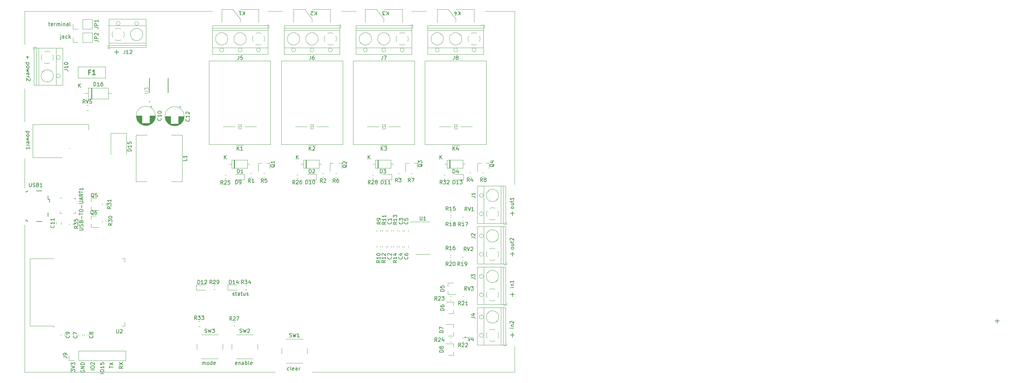
<source format=gbr>
G04 #@! TF.GenerationSoftware,KiCad,Pcbnew,(5.1.4)-1*
G04 #@! TF.CreationDate,2020-04-17T21:05:18+02:00*
G04 #@! TF.ProjectId,Aktorbaustein,416b746f-7262-4617-9573-7465696e2e6b,rev?*
G04 #@! TF.SameCoordinates,Original*
G04 #@! TF.FileFunction,Legend,Top*
G04 #@! TF.FilePolarity,Positive*
%FSLAX46Y46*%
G04 Gerber Fmt 4.6, Leading zero omitted, Abs format (unit mm)*
G04 Created by KiCad (PCBNEW (5.1.4)-1) date 2020-04-17 21:05:18*
%MOMM*%
%LPD*%
G04 APERTURE LIST*
%ADD10C,0.120000*%
%ADD11C,0.150000*%
%ADD12C,0.200000*%
%ADD13C,0.100000*%
%ADD14C,0.127000*%
%ADD15C,0.254000*%
%ADD16C,0.050000*%
%ADD17C,3.302000*%
%ADD18C,5.402000*%
%ADD19C,5.102000*%
%ADD20C,1.052000*%
%ADD21C,1.702000*%
%ADD22R,1.702000X1.702000*%
%ADD23O,1.702000X1.702000*%
%ADD24R,1.002000X0.902000*%
%ADD25R,2.602000X2.602000*%
%ADD26C,2.602000*%
%ADD27R,1.802000X1.802000*%
%ADD28O,1.802000X1.802000*%
%ADD29O,2.602000X2.602000*%
%ADD30R,5.502000X3.002000*%
%ADD31R,0.902000X1.002000*%
%ADD32C,0.692000*%
%ADD33C,0.702000*%
%ADD34R,5.102000X5.102000*%
%ADD35R,1.002000X2.102000*%
%ADD36R,2.102000X1.002000*%
%ADD37R,0.692000X2.072000*%
%ADD38R,1.402000X0.552000*%
%ADD39O,2.102000X1.552000*%
%ADD40O,1.902000X1.252000*%
%ADD41O,0.902000X0.902000*%
%ADD42C,2.702000*%
%ADD43C,0.352000*%
%ADD44C,1.320000*%
%ADD45C,1.252000*%
%ADD46R,2.402000X2.602000*%
%ADD47R,2.302000X2.302000*%
%ADD48O,2.302000X2.302000*%
%ADD49C,2.102000*%
G04 APERTURE END LIST*
D10*
X121000000Y-139000000D02*
X75000000Y-139000000D01*
X186000000Y-139000000D02*
X131000000Y-139000000D01*
X53000000Y-41000000D02*
X92000000Y-41000000D01*
X53000000Y-50000000D02*
X53000000Y-41000000D01*
X53000000Y-71000000D02*
X53000000Y-62000000D01*
X53000000Y-89000000D02*
X53000000Y-81000000D01*
X53000000Y-139000000D02*
X53000000Y-99000000D01*
X75000000Y-139000000D02*
X53000000Y-139000000D01*
X186000000Y-132000000D02*
X186000000Y-139000000D01*
X186000000Y-87000000D02*
X186000000Y-88000000D01*
X186000000Y-41000000D02*
X186000000Y-87000000D01*
X178000000Y-41000000D02*
X186000000Y-41000000D01*
X158000000Y-41000000D02*
X162000000Y-41000000D01*
X139000000Y-41000000D02*
X143000000Y-41000000D01*
X119000000Y-41000000D02*
X123000000Y-41000000D01*
X92000000Y-41000000D02*
X104000000Y-41000000D01*
D11*
X54214285Y-73595238D02*
X53214285Y-73595238D01*
X54166666Y-73595238D02*
X54214285Y-73690476D01*
X54214285Y-73880952D01*
X54166666Y-73976190D01*
X54119047Y-74023809D01*
X54023809Y-74071428D01*
X53738095Y-74071428D01*
X53642857Y-74023809D01*
X53595238Y-73976190D01*
X53547619Y-73880952D01*
X53547619Y-73690476D01*
X53595238Y-73595238D01*
X53547619Y-74642857D02*
X53595238Y-74547619D01*
X53642857Y-74500000D01*
X53738095Y-74452380D01*
X54023809Y-74452380D01*
X54119047Y-74500000D01*
X54166666Y-74547619D01*
X54214285Y-74642857D01*
X54214285Y-74785714D01*
X54166666Y-74880952D01*
X54119047Y-74928571D01*
X54023809Y-74976190D01*
X53738095Y-74976190D01*
X53642857Y-74928571D01*
X53595238Y-74880952D01*
X53547619Y-74785714D01*
X53547619Y-74642857D01*
X54214285Y-75309523D02*
X53547619Y-75500000D01*
X54023809Y-75690476D01*
X53547619Y-75880952D01*
X54214285Y-76071428D01*
X53595238Y-76833333D02*
X53547619Y-76738095D01*
X53547619Y-76547619D01*
X53595238Y-76452380D01*
X53690476Y-76404761D01*
X54071428Y-76404761D01*
X54166666Y-76452380D01*
X54214285Y-76547619D01*
X54214285Y-76738095D01*
X54166666Y-76833333D01*
X54071428Y-76880952D01*
X53976190Y-76880952D01*
X53880952Y-76404761D01*
X53547619Y-77309523D02*
X54214285Y-77309523D01*
X54023809Y-77309523D02*
X54119047Y-77357142D01*
X54166666Y-77404761D01*
X54214285Y-77500000D01*
X54214285Y-77595238D01*
X53547619Y-78452380D02*
X53547619Y-77880952D01*
X53547619Y-78166666D02*
X54547619Y-78166666D01*
X54404761Y-78071428D01*
X54309523Y-77976190D01*
X54261904Y-77880952D01*
X54214285Y-54995238D02*
X53214285Y-54995238D01*
X54166666Y-54995238D02*
X54214285Y-55090476D01*
X54214285Y-55280952D01*
X54166666Y-55376190D01*
X54119047Y-55423809D01*
X54023809Y-55471428D01*
X53738095Y-55471428D01*
X53642857Y-55423809D01*
X53595238Y-55376190D01*
X53547619Y-55280952D01*
X53547619Y-55090476D01*
X53595238Y-54995238D01*
X53547619Y-56042857D02*
X53595238Y-55947619D01*
X53642857Y-55900000D01*
X53738095Y-55852380D01*
X54023809Y-55852380D01*
X54119047Y-55900000D01*
X54166666Y-55947619D01*
X54214285Y-56042857D01*
X54214285Y-56185714D01*
X54166666Y-56280952D01*
X54119047Y-56328571D01*
X54023809Y-56376190D01*
X53738095Y-56376190D01*
X53642857Y-56328571D01*
X53595238Y-56280952D01*
X53547619Y-56185714D01*
X53547619Y-56042857D01*
X54214285Y-56709523D02*
X53547619Y-56900000D01*
X54023809Y-57090476D01*
X53547619Y-57280952D01*
X54214285Y-57471428D01*
X53595238Y-58233333D02*
X53547619Y-58138095D01*
X53547619Y-57947619D01*
X53595238Y-57852380D01*
X53690476Y-57804761D01*
X54071428Y-57804761D01*
X54166666Y-57852380D01*
X54214285Y-57947619D01*
X54214285Y-58138095D01*
X54166666Y-58233333D01*
X54071428Y-58280952D01*
X53976190Y-58280952D01*
X53880952Y-57804761D01*
X53547619Y-58709523D02*
X54214285Y-58709523D01*
X54023809Y-58709523D02*
X54119047Y-58757142D01*
X54166666Y-58804761D01*
X54214285Y-58900000D01*
X54214285Y-58995238D01*
X54452380Y-59280952D02*
X54500000Y-59328571D01*
X54547619Y-59423809D01*
X54547619Y-59661904D01*
X54500000Y-59757142D01*
X54452380Y-59804761D01*
X54357142Y-59852380D01*
X54261904Y-59852380D01*
X54119047Y-59804761D01*
X53547619Y-59233333D01*
X53547619Y-59852380D01*
X79652380Y-137366666D02*
X79176190Y-137700000D01*
X79652380Y-137938095D02*
X78652380Y-137938095D01*
X78652380Y-137557142D01*
X78700000Y-137461904D01*
X78747619Y-137414285D01*
X78842857Y-137366666D01*
X78985714Y-137366666D01*
X79080952Y-137414285D01*
X79128571Y-137461904D01*
X79176190Y-137557142D01*
X79176190Y-137938095D01*
X78652380Y-137033333D02*
X79652380Y-136366666D01*
X78652380Y-136366666D02*
X79652380Y-137033333D01*
X76052380Y-137861904D02*
X76052380Y-137290476D01*
X77052380Y-137576190D02*
X76052380Y-137576190D01*
X76052380Y-137052380D02*
X77052380Y-136385714D01*
X76052380Y-136385714D02*
X77052380Y-137052380D01*
X74552380Y-139376190D02*
X73552380Y-139376190D01*
X73552380Y-138709523D02*
X73552380Y-138519047D01*
X73600000Y-138423809D01*
X73695238Y-138328571D01*
X73885714Y-138280952D01*
X74219047Y-138280952D01*
X74409523Y-138328571D01*
X74504761Y-138423809D01*
X74552380Y-138519047D01*
X74552380Y-138709523D01*
X74504761Y-138804761D01*
X74409523Y-138900000D01*
X74219047Y-138947619D01*
X73885714Y-138947619D01*
X73695238Y-138900000D01*
X73600000Y-138804761D01*
X73552380Y-138709523D01*
X74552380Y-137328571D02*
X74552380Y-137900000D01*
X74552380Y-137614285D02*
X73552380Y-137614285D01*
X73695238Y-137709523D01*
X73790476Y-137804761D01*
X73838095Y-137900000D01*
X73552380Y-136423809D02*
X73552380Y-136900000D01*
X74028571Y-136947619D01*
X73980952Y-136900000D01*
X73933333Y-136804761D01*
X73933333Y-136566666D01*
X73980952Y-136471428D01*
X74028571Y-136423809D01*
X74123809Y-136376190D01*
X74361904Y-136376190D01*
X74457142Y-136423809D01*
X74504761Y-136471428D01*
X74552380Y-136566666D01*
X74552380Y-136804761D01*
X74504761Y-136900000D01*
X74457142Y-136947619D01*
X71952380Y-138400000D02*
X70952380Y-138400000D01*
X70952380Y-137733333D02*
X70952380Y-137542857D01*
X71000000Y-137447619D01*
X71095238Y-137352380D01*
X71285714Y-137304761D01*
X71619047Y-137304761D01*
X71809523Y-137352380D01*
X71904761Y-137447619D01*
X71952380Y-137542857D01*
X71952380Y-137733333D01*
X71904761Y-137828571D01*
X71809523Y-137923809D01*
X71619047Y-137971428D01*
X71285714Y-137971428D01*
X71095238Y-137923809D01*
X71000000Y-137828571D01*
X70952380Y-137733333D01*
X71047619Y-136923809D02*
X71000000Y-136876190D01*
X70952380Y-136780952D01*
X70952380Y-136542857D01*
X71000000Y-136447619D01*
X71047619Y-136400000D01*
X71142857Y-136352380D01*
X71238095Y-136352380D01*
X71380952Y-136400000D01*
X71952380Y-136971428D01*
X71952380Y-136352380D01*
X68300000Y-138461904D02*
X68252380Y-138557142D01*
X68252380Y-138700000D01*
X68300000Y-138842857D01*
X68395238Y-138938095D01*
X68490476Y-138985714D01*
X68680952Y-139033333D01*
X68823809Y-139033333D01*
X69014285Y-138985714D01*
X69109523Y-138938095D01*
X69204761Y-138842857D01*
X69252380Y-138700000D01*
X69252380Y-138604761D01*
X69204761Y-138461904D01*
X69157142Y-138414285D01*
X68823809Y-138414285D01*
X68823809Y-138604761D01*
X69252380Y-137985714D02*
X68252380Y-137985714D01*
X69252380Y-137414285D01*
X68252380Y-137414285D01*
X69252380Y-136938095D02*
X68252380Y-136938095D01*
X68252380Y-136700000D01*
X68300000Y-136557142D01*
X68395238Y-136461904D01*
X68490476Y-136414285D01*
X68680952Y-136366666D01*
X68823809Y-136366666D01*
X69014285Y-136414285D01*
X69109523Y-136461904D01*
X69204761Y-136557142D01*
X69252380Y-136700000D01*
X69252380Y-136938095D01*
X65652380Y-138838095D02*
X65652380Y-138219047D01*
X66033333Y-138552380D01*
X66033333Y-138409523D01*
X66080952Y-138314285D01*
X66128571Y-138266666D01*
X66223809Y-138219047D01*
X66461904Y-138219047D01*
X66557142Y-138266666D01*
X66604761Y-138314285D01*
X66652380Y-138409523D01*
X66652380Y-138695238D01*
X66604761Y-138790476D01*
X66557142Y-138838095D01*
X65652380Y-137933333D02*
X66652380Y-137600000D01*
X65652380Y-137266666D01*
X65652380Y-137028571D02*
X65652380Y-136409523D01*
X66033333Y-136742857D01*
X66033333Y-136600000D01*
X66080952Y-136504761D01*
X66128571Y-136457142D01*
X66223809Y-136409523D01*
X66461904Y-136409523D01*
X66557142Y-136457142D01*
X66604761Y-136504761D01*
X66652380Y-136600000D01*
X66652380Y-136885714D01*
X66604761Y-136980952D01*
X66557142Y-137028571D01*
X185752380Y-94385714D02*
X185704761Y-94480952D01*
X185657142Y-94528571D01*
X185561904Y-94576190D01*
X185276190Y-94576190D01*
X185180952Y-94528571D01*
X185133333Y-94480952D01*
X185085714Y-94385714D01*
X185085714Y-94242857D01*
X185133333Y-94147619D01*
X185180952Y-94100000D01*
X185276190Y-94052380D01*
X185561904Y-94052380D01*
X185657142Y-94100000D01*
X185704761Y-94147619D01*
X185752380Y-94242857D01*
X185752380Y-94385714D01*
X185085714Y-93195238D02*
X185752380Y-93195238D01*
X185085714Y-93623809D02*
X185609523Y-93623809D01*
X185704761Y-93576190D01*
X185752380Y-93480952D01*
X185752380Y-93338095D01*
X185704761Y-93242857D01*
X185657142Y-93195238D01*
X185085714Y-92861904D02*
X185085714Y-92480952D01*
X184752380Y-92719047D02*
X185609523Y-92719047D01*
X185704761Y-92671428D01*
X185752380Y-92576190D01*
X185752380Y-92480952D01*
X185752380Y-91623809D02*
X185752380Y-92195238D01*
X185752380Y-91909523D02*
X184752380Y-91909523D01*
X184895238Y-92004761D01*
X184990476Y-92100000D01*
X185038095Y-92195238D01*
D12*
X184828571Y-95907142D02*
X185971428Y-95907142D01*
X185400000Y-96478571D02*
X185400000Y-95335714D01*
D11*
X185752380Y-105385714D02*
X185704761Y-105480952D01*
X185657142Y-105528571D01*
X185561904Y-105576190D01*
X185276190Y-105576190D01*
X185180952Y-105528571D01*
X185133333Y-105480952D01*
X185085714Y-105385714D01*
X185085714Y-105242857D01*
X185133333Y-105147619D01*
X185180952Y-105100000D01*
X185276190Y-105052380D01*
X185561904Y-105052380D01*
X185657142Y-105100000D01*
X185704761Y-105147619D01*
X185752380Y-105242857D01*
X185752380Y-105385714D01*
X185085714Y-104195238D02*
X185752380Y-104195238D01*
X185085714Y-104623809D02*
X185609523Y-104623809D01*
X185704761Y-104576190D01*
X185752380Y-104480952D01*
X185752380Y-104338095D01*
X185704761Y-104242857D01*
X185657142Y-104195238D01*
X185085714Y-103861904D02*
X185085714Y-103480952D01*
X184752380Y-103719047D02*
X185609523Y-103719047D01*
X185704761Y-103671428D01*
X185752380Y-103576190D01*
X185752380Y-103480952D01*
X184847619Y-103195238D02*
X184800000Y-103147619D01*
X184752380Y-103052380D01*
X184752380Y-102814285D01*
X184800000Y-102719047D01*
X184847619Y-102671428D01*
X184942857Y-102623809D01*
X185038095Y-102623809D01*
X185180952Y-102671428D01*
X185752380Y-103242857D01*
X185752380Y-102623809D01*
D12*
X184828571Y-106907142D02*
X185971428Y-106907142D01*
X185400000Y-107478571D02*
X185400000Y-106335714D01*
D11*
X185752380Y-127028571D02*
X185085714Y-127028571D01*
X184752380Y-127028571D02*
X184800000Y-127076190D01*
X184847619Y-127028571D01*
X184800000Y-126980952D01*
X184752380Y-127028571D01*
X184847619Y-127028571D01*
X185085714Y-126552380D02*
X185752380Y-126552380D01*
X185180952Y-126552380D02*
X185133333Y-126504761D01*
X185085714Y-126409523D01*
X185085714Y-126266666D01*
X185133333Y-126171428D01*
X185228571Y-126123809D01*
X185752380Y-126123809D01*
X184847619Y-125695238D02*
X184800000Y-125647619D01*
X184752380Y-125552380D01*
X184752380Y-125314285D01*
X184800000Y-125219047D01*
X184847619Y-125171428D01*
X184942857Y-125123809D01*
X185038095Y-125123809D01*
X185180952Y-125171428D01*
X185752380Y-125742857D01*
X185752380Y-125123809D01*
D12*
X184828571Y-128907142D02*
X185971428Y-128907142D01*
X185400000Y-129478571D02*
X185400000Y-128335714D01*
D11*
X185752380Y-116028571D02*
X185085714Y-116028571D01*
X184752380Y-116028571D02*
X184800000Y-116076190D01*
X184847619Y-116028571D01*
X184800000Y-115980952D01*
X184752380Y-116028571D01*
X184847619Y-116028571D01*
X185085714Y-115552380D02*
X185752380Y-115552380D01*
X185180952Y-115552380D02*
X185133333Y-115504761D01*
X185085714Y-115409523D01*
X185085714Y-115266666D01*
X185133333Y-115171428D01*
X185228571Y-115123809D01*
X185752380Y-115123809D01*
X185752380Y-114123809D02*
X185752380Y-114695238D01*
X185752380Y-114409523D02*
X184752380Y-114409523D01*
X184895238Y-114504761D01*
X184990476Y-114600000D01*
X185038095Y-114695238D01*
D12*
X184828571Y-117907142D02*
X185971428Y-117907142D01*
X185400000Y-118478571D02*
X185400000Y-117335714D01*
D11*
X109504761Y-118104761D02*
X109600000Y-118152380D01*
X109790476Y-118152380D01*
X109885714Y-118104761D01*
X109933333Y-118009523D01*
X109933333Y-117961904D01*
X109885714Y-117866666D01*
X109790476Y-117819047D01*
X109647619Y-117819047D01*
X109552380Y-117771428D01*
X109504761Y-117676190D01*
X109504761Y-117628571D01*
X109552380Y-117533333D01*
X109647619Y-117485714D01*
X109790476Y-117485714D01*
X109885714Y-117533333D01*
X110219047Y-117485714D02*
X110600000Y-117485714D01*
X110361904Y-117152380D02*
X110361904Y-118009523D01*
X110409523Y-118104761D01*
X110504761Y-118152380D01*
X110600000Y-118152380D01*
X111361904Y-118152380D02*
X111361904Y-117628571D01*
X111314285Y-117533333D01*
X111219047Y-117485714D01*
X111028571Y-117485714D01*
X110933333Y-117533333D01*
X111361904Y-118104761D02*
X111266666Y-118152380D01*
X111028571Y-118152380D01*
X110933333Y-118104761D01*
X110885714Y-118009523D01*
X110885714Y-117914285D01*
X110933333Y-117819047D01*
X111028571Y-117771428D01*
X111266666Y-117771428D01*
X111361904Y-117723809D01*
X111695238Y-117485714D02*
X112076190Y-117485714D01*
X111838095Y-117152380D02*
X111838095Y-118009523D01*
X111885714Y-118104761D01*
X111980952Y-118152380D01*
X112076190Y-118152380D01*
X112838095Y-117485714D02*
X112838095Y-118152380D01*
X112409523Y-117485714D02*
X112409523Y-118009523D01*
X112457142Y-118104761D01*
X112552380Y-118152380D01*
X112695238Y-118152380D01*
X112790476Y-118104761D01*
X112838095Y-118057142D01*
X113266666Y-118104761D02*
X113361904Y-118152380D01*
X113552380Y-118152380D01*
X113647619Y-118104761D01*
X113695238Y-118009523D01*
X113695238Y-117961904D01*
X113647619Y-117866666D01*
X113552380Y-117819047D01*
X113409523Y-117819047D01*
X113314285Y-117771428D01*
X113266666Y-117676190D01*
X113266666Y-117628571D01*
X113314285Y-117533333D01*
X113409523Y-117485714D01*
X113552380Y-117485714D01*
X113647619Y-117533333D01*
X59500000Y-44285714D02*
X59880952Y-44285714D01*
X59642857Y-43952380D02*
X59642857Y-44809523D01*
X59690476Y-44904761D01*
X59785714Y-44952380D01*
X59880952Y-44952380D01*
X60595238Y-44904761D02*
X60500000Y-44952380D01*
X60309523Y-44952380D01*
X60214285Y-44904761D01*
X60166666Y-44809523D01*
X60166666Y-44428571D01*
X60214285Y-44333333D01*
X60309523Y-44285714D01*
X60500000Y-44285714D01*
X60595238Y-44333333D01*
X60642857Y-44428571D01*
X60642857Y-44523809D01*
X60166666Y-44619047D01*
X61071428Y-44952380D02*
X61071428Y-44285714D01*
X61071428Y-44476190D02*
X61119047Y-44380952D01*
X61166666Y-44333333D01*
X61261904Y-44285714D01*
X61357142Y-44285714D01*
X61690476Y-44952380D02*
X61690476Y-44285714D01*
X61690476Y-44380952D02*
X61738095Y-44333333D01*
X61833333Y-44285714D01*
X61976190Y-44285714D01*
X62071428Y-44333333D01*
X62119047Y-44428571D01*
X62119047Y-44952380D01*
X62119047Y-44428571D02*
X62166666Y-44333333D01*
X62261904Y-44285714D01*
X62404761Y-44285714D01*
X62500000Y-44333333D01*
X62547619Y-44428571D01*
X62547619Y-44952380D01*
X63023809Y-44952380D02*
X63023809Y-44285714D01*
X63023809Y-43952380D02*
X62976190Y-44000000D01*
X63023809Y-44047619D01*
X63071428Y-44000000D01*
X63023809Y-43952380D01*
X63023809Y-44047619D01*
X63500000Y-44285714D02*
X63500000Y-44952380D01*
X63500000Y-44380952D02*
X63547619Y-44333333D01*
X63642857Y-44285714D01*
X63785714Y-44285714D01*
X63880952Y-44333333D01*
X63928571Y-44428571D01*
X63928571Y-44952380D01*
X64833333Y-44952380D02*
X64833333Y-44428571D01*
X64785714Y-44333333D01*
X64690476Y-44285714D01*
X64500000Y-44285714D01*
X64404761Y-44333333D01*
X64833333Y-44904761D02*
X64738095Y-44952380D01*
X64500000Y-44952380D01*
X64404761Y-44904761D01*
X64357142Y-44809523D01*
X64357142Y-44714285D01*
X64404761Y-44619047D01*
X64500000Y-44571428D01*
X64738095Y-44571428D01*
X64833333Y-44523809D01*
X65452380Y-44952380D02*
X65357142Y-44904761D01*
X65309523Y-44809523D01*
X65309523Y-43952380D01*
X62814285Y-47685714D02*
X62814285Y-48542857D01*
X62766666Y-48638095D01*
X62671428Y-48685714D01*
X62623809Y-48685714D01*
X62814285Y-47352380D02*
X62766666Y-47400000D01*
X62814285Y-47447619D01*
X62861904Y-47400000D01*
X62814285Y-47352380D01*
X62814285Y-47447619D01*
X63719047Y-48352380D02*
X63719047Y-47828571D01*
X63671428Y-47733333D01*
X63576190Y-47685714D01*
X63385714Y-47685714D01*
X63290476Y-47733333D01*
X63719047Y-48304761D02*
X63623809Y-48352380D01*
X63385714Y-48352380D01*
X63290476Y-48304761D01*
X63242857Y-48209523D01*
X63242857Y-48114285D01*
X63290476Y-48019047D01*
X63385714Y-47971428D01*
X63623809Y-47971428D01*
X63719047Y-47923809D01*
X64623809Y-48304761D02*
X64528571Y-48352380D01*
X64338095Y-48352380D01*
X64242857Y-48304761D01*
X64195238Y-48257142D01*
X64147619Y-48161904D01*
X64147619Y-47876190D01*
X64195238Y-47780952D01*
X64242857Y-47733333D01*
X64338095Y-47685714D01*
X64528571Y-47685714D01*
X64623809Y-47733333D01*
X65052380Y-48352380D02*
X65052380Y-47352380D01*
X65147619Y-47971428D02*
X65433333Y-48352380D01*
X65433333Y-47685714D02*
X65052380Y-48066666D01*
D12*
X77428571Y-52107142D02*
X78571428Y-52107142D01*
X78000000Y-52678571D02*
X78000000Y-51535714D01*
D11*
X53419047Y-53471428D02*
X54180952Y-53471428D01*
X53800000Y-53852380D02*
X53800000Y-53090476D01*
D12*
X316428571Y-125107142D02*
X317571428Y-125107142D01*
X317000000Y-125678571D02*
X317000000Y-124535714D01*
D11*
X171238095Y-41047619D02*
X171238095Y-42047619D01*
X170666666Y-41047619D02*
X171095238Y-41619047D01*
X170666666Y-42047619D02*
X171238095Y-41476190D01*
X169809523Y-41714285D02*
X169809523Y-41047619D01*
X170047619Y-42095238D02*
X170285714Y-41380952D01*
X169666666Y-41380952D01*
D10*
X175000000Y-40500000D02*
X170000000Y-40500000D01*
X165000000Y-40500000D02*
X168000000Y-40500000D01*
X165000000Y-44000000D02*
X165000000Y-40500000D01*
X175000000Y-44000000D02*
X175000000Y-40500000D01*
X170000000Y-43000000D02*
X168000000Y-40500000D01*
X170000000Y-44000000D02*
X170000000Y-43000000D01*
D11*
X151738095Y-41047619D02*
X151738095Y-42047619D01*
X151166666Y-41047619D02*
X151595238Y-41619047D01*
X151166666Y-42047619D02*
X151738095Y-41476190D01*
X150833333Y-42047619D02*
X150214285Y-42047619D01*
X150547619Y-41666666D01*
X150404761Y-41666666D01*
X150309523Y-41619047D01*
X150261904Y-41571428D01*
X150214285Y-41476190D01*
X150214285Y-41238095D01*
X150261904Y-41142857D01*
X150309523Y-41095238D01*
X150404761Y-41047619D01*
X150690476Y-41047619D01*
X150785714Y-41095238D01*
X150833333Y-41142857D01*
D10*
X155500000Y-40500000D02*
X150500000Y-40500000D01*
X145500000Y-40500000D02*
X148500000Y-40500000D01*
X145500000Y-44000000D02*
X145500000Y-40500000D01*
X155500000Y-44000000D02*
X155500000Y-40500000D01*
X150500000Y-43000000D02*
X148500000Y-40500000D01*
X150500000Y-44000000D02*
X150500000Y-43000000D01*
D11*
X132238095Y-41047619D02*
X132238095Y-42047619D01*
X131666666Y-41047619D02*
X132095238Y-41619047D01*
X131666666Y-42047619D02*
X132238095Y-41476190D01*
X131285714Y-41952380D02*
X131238095Y-42000000D01*
X131142857Y-42047619D01*
X130904761Y-42047619D01*
X130809523Y-42000000D01*
X130761904Y-41952380D01*
X130714285Y-41857142D01*
X130714285Y-41761904D01*
X130761904Y-41619047D01*
X131333333Y-41047619D01*
X130714285Y-41047619D01*
D10*
X136000000Y-40500000D02*
X131000000Y-40500000D01*
X126000000Y-40500000D02*
X129000000Y-40500000D01*
X126000000Y-44000000D02*
X126000000Y-40500000D01*
X136000000Y-44000000D02*
X136000000Y-40500000D01*
X131000000Y-43000000D02*
X129000000Y-40500000D01*
X131000000Y-44000000D02*
X131000000Y-43000000D01*
D11*
X112738095Y-41047619D02*
X112738095Y-42047619D01*
X112166666Y-41047619D02*
X112595238Y-41619047D01*
X112166666Y-42047619D02*
X112738095Y-41476190D01*
X111214285Y-41047619D02*
X111785714Y-41047619D01*
X111500000Y-41047619D02*
X111500000Y-42047619D01*
X111595238Y-41904761D01*
X111690476Y-41809523D01*
X111785714Y-41761904D01*
D10*
X116500000Y-40500000D02*
X111500000Y-40500000D01*
X116500000Y-44000000D02*
X116500000Y-40500000D01*
X111500000Y-43000000D02*
X109500000Y-40500000D01*
X111500000Y-44000000D02*
X111500000Y-43000000D01*
X106500000Y-40500000D02*
X109500000Y-40500000D01*
X106500000Y-44000000D02*
X106500000Y-40500000D01*
D11*
X110642857Y-136904761D02*
X110547619Y-136952380D01*
X110357142Y-136952380D01*
X110261904Y-136904761D01*
X110214285Y-136809523D01*
X110214285Y-136428571D01*
X110261904Y-136333333D01*
X110357142Y-136285714D01*
X110547619Y-136285714D01*
X110642857Y-136333333D01*
X110690476Y-136428571D01*
X110690476Y-136523809D01*
X110214285Y-136619047D01*
X111119047Y-136285714D02*
X111119047Y-136952380D01*
X111119047Y-136380952D02*
X111166666Y-136333333D01*
X111261904Y-136285714D01*
X111404761Y-136285714D01*
X111500000Y-136333333D01*
X111547619Y-136428571D01*
X111547619Y-136952380D01*
X112452380Y-136952380D02*
X112452380Y-136428571D01*
X112404761Y-136333333D01*
X112309523Y-136285714D01*
X112119047Y-136285714D01*
X112023809Y-136333333D01*
X112452380Y-136904761D02*
X112357142Y-136952380D01*
X112119047Y-136952380D01*
X112023809Y-136904761D01*
X111976190Y-136809523D01*
X111976190Y-136714285D01*
X112023809Y-136619047D01*
X112119047Y-136571428D01*
X112357142Y-136571428D01*
X112452380Y-136523809D01*
X112928571Y-136952380D02*
X112928571Y-135952380D01*
X112928571Y-136333333D02*
X113023809Y-136285714D01*
X113214285Y-136285714D01*
X113309523Y-136333333D01*
X113357142Y-136380952D01*
X113404761Y-136476190D01*
X113404761Y-136761904D01*
X113357142Y-136857142D01*
X113309523Y-136904761D01*
X113214285Y-136952380D01*
X113023809Y-136952380D01*
X112928571Y-136904761D01*
X113976190Y-136952380D02*
X113880952Y-136904761D01*
X113833333Y-136809523D01*
X113833333Y-135952380D01*
X114738095Y-136904761D02*
X114642857Y-136952380D01*
X114452380Y-136952380D01*
X114357142Y-136904761D01*
X114309523Y-136809523D01*
X114309523Y-136428571D01*
X114357142Y-136333333D01*
X114452380Y-136285714D01*
X114642857Y-136285714D01*
X114738095Y-136333333D01*
X114785714Y-136428571D01*
X114785714Y-136523809D01*
X114309523Y-136619047D01*
X124785714Y-138404761D02*
X124690476Y-138452380D01*
X124500000Y-138452380D01*
X124404761Y-138404761D01*
X124357142Y-138357142D01*
X124309523Y-138261904D01*
X124309523Y-137976190D01*
X124357142Y-137880952D01*
X124404761Y-137833333D01*
X124500000Y-137785714D01*
X124690476Y-137785714D01*
X124785714Y-137833333D01*
X125357142Y-138452380D02*
X125261904Y-138404761D01*
X125214285Y-138309523D01*
X125214285Y-137452380D01*
X126119047Y-138404761D02*
X126023809Y-138452380D01*
X125833333Y-138452380D01*
X125738095Y-138404761D01*
X125690476Y-138309523D01*
X125690476Y-137928571D01*
X125738095Y-137833333D01*
X125833333Y-137785714D01*
X126023809Y-137785714D01*
X126119047Y-137833333D01*
X126166666Y-137928571D01*
X126166666Y-138023809D01*
X125690476Y-138119047D01*
X127023809Y-138452380D02*
X127023809Y-137928571D01*
X126976190Y-137833333D01*
X126880952Y-137785714D01*
X126690476Y-137785714D01*
X126595238Y-137833333D01*
X127023809Y-138404761D02*
X126928571Y-138452380D01*
X126690476Y-138452380D01*
X126595238Y-138404761D01*
X126547619Y-138309523D01*
X126547619Y-138214285D01*
X126595238Y-138119047D01*
X126690476Y-138071428D01*
X126928571Y-138071428D01*
X127023809Y-138023809D01*
X127500000Y-138452380D02*
X127500000Y-137785714D01*
X127500000Y-137976190D02*
X127547619Y-137880952D01*
X127595238Y-137833333D01*
X127690476Y-137785714D01*
X127785714Y-137785714D01*
X101238095Y-136952380D02*
X101238095Y-136285714D01*
X101238095Y-136380952D02*
X101285714Y-136333333D01*
X101380952Y-136285714D01*
X101523809Y-136285714D01*
X101619047Y-136333333D01*
X101666666Y-136428571D01*
X101666666Y-136952380D01*
X101666666Y-136428571D02*
X101714285Y-136333333D01*
X101809523Y-136285714D01*
X101952380Y-136285714D01*
X102047619Y-136333333D01*
X102095238Y-136428571D01*
X102095238Y-136952380D01*
X102714285Y-136952380D02*
X102619047Y-136904761D01*
X102571428Y-136857142D01*
X102523809Y-136761904D01*
X102523809Y-136476190D01*
X102571428Y-136380952D01*
X102619047Y-136333333D01*
X102714285Y-136285714D01*
X102857142Y-136285714D01*
X102952380Y-136333333D01*
X103000000Y-136380952D01*
X103047619Y-136476190D01*
X103047619Y-136761904D01*
X103000000Y-136857142D01*
X102952380Y-136904761D01*
X102857142Y-136952380D01*
X102714285Y-136952380D01*
X103904761Y-136952380D02*
X103904761Y-135952380D01*
X103904761Y-136904761D02*
X103809523Y-136952380D01*
X103619047Y-136952380D01*
X103523809Y-136904761D01*
X103476190Y-136857142D01*
X103428571Y-136761904D01*
X103428571Y-136476190D01*
X103476190Y-136380952D01*
X103523809Y-136333333D01*
X103619047Y-136285714D01*
X103809523Y-136285714D01*
X103904761Y-136333333D01*
X104761904Y-136904761D02*
X104666666Y-136952380D01*
X104476190Y-136952380D01*
X104380952Y-136904761D01*
X104333333Y-136809523D01*
X104333333Y-136428571D01*
X104380952Y-136333333D01*
X104476190Y-136285714D01*
X104666666Y-136285714D01*
X104761904Y-136333333D01*
X104809523Y-136428571D01*
X104809523Y-136523809D01*
X104333333Y-136619047D01*
D13*
X70400000Y-73200000D02*
X70400000Y-71700000D01*
X70400000Y-71700000D02*
X55200000Y-71700000D01*
X55200000Y-71700000D02*
X55200000Y-80700000D01*
X55200000Y-80700000D02*
X63200000Y-80700000D01*
D10*
X151590000Y-100428733D02*
X151590000Y-100771267D01*
X152610000Y-100428733D02*
X152610000Y-100771267D01*
X151590000Y-105071267D02*
X151590000Y-104728733D01*
X152610000Y-105071267D02*
X152610000Y-104728733D01*
X154590000Y-100771267D02*
X154590000Y-100428733D01*
X155610000Y-100771267D02*
X155610000Y-100428733D01*
X155610000Y-104728733D02*
X155610000Y-105071267D01*
X154590000Y-104728733D02*
X154590000Y-105071267D01*
X68710000Y-128753733D02*
X68710000Y-129096267D01*
X67690000Y-128753733D02*
X67690000Y-129096267D01*
X69190000Y-128728733D02*
X69190000Y-129071267D01*
X70210000Y-128728733D02*
X70210000Y-129071267D01*
X62790000Y-128728733D02*
X62790000Y-129071267D01*
X63810000Y-128728733D02*
X63810000Y-129071267D01*
X95425000Y-66945225D02*
X94925000Y-66945225D01*
X95175000Y-66695225D02*
X95175000Y-67195225D01*
X93984000Y-72101000D02*
X93416000Y-72101000D01*
X94218000Y-72061000D02*
X93182000Y-72061000D01*
X94377000Y-72021000D02*
X93023000Y-72021000D01*
X94505000Y-71981000D02*
X92895000Y-71981000D01*
X94615000Y-71941000D02*
X92785000Y-71941000D01*
X94711000Y-71901000D02*
X92689000Y-71901000D01*
X94798000Y-71861000D02*
X92602000Y-71861000D01*
X94878000Y-71821000D02*
X92522000Y-71821000D01*
X94951000Y-71781000D02*
X92449000Y-71781000D01*
X95019000Y-71741000D02*
X92381000Y-71741000D01*
X95083000Y-71701000D02*
X92317000Y-71701000D01*
X95143000Y-71661000D02*
X92257000Y-71661000D01*
X95200000Y-71621000D02*
X92200000Y-71621000D01*
X95254000Y-71581000D02*
X92146000Y-71581000D01*
X95305000Y-71541000D02*
X92095000Y-71541000D01*
X92660000Y-71501000D02*
X92047000Y-71501000D01*
X95353000Y-71501000D02*
X94740000Y-71501000D01*
X92660000Y-71461000D02*
X92001000Y-71461000D01*
X95399000Y-71461000D02*
X94740000Y-71461000D01*
X92660000Y-71421000D02*
X91957000Y-71421000D01*
X95443000Y-71421000D02*
X94740000Y-71421000D01*
X92660000Y-71381000D02*
X91915000Y-71381000D01*
X95485000Y-71381000D02*
X94740000Y-71381000D01*
X92660000Y-71341000D02*
X91874000Y-71341000D01*
X95526000Y-71341000D02*
X94740000Y-71341000D01*
X92660000Y-71301000D02*
X91836000Y-71301000D01*
X95564000Y-71301000D02*
X94740000Y-71301000D01*
X92660000Y-71261000D02*
X91799000Y-71261000D01*
X95601000Y-71261000D02*
X94740000Y-71261000D01*
X92660000Y-71221000D02*
X91763000Y-71221000D01*
X95637000Y-71221000D02*
X94740000Y-71221000D01*
X92660000Y-71181000D02*
X91729000Y-71181000D01*
X95671000Y-71181000D02*
X94740000Y-71181000D01*
X92660000Y-71141000D02*
X91696000Y-71141000D01*
X95704000Y-71141000D02*
X94740000Y-71141000D01*
X92660000Y-71101000D02*
X91665000Y-71101000D01*
X95735000Y-71101000D02*
X94740000Y-71101000D01*
X92660000Y-71061000D02*
X91635000Y-71061000D01*
X95765000Y-71061000D02*
X94740000Y-71061000D01*
X92660000Y-71021000D02*
X91605000Y-71021000D01*
X95795000Y-71021000D02*
X94740000Y-71021000D01*
X92660000Y-70981000D02*
X91578000Y-70981000D01*
X95822000Y-70981000D02*
X94740000Y-70981000D01*
X92660000Y-70941000D02*
X91551000Y-70941000D01*
X95849000Y-70941000D02*
X94740000Y-70941000D01*
X92660000Y-70901000D02*
X91525000Y-70901000D01*
X95875000Y-70901000D02*
X94740000Y-70901000D01*
X92660000Y-70861000D02*
X91500000Y-70861000D01*
X95900000Y-70861000D02*
X94740000Y-70861000D01*
X92660000Y-70821000D02*
X91476000Y-70821000D01*
X95924000Y-70821000D02*
X94740000Y-70821000D01*
X92660000Y-70781000D02*
X91453000Y-70781000D01*
X95947000Y-70781000D02*
X94740000Y-70781000D01*
X92660000Y-70741000D02*
X91432000Y-70741000D01*
X95968000Y-70741000D02*
X94740000Y-70741000D01*
X92660000Y-70701000D02*
X91410000Y-70701000D01*
X95990000Y-70701000D02*
X94740000Y-70701000D01*
X92660000Y-70661000D02*
X91390000Y-70661000D01*
X96010000Y-70661000D02*
X94740000Y-70661000D01*
X92660000Y-70621000D02*
X91371000Y-70621000D01*
X96029000Y-70621000D02*
X94740000Y-70621000D01*
X92660000Y-70581000D02*
X91352000Y-70581000D01*
X96048000Y-70581000D02*
X94740000Y-70581000D01*
X92660000Y-70541000D02*
X91335000Y-70541000D01*
X96065000Y-70541000D02*
X94740000Y-70541000D01*
X92660000Y-70501000D02*
X91318000Y-70501000D01*
X96082000Y-70501000D02*
X94740000Y-70501000D01*
X92660000Y-70461000D02*
X91302000Y-70461000D01*
X96098000Y-70461000D02*
X94740000Y-70461000D01*
X92660000Y-70421000D02*
X91286000Y-70421000D01*
X96114000Y-70421000D02*
X94740000Y-70421000D01*
X92660000Y-70381000D02*
X91272000Y-70381000D01*
X96128000Y-70381000D02*
X94740000Y-70381000D01*
X92660000Y-70341000D02*
X91258000Y-70341000D01*
X96142000Y-70341000D02*
X94740000Y-70341000D01*
X92660000Y-70301000D02*
X91245000Y-70301000D01*
X96155000Y-70301000D02*
X94740000Y-70301000D01*
X92660000Y-70261000D02*
X91232000Y-70261000D01*
X96168000Y-70261000D02*
X94740000Y-70261000D01*
X92660000Y-70221000D02*
X91220000Y-70221000D01*
X96180000Y-70221000D02*
X94740000Y-70221000D01*
X92660000Y-70180000D02*
X91209000Y-70180000D01*
X96191000Y-70180000D02*
X94740000Y-70180000D01*
X92660000Y-70140000D02*
X91199000Y-70140000D01*
X96201000Y-70140000D02*
X94740000Y-70140000D01*
X92660000Y-70100000D02*
X91189000Y-70100000D01*
X96211000Y-70100000D02*
X94740000Y-70100000D01*
X92660000Y-70060000D02*
X91180000Y-70060000D01*
X96220000Y-70060000D02*
X94740000Y-70060000D01*
X92660000Y-70020000D02*
X91172000Y-70020000D01*
X96228000Y-70020000D02*
X94740000Y-70020000D01*
X92660000Y-69980000D02*
X91164000Y-69980000D01*
X96236000Y-69980000D02*
X94740000Y-69980000D01*
X92660000Y-69940000D02*
X91157000Y-69940000D01*
X96243000Y-69940000D02*
X94740000Y-69940000D01*
X92660000Y-69900000D02*
X91150000Y-69900000D01*
X96250000Y-69900000D02*
X94740000Y-69900000D01*
X92660000Y-69860000D02*
X91144000Y-69860000D01*
X96256000Y-69860000D02*
X94740000Y-69860000D01*
X92660000Y-69820000D02*
X91139000Y-69820000D01*
X96261000Y-69820000D02*
X94740000Y-69820000D01*
X92660000Y-69780000D02*
X91135000Y-69780000D01*
X96265000Y-69780000D02*
X94740000Y-69780000D01*
X92660000Y-69740000D02*
X91131000Y-69740000D01*
X96269000Y-69740000D02*
X94740000Y-69740000D01*
X92660000Y-69700000D02*
X91127000Y-69700000D01*
X96273000Y-69700000D02*
X94740000Y-69700000D01*
X92660000Y-69660000D02*
X91124000Y-69660000D01*
X96276000Y-69660000D02*
X94740000Y-69660000D01*
X92660000Y-69620000D02*
X91122000Y-69620000D01*
X96278000Y-69620000D02*
X94740000Y-69620000D01*
X92660000Y-69580000D02*
X91121000Y-69580000D01*
X96279000Y-69580000D02*
X94740000Y-69580000D01*
X96280000Y-69540000D02*
X94740000Y-69540000D01*
X92660000Y-69540000D02*
X91120000Y-69540000D01*
X96280000Y-69500000D02*
X94740000Y-69500000D01*
X92660000Y-69500000D02*
X91120000Y-69500000D01*
X96320000Y-69500000D02*
G75*
G03X96320000Y-69500000I-2620000J0D01*
G01*
X109190000Y-81380000D02*
X109190000Y-83620000D01*
X109190000Y-83620000D02*
X113430000Y-83620000D01*
X113430000Y-83620000D02*
X113430000Y-81380000D01*
X113430000Y-81380000D02*
X109190000Y-81380000D01*
X108540000Y-82500000D02*
X109190000Y-82500000D01*
X114080000Y-82500000D02*
X113430000Y-82500000D01*
X109910000Y-81380000D02*
X109910000Y-83620000D01*
X110030000Y-81380000D02*
X110030000Y-83620000D01*
X109790000Y-81380000D02*
X109790000Y-83620000D01*
X129290000Y-81380000D02*
X129290000Y-83620000D01*
X129530000Y-81380000D02*
X129530000Y-83620000D01*
X129410000Y-81380000D02*
X129410000Y-83620000D01*
X133580000Y-82500000D02*
X132930000Y-82500000D01*
X128040000Y-82500000D02*
X128690000Y-82500000D01*
X132930000Y-81380000D02*
X128690000Y-81380000D01*
X132930000Y-83620000D02*
X132930000Y-81380000D01*
X128690000Y-83620000D02*
X132930000Y-83620000D01*
X128690000Y-81380000D02*
X128690000Y-83620000D01*
X148190000Y-81380000D02*
X148190000Y-83620000D01*
X148190000Y-83620000D02*
X152430000Y-83620000D01*
X152430000Y-83620000D02*
X152430000Y-81380000D01*
X152430000Y-81380000D02*
X148190000Y-81380000D01*
X147540000Y-82500000D02*
X148190000Y-82500000D01*
X153080000Y-82500000D02*
X152430000Y-82500000D01*
X148910000Y-81380000D02*
X148910000Y-83620000D01*
X149030000Y-81380000D02*
X149030000Y-83620000D01*
X148790000Y-81380000D02*
X148790000Y-83620000D01*
X168290000Y-81380000D02*
X168290000Y-83620000D01*
X168530000Y-81380000D02*
X168530000Y-83620000D01*
X168410000Y-81380000D02*
X168410000Y-83620000D01*
X172580000Y-82500000D02*
X171930000Y-82500000D01*
X167040000Y-82500000D02*
X167690000Y-82500000D01*
X171930000Y-81380000D02*
X167690000Y-81380000D01*
X171930000Y-83620000D02*
X171930000Y-81380000D01*
X167690000Y-83620000D02*
X171930000Y-83620000D01*
X167690000Y-81380000D02*
X167690000Y-83620000D01*
X167940000Y-114720000D02*
X169400000Y-114720000D01*
X167940000Y-117880000D02*
X170100000Y-117880000D01*
X167940000Y-117880000D02*
X167940000Y-116950000D01*
X167940000Y-114720000D02*
X167940000Y-115650000D01*
X169460000Y-123080000D02*
X169460000Y-122150000D01*
X169460000Y-119920000D02*
X169460000Y-120850000D01*
X169460000Y-119920000D02*
X167300000Y-119920000D01*
X169460000Y-123080000D02*
X168000000Y-123080000D01*
X169460000Y-129180000D02*
X169460000Y-128250000D01*
X169460000Y-126020000D02*
X169460000Y-126950000D01*
X169460000Y-126020000D02*
X167300000Y-126020000D01*
X169460000Y-129180000D02*
X168000000Y-129180000D01*
X169460000Y-134380000D02*
X168000000Y-134380000D01*
X169460000Y-131220000D02*
X167300000Y-131220000D01*
X169460000Y-131220000D02*
X169460000Y-132150000D01*
X169460000Y-134380000D02*
X169460000Y-133450000D01*
X181483352Y-95211288D02*
G75*
G02X181680000Y-96000000I-1483352J-788712D01*
G01*
X179210912Y-94516047D02*
G75*
G02X180789000Y-94516000I789088J-1483953D01*
G01*
X178516047Y-96789088D02*
G75*
G02X178516000Y-95211000I1483953J789088D01*
G01*
X180789088Y-97483953D02*
G75*
G02X179211000Y-97484000I-789088J1483953D01*
G01*
X181680450Y-95970617D02*
G75*
G02X181484000Y-96789000I-1680450J-29383D01*
G01*
X177550000Y-96000000D02*
G75*
G03X177550000Y-96000000I-550000J0D01*
G01*
X181680000Y-91000000D02*
G75*
G03X181680000Y-91000000I-1680000J0D01*
G01*
X177550000Y-91000000D02*
G75*
G03X177550000Y-91000000I-550000J0D01*
G01*
X182900000Y-98560000D02*
X182900000Y-88440000D01*
X182300000Y-98560000D02*
X182300000Y-88440000D01*
X177600000Y-98560000D02*
X177600000Y-88440000D01*
X175840000Y-98560000D02*
X175840000Y-88440000D01*
X183561000Y-98560000D02*
X183561000Y-88440000D01*
X175840000Y-98560000D02*
X183561000Y-98560000D01*
X175840000Y-88440000D02*
X183561000Y-88440000D01*
X178931000Y-89725000D02*
X179024000Y-89819000D01*
X181216000Y-92010000D02*
X181274000Y-92069000D01*
X178725000Y-89930000D02*
X178784000Y-89989000D01*
X180976000Y-92180000D02*
X181069000Y-92274000D01*
X182960000Y-98800000D02*
X183800000Y-98800000D01*
X183800000Y-98800000D02*
X183800000Y-98200000D01*
X183800000Y-109800000D02*
X183800000Y-109200000D01*
X182960000Y-109800000D02*
X183800000Y-109800000D01*
X180976000Y-103180000D02*
X181069000Y-103274000D01*
X178725000Y-100930000D02*
X178784000Y-100989000D01*
X181216000Y-103010000D02*
X181274000Y-103069000D01*
X178931000Y-100725000D02*
X179024000Y-100819000D01*
X175840000Y-99440000D02*
X183561000Y-99440000D01*
X175840000Y-109560000D02*
X183561000Y-109560000D01*
X183561000Y-109560000D02*
X183561000Y-99440000D01*
X175840000Y-109560000D02*
X175840000Y-99440000D01*
X177600000Y-109560000D02*
X177600000Y-99440000D01*
X182300000Y-109560000D02*
X182300000Y-99440000D01*
X182900000Y-109560000D02*
X182900000Y-99440000D01*
X177550000Y-102000000D02*
G75*
G03X177550000Y-102000000I-550000J0D01*
G01*
X181680000Y-102000000D02*
G75*
G03X181680000Y-102000000I-1680000J0D01*
G01*
X177550000Y-107000000D02*
G75*
G03X177550000Y-107000000I-550000J0D01*
G01*
X181680450Y-106970617D02*
G75*
G02X181484000Y-107789000I-1680450J-29383D01*
G01*
X180789088Y-108483953D02*
G75*
G02X179211000Y-108484000I-789088J1483953D01*
G01*
X178516047Y-107789088D02*
G75*
G02X178516000Y-106211000I1483953J789088D01*
G01*
X179210912Y-105516047D02*
G75*
G02X180789000Y-105516000I789088J-1483953D01*
G01*
X181483352Y-106211288D02*
G75*
G02X181680000Y-107000000I-1483352J-788712D01*
G01*
X181483352Y-117211288D02*
G75*
G02X181680000Y-118000000I-1483352J-788712D01*
G01*
X179210912Y-116516047D02*
G75*
G02X180789000Y-116516000I789088J-1483953D01*
G01*
X178516047Y-118789088D02*
G75*
G02X178516000Y-117211000I1483953J789088D01*
G01*
X180789088Y-119483953D02*
G75*
G02X179211000Y-119484000I-789088J1483953D01*
G01*
X181680450Y-117970617D02*
G75*
G02X181484000Y-118789000I-1680450J-29383D01*
G01*
X177550000Y-118000000D02*
G75*
G03X177550000Y-118000000I-550000J0D01*
G01*
X181680000Y-113000000D02*
G75*
G03X181680000Y-113000000I-1680000J0D01*
G01*
X177550000Y-113000000D02*
G75*
G03X177550000Y-113000000I-550000J0D01*
G01*
X182900000Y-120560000D02*
X182900000Y-110440000D01*
X182300000Y-120560000D02*
X182300000Y-110440000D01*
X177600000Y-120560000D02*
X177600000Y-110440000D01*
X175840000Y-120560000D02*
X175840000Y-110440000D01*
X183561000Y-120560000D02*
X183561000Y-110440000D01*
X175840000Y-120560000D02*
X183561000Y-120560000D01*
X175840000Y-110440000D02*
X183561000Y-110440000D01*
X178931000Y-111725000D02*
X179024000Y-111819000D01*
X181216000Y-114010000D02*
X181274000Y-114069000D01*
X178725000Y-111930000D02*
X178784000Y-111989000D01*
X180976000Y-114180000D02*
X181069000Y-114274000D01*
X182960000Y-120800000D02*
X183800000Y-120800000D01*
X183800000Y-120800000D02*
X183800000Y-120200000D01*
X183800000Y-131800000D02*
X183800000Y-131200000D01*
X182960000Y-131800000D02*
X183800000Y-131800000D01*
X180976000Y-125180000D02*
X181069000Y-125274000D01*
X178725000Y-122930000D02*
X178784000Y-122989000D01*
X181216000Y-125010000D02*
X181274000Y-125069000D01*
X178931000Y-122725000D02*
X179024000Y-122819000D01*
X175840000Y-121440000D02*
X183561000Y-121440000D01*
X175840000Y-131560000D02*
X183561000Y-131560000D01*
X183561000Y-131560000D02*
X183561000Y-121440000D01*
X175840000Y-131560000D02*
X175840000Y-121440000D01*
X177600000Y-131560000D02*
X177600000Y-121440000D01*
X182300000Y-131560000D02*
X182300000Y-121440000D01*
X182900000Y-131560000D02*
X182900000Y-121440000D01*
X177550000Y-124000000D02*
G75*
G03X177550000Y-124000000I-550000J0D01*
G01*
X181680000Y-124000000D02*
G75*
G03X181680000Y-124000000I-1680000J0D01*
G01*
X177550000Y-129000000D02*
G75*
G03X177550000Y-129000000I-550000J0D01*
G01*
X181680450Y-128970617D02*
G75*
G02X181484000Y-129789000I-1680450J-29383D01*
G01*
X180789088Y-130483953D02*
G75*
G02X179211000Y-130484000I-789088J1483953D01*
G01*
X178516047Y-129789088D02*
G75*
G02X178516000Y-128211000I1483953J789088D01*
G01*
X179210912Y-127516047D02*
G75*
G02X180789000Y-127516000I789088J-1483953D01*
G01*
X181483352Y-128211288D02*
G75*
G02X181680000Y-129000000I-1483352J-788712D01*
G01*
X115711288Y-47016648D02*
G75*
G02X116500000Y-46820000I788712J-1483352D01*
G01*
X115016047Y-49289088D02*
G75*
G02X115016000Y-47711000I1483953J789088D01*
G01*
X117289088Y-49983953D02*
G75*
G02X115711000Y-49984000I-789088J1483953D01*
G01*
X117983953Y-47710912D02*
G75*
G02X117984000Y-49289000I-1483953J-789088D01*
G01*
X116470617Y-46819550D02*
G75*
G02X117289000Y-47016000I29383J-1680450D01*
G01*
X117050000Y-51500000D02*
G75*
G03X117050000Y-51500000I-550000J0D01*
G01*
X113180000Y-48500000D02*
G75*
G03X113180000Y-48500000I-1680000J0D01*
G01*
X112050000Y-51500000D02*
G75*
G03X112050000Y-51500000I-550000J0D01*
G01*
X108180000Y-48500000D02*
G75*
G03X108180000Y-48500000I-1680000J0D01*
G01*
X107050000Y-51500000D02*
G75*
G03X107050000Y-51500000I-550000J0D01*
G01*
X119060000Y-45600000D02*
X103940000Y-45600000D01*
X119060000Y-46200000D02*
X103940000Y-46200000D01*
X119060000Y-50900000D02*
X103940000Y-50900000D01*
X119060000Y-52660000D02*
X103940000Y-52660000D01*
X119060000Y-44939000D02*
X103940000Y-44939000D01*
X119060000Y-52660000D02*
X119060000Y-44939000D01*
X103940000Y-52660000D02*
X103940000Y-44939000D01*
X110225000Y-49569000D02*
X110319000Y-49476000D01*
X112510000Y-47284000D02*
X112569000Y-47226000D01*
X110430000Y-49775000D02*
X110489000Y-49716000D01*
X112680000Y-47524000D02*
X112774000Y-47431000D01*
X105225000Y-49569000D02*
X105319000Y-49476000D01*
X107510000Y-47284000D02*
X107569000Y-47226000D01*
X105430000Y-49775000D02*
X105489000Y-49716000D01*
X107680000Y-47524000D02*
X107774000Y-47431000D01*
X119300000Y-45540000D02*
X119300000Y-44700000D01*
X119300000Y-44700000D02*
X118700000Y-44700000D01*
X138800000Y-44700000D02*
X138200000Y-44700000D01*
X138800000Y-45540000D02*
X138800000Y-44700000D01*
X127180000Y-47524000D02*
X127274000Y-47431000D01*
X124930000Y-49775000D02*
X124989000Y-49716000D01*
X127010000Y-47284000D02*
X127069000Y-47226000D01*
X124725000Y-49569000D02*
X124819000Y-49476000D01*
X132180000Y-47524000D02*
X132274000Y-47431000D01*
X129930000Y-49775000D02*
X129989000Y-49716000D01*
X132010000Y-47284000D02*
X132069000Y-47226000D01*
X129725000Y-49569000D02*
X129819000Y-49476000D01*
X123440000Y-52660000D02*
X123440000Y-44939000D01*
X138560000Y-52660000D02*
X138560000Y-44939000D01*
X138560000Y-44939000D02*
X123440000Y-44939000D01*
X138560000Y-52660000D02*
X123440000Y-52660000D01*
X138560000Y-50900000D02*
X123440000Y-50900000D01*
X138560000Y-46200000D02*
X123440000Y-46200000D01*
X138560000Y-45600000D02*
X123440000Y-45600000D01*
X126550000Y-51500000D02*
G75*
G03X126550000Y-51500000I-550000J0D01*
G01*
X127680000Y-48500000D02*
G75*
G03X127680000Y-48500000I-1680000J0D01*
G01*
X131550000Y-51500000D02*
G75*
G03X131550000Y-51500000I-550000J0D01*
G01*
X132680000Y-48500000D02*
G75*
G03X132680000Y-48500000I-1680000J0D01*
G01*
X136550000Y-51500000D02*
G75*
G03X136550000Y-51500000I-550000J0D01*
G01*
X135970617Y-46819550D02*
G75*
G02X136789000Y-47016000I29383J-1680450D01*
G01*
X137483953Y-47710912D02*
G75*
G02X137484000Y-49289000I-1483953J-789088D01*
G01*
X136789088Y-49983953D02*
G75*
G02X135211000Y-49984000I-789088J1483953D01*
G01*
X134516047Y-49289088D02*
G75*
G02X134516000Y-47711000I1483953J789088D01*
G01*
X135211288Y-47016648D02*
G75*
G02X136000000Y-46820000I788712J-1483352D01*
G01*
X154711288Y-47016648D02*
G75*
G02X155500000Y-46820000I788712J-1483352D01*
G01*
X154016047Y-49289088D02*
G75*
G02X154016000Y-47711000I1483953J789088D01*
G01*
X156289088Y-49983953D02*
G75*
G02X154711000Y-49984000I-789088J1483953D01*
G01*
X156983953Y-47710912D02*
G75*
G02X156984000Y-49289000I-1483953J-789088D01*
G01*
X155470617Y-46819550D02*
G75*
G02X156289000Y-47016000I29383J-1680450D01*
G01*
X156050000Y-51500000D02*
G75*
G03X156050000Y-51500000I-550000J0D01*
G01*
X152180000Y-48500000D02*
G75*
G03X152180000Y-48500000I-1680000J0D01*
G01*
X151050000Y-51500000D02*
G75*
G03X151050000Y-51500000I-550000J0D01*
G01*
X147180000Y-48500000D02*
G75*
G03X147180000Y-48500000I-1680000J0D01*
G01*
X146050000Y-51500000D02*
G75*
G03X146050000Y-51500000I-550000J0D01*
G01*
X158060000Y-45600000D02*
X142940000Y-45600000D01*
X158060000Y-46200000D02*
X142940000Y-46200000D01*
X158060000Y-50900000D02*
X142940000Y-50900000D01*
X158060000Y-52660000D02*
X142940000Y-52660000D01*
X158060000Y-44939000D02*
X142940000Y-44939000D01*
X158060000Y-52660000D02*
X158060000Y-44939000D01*
X142940000Y-52660000D02*
X142940000Y-44939000D01*
X149225000Y-49569000D02*
X149319000Y-49476000D01*
X151510000Y-47284000D02*
X151569000Y-47226000D01*
X149430000Y-49775000D02*
X149489000Y-49716000D01*
X151680000Y-47524000D02*
X151774000Y-47431000D01*
X144225000Y-49569000D02*
X144319000Y-49476000D01*
X146510000Y-47284000D02*
X146569000Y-47226000D01*
X144430000Y-49775000D02*
X144489000Y-49716000D01*
X146680000Y-47524000D02*
X146774000Y-47431000D01*
X158300000Y-45540000D02*
X158300000Y-44700000D01*
X158300000Y-44700000D02*
X157700000Y-44700000D01*
X177800000Y-44700000D02*
X177200000Y-44700000D01*
X177800000Y-45540000D02*
X177800000Y-44700000D01*
X166180000Y-47524000D02*
X166274000Y-47431000D01*
X163930000Y-49775000D02*
X163989000Y-49716000D01*
X166010000Y-47284000D02*
X166069000Y-47226000D01*
X163725000Y-49569000D02*
X163819000Y-49476000D01*
X171180000Y-47524000D02*
X171274000Y-47431000D01*
X168930000Y-49775000D02*
X168989000Y-49716000D01*
X171010000Y-47284000D02*
X171069000Y-47226000D01*
X168725000Y-49569000D02*
X168819000Y-49476000D01*
X162440000Y-52660000D02*
X162440000Y-44939000D01*
X177560000Y-52660000D02*
X177560000Y-44939000D01*
X177560000Y-44939000D02*
X162440000Y-44939000D01*
X177560000Y-52660000D02*
X162440000Y-52660000D01*
X177560000Y-50900000D02*
X162440000Y-50900000D01*
X177560000Y-46200000D02*
X162440000Y-46200000D01*
X177560000Y-45600000D02*
X162440000Y-45600000D01*
X165550000Y-51500000D02*
G75*
G03X165550000Y-51500000I-550000J0D01*
G01*
X166680000Y-48500000D02*
G75*
G03X166680000Y-48500000I-1680000J0D01*
G01*
X170550000Y-51500000D02*
G75*
G03X170550000Y-51500000I-550000J0D01*
G01*
X171680000Y-48500000D02*
G75*
G03X171680000Y-48500000I-1680000J0D01*
G01*
X175550000Y-51500000D02*
G75*
G03X175550000Y-51500000I-550000J0D01*
G01*
X174970617Y-46819550D02*
G75*
G02X175789000Y-47016000I29383J-1680450D01*
G01*
X176483953Y-47710912D02*
G75*
G02X176484000Y-49289000I-1483953J-789088D01*
G01*
X175789088Y-49983953D02*
G75*
G02X174211000Y-49984000I-789088J1483953D01*
G01*
X173516047Y-49289088D02*
G75*
G02X173516000Y-47711000I1483953J789088D01*
G01*
X174211288Y-47016648D02*
G75*
G02X175000000Y-46820000I788712J-1483352D01*
G01*
X80430000Y-135830000D02*
X80430000Y-133170000D01*
X67670000Y-135830000D02*
X80430000Y-135830000D01*
X67670000Y-133170000D02*
X80430000Y-133170000D01*
X67670000Y-135830000D02*
X67670000Y-133170000D01*
X66400000Y-135830000D02*
X65070000Y-135830000D01*
X65070000Y-135830000D02*
X65070000Y-134500000D01*
X57666648Y-54338712D02*
G75*
G02X57470000Y-53550000I1483352J788712D01*
G01*
X59939088Y-55033953D02*
G75*
G02X58361000Y-55034000I-789088J1483953D01*
G01*
X60633953Y-52760912D02*
G75*
G02X60634000Y-54339000I-1483953J-789088D01*
G01*
X58360912Y-52066047D02*
G75*
G02X59939000Y-52066000I789088J-1483953D01*
G01*
X57469550Y-53579383D02*
G75*
G02X57666000Y-52761000I1680450J29383D01*
G01*
X62700000Y-53550000D02*
G75*
G03X62700000Y-53550000I-550000J0D01*
G01*
X60830000Y-58550000D02*
G75*
G03X60830000Y-58550000I-1680000J0D01*
G01*
X62700000Y-58550000D02*
G75*
G03X62700000Y-58550000I-550000J0D01*
G01*
X56250000Y-50990000D02*
X56250000Y-61110000D01*
X56850000Y-50990000D02*
X56850000Y-61110000D01*
X61550000Y-50990000D02*
X61550000Y-61110000D01*
X63310000Y-50990000D02*
X63310000Y-61110000D01*
X55589000Y-50990000D02*
X55589000Y-61110000D01*
X63310000Y-50990000D02*
X55589000Y-50990000D01*
X63310000Y-61110000D02*
X55589000Y-61110000D01*
X60219000Y-59825000D02*
X60126000Y-59731000D01*
X57934000Y-57540000D02*
X57876000Y-57481000D01*
X60425000Y-59620000D02*
X60366000Y-59561000D01*
X58174000Y-57370000D02*
X58081000Y-57276000D01*
X56190000Y-50750000D02*
X55350000Y-50750000D01*
X55350000Y-50750000D02*
X55350000Y-51350000D01*
X75600000Y-51100000D02*
X76200000Y-51100000D01*
X75600000Y-50260000D02*
X75600000Y-51100000D01*
X82220000Y-48276000D02*
X82126000Y-48369000D01*
X84470000Y-46025000D02*
X84411000Y-46084000D01*
X82390000Y-48516000D02*
X82331000Y-48574000D01*
X84675000Y-46231000D02*
X84581000Y-46324000D01*
X85960000Y-43140000D02*
X85960000Y-50861000D01*
X75840000Y-43140000D02*
X75840000Y-50861000D01*
X75840000Y-50861000D02*
X85960000Y-50861000D01*
X75840000Y-43140000D02*
X85960000Y-43140000D01*
X75840000Y-44900000D02*
X85960000Y-44900000D01*
X75840000Y-49600000D02*
X85960000Y-49600000D01*
X75840000Y-50200000D02*
X85960000Y-50200000D01*
X83950000Y-44300000D02*
G75*
G03X83950000Y-44300000I-550000J0D01*
G01*
X85080000Y-47300000D02*
G75*
G03X85080000Y-47300000I-1680000J0D01*
G01*
X78950000Y-44300000D02*
G75*
G03X78950000Y-44300000I-550000J0D01*
G01*
X78429383Y-48980450D02*
G75*
G02X77611000Y-48784000I-29383J1680450D01*
G01*
X76916047Y-48089088D02*
G75*
G02X76916000Y-46511000I1483953J789088D01*
G01*
X77610912Y-45816047D02*
G75*
G02X79189000Y-45816000I789088J-1483953D01*
G01*
X79883953Y-46510912D02*
G75*
G02X79884000Y-48089000I-1483953J-789088D01*
G01*
X79188712Y-48783352D02*
G75*
G02X78400000Y-48980000I-788712J1483352D01*
G01*
X103050000Y-54450000D02*
X103050000Y-77150000D01*
X103050000Y-77150000D02*
X119750000Y-77150000D01*
X119750000Y-77150000D02*
X119750000Y-54450000D01*
X119750000Y-54450000D02*
X103050000Y-54450000D01*
X111750000Y-72100000D02*
X111050000Y-72500000D01*
X111050000Y-71700000D02*
X111050000Y-72900000D01*
X111050000Y-72900000D02*
X111750000Y-72900000D01*
X111750000Y-72900000D02*
X111750000Y-71700000D01*
X111750000Y-71700000D02*
X111050000Y-71700000D01*
X112400000Y-77410000D02*
X110400000Y-77410000D01*
X115900000Y-72300000D02*
X112750000Y-72300000D01*
X110050000Y-72300000D02*
X106900000Y-72300000D01*
X129650000Y-72300000D02*
X126500000Y-72300000D01*
X135500000Y-72300000D02*
X132350000Y-72300000D01*
X132000000Y-77410000D02*
X130000000Y-77410000D01*
X131350000Y-71700000D02*
X130650000Y-71700000D01*
X131350000Y-72900000D02*
X131350000Y-71700000D01*
X130650000Y-72900000D02*
X131350000Y-72900000D01*
X130650000Y-71700000D02*
X130650000Y-72900000D01*
X131350000Y-72100000D02*
X130650000Y-72500000D01*
X139350000Y-54450000D02*
X122650000Y-54450000D01*
X139350000Y-77150000D02*
X139350000Y-54450000D01*
X122650000Y-77150000D02*
X139350000Y-77150000D01*
X122650000Y-54450000D02*
X122650000Y-77150000D01*
X142150000Y-54450000D02*
X142150000Y-77150000D01*
X142150000Y-77150000D02*
X158850000Y-77150000D01*
X158850000Y-77150000D02*
X158850000Y-54450000D01*
X158850000Y-54450000D02*
X142150000Y-54450000D01*
X150850000Y-72100000D02*
X150150000Y-72500000D01*
X150150000Y-71700000D02*
X150150000Y-72900000D01*
X150150000Y-72900000D02*
X150850000Y-72900000D01*
X150850000Y-72900000D02*
X150850000Y-71700000D01*
X150850000Y-71700000D02*
X150150000Y-71700000D01*
X151500000Y-77410000D02*
X149500000Y-77410000D01*
X155000000Y-72300000D02*
X151850000Y-72300000D01*
X149150000Y-72300000D02*
X146000000Y-72300000D01*
X168650000Y-72300000D02*
X165500000Y-72300000D01*
X174500000Y-72300000D02*
X171350000Y-72300000D01*
X171000000Y-77410000D02*
X169000000Y-77410000D01*
X170350000Y-71700000D02*
X169650000Y-71700000D01*
X170350000Y-72900000D02*
X170350000Y-71700000D01*
X169650000Y-72900000D02*
X170350000Y-72900000D01*
X169650000Y-71700000D02*
X169650000Y-72900000D01*
X170350000Y-72100000D02*
X169650000Y-72500000D01*
X178350000Y-54450000D02*
X161650000Y-54450000D01*
X178350000Y-77150000D02*
X178350000Y-54450000D01*
X161650000Y-77150000D02*
X178350000Y-77150000D01*
X161650000Y-54450000D02*
X161650000Y-77150000D01*
X86200000Y-87200000D02*
X83200000Y-87200000D01*
X83200000Y-87200000D02*
X83200000Y-74600000D01*
X83200000Y-74600000D02*
X86200000Y-74600000D01*
X92800000Y-74600000D02*
X95800000Y-74600000D01*
X95800000Y-74600000D02*
X95800000Y-87200000D01*
X95800000Y-87200000D02*
X92800000Y-87200000D01*
X119580000Y-82240000D02*
X118650000Y-82240000D01*
X116420000Y-82240000D02*
X117350000Y-82240000D01*
X116420000Y-82240000D02*
X116420000Y-84400000D01*
X119580000Y-82240000D02*
X119580000Y-83700000D01*
X139080000Y-82240000D02*
X139080000Y-83700000D01*
X135920000Y-82240000D02*
X135920000Y-84400000D01*
X135920000Y-82240000D02*
X136850000Y-82240000D01*
X139080000Y-82240000D02*
X138150000Y-82240000D01*
X159580000Y-82240000D02*
X158650000Y-82240000D01*
X156420000Y-82240000D02*
X157350000Y-82240000D01*
X156420000Y-82240000D02*
X156420000Y-84400000D01*
X159580000Y-82240000D02*
X159580000Y-83700000D01*
X179080000Y-82240000D02*
X179080000Y-83700000D01*
X175920000Y-82240000D02*
X175920000Y-84400000D01*
X175920000Y-82240000D02*
X176850000Y-82240000D01*
X179080000Y-82240000D02*
X178150000Y-82240000D01*
X71040000Y-91820000D02*
X71040000Y-92750000D01*
X71040000Y-94980000D02*
X71040000Y-94050000D01*
X71040000Y-94980000D02*
X73200000Y-94980000D01*
X71040000Y-91820000D02*
X72500000Y-91820000D01*
X71040000Y-96520000D02*
X72500000Y-96520000D01*
X71040000Y-99680000D02*
X73200000Y-99680000D01*
X71040000Y-99680000D02*
X71040000Y-98750000D01*
X71040000Y-96520000D02*
X71040000Y-97450000D01*
X114671267Y-86010000D02*
X114328733Y-86010000D01*
X114671267Y-84990000D02*
X114328733Y-84990000D01*
X134171267Y-86010000D02*
X133828733Y-86010000D01*
X134171267Y-84990000D02*
X133828733Y-84990000D01*
X154671267Y-86010000D02*
X154328733Y-86010000D01*
X154671267Y-84990000D02*
X154328733Y-84990000D01*
X174071267Y-85910000D02*
X173728733Y-85910000D01*
X174071267Y-84890000D02*
X173728733Y-84890000D01*
X117828733Y-86010000D02*
X118171267Y-86010000D01*
X117828733Y-84990000D02*
X118171267Y-84990000D01*
X137328733Y-86010000D02*
X137671267Y-86010000D01*
X137328733Y-84990000D02*
X137671267Y-84990000D01*
X157828733Y-86010000D02*
X158171267Y-86010000D01*
X157828733Y-84990000D02*
X158171267Y-84990000D01*
X177328733Y-85910000D02*
X177671267Y-85910000D01*
X177328733Y-84890000D02*
X177671267Y-84890000D01*
X149610000Y-100771267D02*
X149610000Y-100428733D01*
X148590000Y-100771267D02*
X148590000Y-100428733D01*
X148590000Y-104728733D02*
X148590000Y-105071267D01*
X149610000Y-104728733D02*
X149610000Y-105071267D01*
X150090000Y-100428733D02*
X150090000Y-100771267D01*
X151110000Y-100428733D02*
X151110000Y-100771267D01*
X150090000Y-105071267D02*
X150090000Y-104728733D01*
X151110000Y-105071267D02*
X151110000Y-104728733D01*
X153090000Y-100771267D02*
X153090000Y-100428733D01*
X154110000Y-100771267D02*
X154110000Y-100428733D01*
X154110000Y-104728733D02*
X154110000Y-105071267D01*
X153090000Y-104728733D02*
X153090000Y-105071267D01*
X168821267Y-96410000D02*
X168478733Y-96410000D01*
X168821267Y-95390000D02*
X168478733Y-95390000D01*
X168771267Y-107210000D02*
X168428733Y-107210000D01*
X168771267Y-106190000D02*
X168428733Y-106190000D01*
X172171267Y-97910000D02*
X171828733Y-97910000D01*
X172171267Y-96890000D02*
X171828733Y-96890000D01*
X168821267Y-96890000D02*
X168478733Y-96890000D01*
X168821267Y-97910000D02*
X168478733Y-97910000D01*
X172071267Y-107690000D02*
X171728733Y-107690000D01*
X172071267Y-108710000D02*
X171728733Y-108710000D01*
X168771267Y-107690000D02*
X168428733Y-107690000D01*
X168771267Y-108710000D02*
X168428733Y-108710000D01*
X172171267Y-118390000D02*
X171828733Y-118390000D01*
X172171267Y-119410000D02*
X171828733Y-119410000D01*
X172171267Y-130710000D02*
X171828733Y-130710000D01*
X172171267Y-129690000D02*
X171828733Y-129690000D01*
X168871267Y-118390000D02*
X168528733Y-118390000D01*
X168871267Y-119410000D02*
X168528733Y-119410000D01*
X168871267Y-130710000D02*
X168528733Y-130710000D01*
X168871267Y-129690000D02*
X168528733Y-129690000D01*
X75110000Y-93228733D02*
X75110000Y-93571267D01*
X74090000Y-93228733D02*
X74090000Y-93571267D01*
X65090000Y-98971267D02*
X65090000Y-98628733D01*
X66110000Y-98971267D02*
X66110000Y-98628733D01*
X109728733Y-126410000D02*
X110071267Y-126410000D01*
X109728733Y-125390000D02*
X110071267Y-125390000D01*
X107671267Y-85490000D02*
X107328733Y-85490000D01*
X107671267Y-86510000D02*
X107328733Y-86510000D01*
X127171267Y-86510000D02*
X126828733Y-86510000D01*
X127171267Y-85490000D02*
X126828733Y-85490000D01*
X147671267Y-85490000D02*
X147328733Y-85490000D01*
X147671267Y-86510000D02*
X147328733Y-86510000D01*
X104328733Y-115490000D02*
X104671267Y-115490000D01*
X104328733Y-116510000D02*
X104671267Y-116510000D01*
X167171267Y-86510000D02*
X166828733Y-86510000D01*
X167171267Y-85490000D02*
X166828733Y-85490000D01*
X112928733Y-116510000D02*
X113271267Y-116510000D01*
X112928733Y-115490000D02*
X113271267Y-115490000D01*
X161100000Y-106985000D02*
X163050000Y-106985000D01*
X161100000Y-106985000D02*
X159150000Y-106985000D01*
X161100000Y-98115000D02*
X163050000Y-98115000D01*
X161100000Y-98115000D02*
X157650000Y-98115000D01*
X79400000Y-126420000D02*
X80180000Y-126420000D01*
X80180000Y-126420000D02*
X80180000Y-125420000D01*
X79400000Y-108180000D02*
X80180000Y-108180000D01*
X80180000Y-108180000D02*
X80180000Y-109180000D01*
X54435000Y-126420000D02*
X54435000Y-108180000D01*
X54435000Y-108180000D02*
X60855000Y-108180000D01*
X54435000Y-126420000D02*
X60855000Y-126420000D01*
X60855000Y-126420000D02*
X60855000Y-126800000D01*
D12*
X87005000Y-65545000D02*
G75*
G03X87005000Y-65545000I-100000J0D01*
G01*
D14*
X86880000Y-63100000D02*
X86880000Y-59100000D01*
X91920000Y-63100000D02*
X91920000Y-59100000D01*
D11*
X57650000Y-89750000D02*
X56250000Y-89750000D01*
X53850000Y-89750000D02*
X53700000Y-89750000D01*
X53700000Y-89750000D02*
X53700000Y-90050000D01*
X53700000Y-90050000D02*
X53250000Y-90050000D01*
X53250000Y-97750000D02*
X53700000Y-97750000D01*
X53700000Y-97750000D02*
X53700000Y-98050000D01*
X53700000Y-98050000D02*
X53850000Y-98050000D01*
X56250000Y-98050000D02*
X57650000Y-98050000D01*
X59825000Y-92825000D02*
X59825000Y-92100000D01*
X59825000Y-92100000D02*
X59400000Y-92100000D01*
X59400000Y-92100000D02*
X59400000Y-91100000D01*
X59400000Y-95700000D02*
X59400000Y-96700000D01*
D10*
X66335000Y-91690000D02*
X66810000Y-91690000D01*
X66810000Y-91690000D02*
X66810000Y-92165000D01*
X63065000Y-95910000D02*
X62590000Y-95910000D01*
X62590000Y-95910000D02*
X62590000Y-95435000D01*
X66335000Y-95910000D02*
X66810000Y-95910000D01*
X66810000Y-95910000D02*
X66810000Y-95435000D01*
X63065000Y-91690000D02*
X62590000Y-91690000D01*
D13*
X67525000Y-59100000D02*
X67525000Y-56100000D01*
X74925000Y-59100000D02*
X67525000Y-59100000D01*
X74925000Y-56100000D02*
X74925000Y-59100000D01*
X67525000Y-56100000D02*
X74925000Y-56100000D01*
D10*
X69738748Y-66490000D02*
X70261252Y-66490000D01*
X69738748Y-67910000D02*
X70261252Y-67910000D01*
X157110000Y-100771267D02*
X157110000Y-100428733D01*
X156090000Y-100771267D02*
X156090000Y-100428733D01*
X157110000Y-104728733D02*
X157110000Y-105071267D01*
X156090000Y-104728733D02*
X156090000Y-105071267D01*
X88520000Y-69400000D02*
G75*
G03X88520000Y-69400000I-2620000J0D01*
G01*
X84860000Y-69400000D02*
X83320000Y-69400000D01*
X88480000Y-69400000D02*
X86940000Y-69400000D01*
X84860000Y-69440000D02*
X83320000Y-69440000D01*
X88480000Y-69440000D02*
X86940000Y-69440000D01*
X88479000Y-69480000D02*
X86940000Y-69480000D01*
X84860000Y-69480000D02*
X83321000Y-69480000D01*
X88478000Y-69520000D02*
X86940000Y-69520000D01*
X84860000Y-69520000D02*
X83322000Y-69520000D01*
X88476000Y-69560000D02*
X86940000Y-69560000D01*
X84860000Y-69560000D02*
X83324000Y-69560000D01*
X88473000Y-69600000D02*
X86940000Y-69600000D01*
X84860000Y-69600000D02*
X83327000Y-69600000D01*
X88469000Y-69640000D02*
X86940000Y-69640000D01*
X84860000Y-69640000D02*
X83331000Y-69640000D01*
X88465000Y-69680000D02*
X86940000Y-69680000D01*
X84860000Y-69680000D02*
X83335000Y-69680000D01*
X88461000Y-69720000D02*
X86940000Y-69720000D01*
X84860000Y-69720000D02*
X83339000Y-69720000D01*
X88456000Y-69760000D02*
X86940000Y-69760000D01*
X84860000Y-69760000D02*
X83344000Y-69760000D01*
X88450000Y-69800000D02*
X86940000Y-69800000D01*
X84860000Y-69800000D02*
X83350000Y-69800000D01*
X88443000Y-69840000D02*
X86940000Y-69840000D01*
X84860000Y-69840000D02*
X83357000Y-69840000D01*
X88436000Y-69880000D02*
X86940000Y-69880000D01*
X84860000Y-69880000D02*
X83364000Y-69880000D01*
X88428000Y-69920000D02*
X86940000Y-69920000D01*
X84860000Y-69920000D02*
X83372000Y-69920000D01*
X88420000Y-69960000D02*
X86940000Y-69960000D01*
X84860000Y-69960000D02*
X83380000Y-69960000D01*
X88411000Y-70000000D02*
X86940000Y-70000000D01*
X84860000Y-70000000D02*
X83389000Y-70000000D01*
X88401000Y-70040000D02*
X86940000Y-70040000D01*
X84860000Y-70040000D02*
X83399000Y-70040000D01*
X88391000Y-70080000D02*
X86940000Y-70080000D01*
X84860000Y-70080000D02*
X83409000Y-70080000D01*
X88380000Y-70121000D02*
X86940000Y-70121000D01*
X84860000Y-70121000D02*
X83420000Y-70121000D01*
X88368000Y-70161000D02*
X86940000Y-70161000D01*
X84860000Y-70161000D02*
X83432000Y-70161000D01*
X88355000Y-70201000D02*
X86940000Y-70201000D01*
X84860000Y-70201000D02*
X83445000Y-70201000D01*
X88342000Y-70241000D02*
X86940000Y-70241000D01*
X84860000Y-70241000D02*
X83458000Y-70241000D01*
X88328000Y-70281000D02*
X86940000Y-70281000D01*
X84860000Y-70281000D02*
X83472000Y-70281000D01*
X88314000Y-70321000D02*
X86940000Y-70321000D01*
X84860000Y-70321000D02*
X83486000Y-70321000D01*
X88298000Y-70361000D02*
X86940000Y-70361000D01*
X84860000Y-70361000D02*
X83502000Y-70361000D01*
X88282000Y-70401000D02*
X86940000Y-70401000D01*
X84860000Y-70401000D02*
X83518000Y-70401000D01*
X88265000Y-70441000D02*
X86940000Y-70441000D01*
X84860000Y-70441000D02*
X83535000Y-70441000D01*
X88248000Y-70481000D02*
X86940000Y-70481000D01*
X84860000Y-70481000D02*
X83552000Y-70481000D01*
X88229000Y-70521000D02*
X86940000Y-70521000D01*
X84860000Y-70521000D02*
X83571000Y-70521000D01*
X88210000Y-70561000D02*
X86940000Y-70561000D01*
X84860000Y-70561000D02*
X83590000Y-70561000D01*
X88190000Y-70601000D02*
X86940000Y-70601000D01*
X84860000Y-70601000D02*
X83610000Y-70601000D01*
X88168000Y-70641000D02*
X86940000Y-70641000D01*
X84860000Y-70641000D02*
X83632000Y-70641000D01*
X88147000Y-70681000D02*
X86940000Y-70681000D01*
X84860000Y-70681000D02*
X83653000Y-70681000D01*
X88124000Y-70721000D02*
X86940000Y-70721000D01*
X84860000Y-70721000D02*
X83676000Y-70721000D01*
X88100000Y-70761000D02*
X86940000Y-70761000D01*
X84860000Y-70761000D02*
X83700000Y-70761000D01*
X88075000Y-70801000D02*
X86940000Y-70801000D01*
X84860000Y-70801000D02*
X83725000Y-70801000D01*
X88049000Y-70841000D02*
X86940000Y-70841000D01*
X84860000Y-70841000D02*
X83751000Y-70841000D01*
X88022000Y-70881000D02*
X86940000Y-70881000D01*
X84860000Y-70881000D02*
X83778000Y-70881000D01*
X87995000Y-70921000D02*
X86940000Y-70921000D01*
X84860000Y-70921000D02*
X83805000Y-70921000D01*
X87965000Y-70961000D02*
X86940000Y-70961000D01*
X84860000Y-70961000D02*
X83835000Y-70961000D01*
X87935000Y-71001000D02*
X86940000Y-71001000D01*
X84860000Y-71001000D02*
X83865000Y-71001000D01*
X87904000Y-71041000D02*
X86940000Y-71041000D01*
X84860000Y-71041000D02*
X83896000Y-71041000D01*
X87871000Y-71081000D02*
X86940000Y-71081000D01*
X84860000Y-71081000D02*
X83929000Y-71081000D01*
X87837000Y-71121000D02*
X86940000Y-71121000D01*
X84860000Y-71121000D02*
X83963000Y-71121000D01*
X87801000Y-71161000D02*
X86940000Y-71161000D01*
X84860000Y-71161000D02*
X83999000Y-71161000D01*
X87764000Y-71201000D02*
X86940000Y-71201000D01*
X84860000Y-71201000D02*
X84036000Y-71201000D01*
X87726000Y-71241000D02*
X86940000Y-71241000D01*
X84860000Y-71241000D02*
X84074000Y-71241000D01*
X87685000Y-71281000D02*
X86940000Y-71281000D01*
X84860000Y-71281000D02*
X84115000Y-71281000D01*
X87643000Y-71321000D02*
X86940000Y-71321000D01*
X84860000Y-71321000D02*
X84157000Y-71321000D01*
X87599000Y-71361000D02*
X86940000Y-71361000D01*
X84860000Y-71361000D02*
X84201000Y-71361000D01*
X87553000Y-71401000D02*
X86940000Y-71401000D01*
X84860000Y-71401000D02*
X84247000Y-71401000D01*
X87505000Y-71441000D02*
X84295000Y-71441000D01*
X87454000Y-71481000D02*
X84346000Y-71481000D01*
X87400000Y-71521000D02*
X84400000Y-71521000D01*
X87343000Y-71561000D02*
X84457000Y-71561000D01*
X87283000Y-71601000D02*
X84517000Y-71601000D01*
X87219000Y-71641000D02*
X84581000Y-71641000D01*
X87151000Y-71681000D02*
X84649000Y-71681000D01*
X87078000Y-71721000D02*
X84722000Y-71721000D01*
X86998000Y-71761000D02*
X84802000Y-71761000D01*
X86911000Y-71801000D02*
X84889000Y-71801000D01*
X86815000Y-71841000D02*
X84985000Y-71841000D01*
X86705000Y-71881000D02*
X85095000Y-71881000D01*
X86577000Y-71921000D02*
X85223000Y-71921000D01*
X86418000Y-71961000D02*
X85382000Y-71961000D01*
X86184000Y-72001000D02*
X85616000Y-72001000D01*
X87375000Y-66595225D02*
X87375000Y-67095225D01*
X87625000Y-66845225D02*
X87125000Y-66845225D01*
X63010000Y-98338748D02*
X63010000Y-98861252D01*
X61590000Y-98338748D02*
X61590000Y-98861252D01*
X80650000Y-74150000D02*
X76350000Y-74150000D01*
X76350000Y-74150000D02*
X76350000Y-79850000D01*
X80650000Y-74150000D02*
X80650000Y-79850000D01*
X70260000Y-61830000D02*
X70260000Y-64770000D01*
X70260000Y-64770000D02*
X75700000Y-64770000D01*
X75700000Y-64770000D02*
X75700000Y-61830000D01*
X75700000Y-61830000D02*
X70260000Y-61830000D01*
X69240000Y-63300000D02*
X70260000Y-63300000D01*
X76720000Y-63300000D02*
X75700000Y-63300000D01*
X71160000Y-61830000D02*
X71160000Y-64770000D01*
X71280000Y-61830000D02*
X71280000Y-64770000D01*
X71040000Y-61830000D02*
X71040000Y-64770000D01*
X71370000Y-45830000D02*
X71370000Y-43170000D01*
X68770000Y-45830000D02*
X71370000Y-45830000D01*
X68770000Y-43170000D02*
X71370000Y-43170000D01*
X68770000Y-45830000D02*
X68770000Y-43170000D01*
X67500000Y-45830000D02*
X66170000Y-45830000D01*
X66170000Y-45830000D02*
X66170000Y-44500000D01*
X66170000Y-49480000D02*
X66170000Y-48150000D01*
X67500000Y-49480000D02*
X66170000Y-49480000D01*
X68770000Y-49480000D02*
X68770000Y-46820000D01*
X68770000Y-46820000D02*
X71370000Y-46820000D01*
X68770000Y-49480000D02*
X71370000Y-49480000D01*
X71370000Y-49480000D02*
X71370000Y-46820000D01*
X75110000Y-97928733D02*
X75110000Y-98271267D01*
X74090000Y-97928733D02*
X74090000Y-98271267D01*
X100138748Y-125190000D02*
X100661252Y-125190000D01*
X100138748Y-126610000D02*
X100661252Y-126610000D01*
X110200000Y-86735000D02*
X112660000Y-86735000D01*
X112660000Y-86735000D02*
X112660000Y-85265000D01*
X112660000Y-85265000D02*
X110200000Y-85265000D01*
X132160000Y-85265000D02*
X129700000Y-85265000D01*
X132160000Y-86735000D02*
X132160000Y-85265000D01*
X129700000Y-86735000D02*
X132160000Y-86735000D01*
X150200000Y-86735000D02*
X152660000Y-86735000D01*
X152660000Y-86735000D02*
X152660000Y-85265000D01*
X152660000Y-85265000D02*
X150200000Y-85265000D01*
X102000000Y-115265000D02*
X99540000Y-115265000D01*
X99540000Y-115265000D02*
X99540000Y-116735000D01*
X99540000Y-116735000D02*
X102000000Y-116735000D01*
X172160000Y-85265000D02*
X169700000Y-85265000D01*
X172160000Y-86735000D02*
X172160000Y-85265000D01*
X169700000Y-86735000D02*
X172160000Y-86735000D01*
X108140000Y-116735000D02*
X110600000Y-116735000D01*
X108140000Y-115265000D02*
X108140000Y-116735000D01*
X110600000Y-115265000D02*
X108140000Y-115265000D01*
X124000000Y-136500000D02*
X128500000Y-136500000D01*
X122750000Y-132500000D02*
X122750000Y-134000000D01*
X128500000Y-130000000D02*
X124000000Y-130000000D01*
X129750000Y-134000000D02*
X129750000Y-132500000D01*
X116250000Y-132800000D02*
X116250000Y-131300000D01*
X115000000Y-128800000D02*
X110500000Y-128800000D01*
X109250000Y-131300000D02*
X109250000Y-132800000D01*
X110500000Y-135300000D02*
X115000000Y-135300000D01*
X101000000Y-135300000D02*
X105500000Y-135300000D01*
X99750000Y-131300000D02*
X99750000Y-132800000D01*
X105500000Y-128800000D02*
X101000000Y-128800000D01*
X106750000Y-132800000D02*
X106750000Y-131300000D01*
D15*
X62746904Y-76929523D02*
X62746904Y-77836666D01*
X62686428Y-78018095D01*
X62565476Y-78139047D01*
X62384047Y-78199523D01*
X62263095Y-78199523D01*
X64016904Y-78199523D02*
X63291190Y-78199523D01*
X63654047Y-78199523D02*
X63654047Y-76929523D01*
X63533095Y-77110952D01*
X63412142Y-77231904D01*
X63291190Y-77292380D01*
X65226428Y-78199523D02*
X64500714Y-78199523D01*
X64863571Y-78199523D02*
X64863571Y-76929523D01*
X64742619Y-77110952D01*
X64621666Y-77231904D01*
X64500714Y-77292380D01*
D11*
X152457142Y-98166666D02*
X152504761Y-98214285D01*
X152552380Y-98357142D01*
X152552380Y-98452380D01*
X152504761Y-98595238D01*
X152409523Y-98690476D01*
X152314285Y-98738095D01*
X152123809Y-98785714D01*
X151980952Y-98785714D01*
X151790476Y-98738095D01*
X151695238Y-98690476D01*
X151600000Y-98595238D01*
X151552380Y-98452380D01*
X151552380Y-98357142D01*
X151600000Y-98214285D01*
X151647619Y-98166666D01*
X152552380Y-97214285D02*
X152552380Y-97785714D01*
X152552380Y-97500000D02*
X151552380Y-97500000D01*
X151695238Y-97595238D01*
X151790476Y-97690476D01*
X151838095Y-97785714D01*
X152457142Y-107666666D02*
X152504761Y-107714285D01*
X152552380Y-107857142D01*
X152552380Y-107952380D01*
X152504761Y-108095238D01*
X152409523Y-108190476D01*
X152314285Y-108238095D01*
X152123809Y-108285714D01*
X151980952Y-108285714D01*
X151790476Y-108238095D01*
X151695238Y-108190476D01*
X151600000Y-108095238D01*
X151552380Y-107952380D01*
X151552380Y-107857142D01*
X151600000Y-107714285D01*
X151647619Y-107666666D01*
X151647619Y-107285714D02*
X151600000Y-107238095D01*
X151552380Y-107142857D01*
X151552380Y-106904761D01*
X151600000Y-106809523D01*
X151647619Y-106761904D01*
X151742857Y-106714285D01*
X151838095Y-106714285D01*
X151980952Y-106761904D01*
X152552380Y-107333333D01*
X152552380Y-106714285D01*
X155557142Y-98166666D02*
X155604761Y-98214285D01*
X155652380Y-98357142D01*
X155652380Y-98452380D01*
X155604761Y-98595238D01*
X155509523Y-98690476D01*
X155414285Y-98738095D01*
X155223809Y-98785714D01*
X155080952Y-98785714D01*
X154890476Y-98738095D01*
X154795238Y-98690476D01*
X154700000Y-98595238D01*
X154652380Y-98452380D01*
X154652380Y-98357142D01*
X154700000Y-98214285D01*
X154747619Y-98166666D01*
X154652380Y-97833333D02*
X154652380Y-97214285D01*
X155033333Y-97547619D01*
X155033333Y-97404761D01*
X155080952Y-97309523D01*
X155128571Y-97261904D01*
X155223809Y-97214285D01*
X155461904Y-97214285D01*
X155557142Y-97261904D01*
X155604761Y-97309523D01*
X155652380Y-97404761D01*
X155652380Y-97690476D01*
X155604761Y-97785714D01*
X155557142Y-97833333D01*
X155457142Y-107666666D02*
X155504761Y-107714285D01*
X155552380Y-107857142D01*
X155552380Y-107952380D01*
X155504761Y-108095238D01*
X155409523Y-108190476D01*
X155314285Y-108238095D01*
X155123809Y-108285714D01*
X154980952Y-108285714D01*
X154790476Y-108238095D01*
X154695238Y-108190476D01*
X154600000Y-108095238D01*
X154552380Y-107952380D01*
X154552380Y-107857142D01*
X154600000Y-107714285D01*
X154647619Y-107666666D01*
X154885714Y-106809523D02*
X155552380Y-106809523D01*
X154504761Y-107047619D02*
X155219047Y-107285714D01*
X155219047Y-106666666D01*
X67157142Y-129091666D02*
X67204761Y-129139285D01*
X67252380Y-129282142D01*
X67252380Y-129377380D01*
X67204761Y-129520238D01*
X67109523Y-129615476D01*
X67014285Y-129663095D01*
X66823809Y-129710714D01*
X66680952Y-129710714D01*
X66490476Y-129663095D01*
X66395238Y-129615476D01*
X66300000Y-129520238D01*
X66252380Y-129377380D01*
X66252380Y-129282142D01*
X66300000Y-129139285D01*
X66347619Y-129091666D01*
X66252380Y-128758333D02*
X66252380Y-128091666D01*
X67252380Y-128520238D01*
X71487142Y-129066666D02*
X71534761Y-129114285D01*
X71582380Y-129257142D01*
X71582380Y-129352380D01*
X71534761Y-129495238D01*
X71439523Y-129590476D01*
X71344285Y-129638095D01*
X71153809Y-129685714D01*
X71010952Y-129685714D01*
X70820476Y-129638095D01*
X70725238Y-129590476D01*
X70630000Y-129495238D01*
X70582380Y-129352380D01*
X70582380Y-129257142D01*
X70630000Y-129114285D01*
X70677619Y-129066666D01*
X71010952Y-128495238D02*
X70963333Y-128590476D01*
X70915714Y-128638095D01*
X70820476Y-128685714D01*
X70772857Y-128685714D01*
X70677619Y-128638095D01*
X70630000Y-128590476D01*
X70582380Y-128495238D01*
X70582380Y-128304761D01*
X70630000Y-128209523D01*
X70677619Y-128161904D01*
X70772857Y-128114285D01*
X70820476Y-128114285D01*
X70915714Y-128161904D01*
X70963333Y-128209523D01*
X71010952Y-128304761D01*
X71010952Y-128495238D01*
X71058571Y-128590476D01*
X71106190Y-128638095D01*
X71201428Y-128685714D01*
X71391904Y-128685714D01*
X71487142Y-128638095D01*
X71534761Y-128590476D01*
X71582380Y-128495238D01*
X71582380Y-128304761D01*
X71534761Y-128209523D01*
X71487142Y-128161904D01*
X71391904Y-128114285D01*
X71201428Y-128114285D01*
X71106190Y-128161904D01*
X71058571Y-128209523D01*
X71010952Y-128304761D01*
X65087142Y-129066666D02*
X65134761Y-129114285D01*
X65182380Y-129257142D01*
X65182380Y-129352380D01*
X65134761Y-129495238D01*
X65039523Y-129590476D01*
X64944285Y-129638095D01*
X64753809Y-129685714D01*
X64610952Y-129685714D01*
X64420476Y-129638095D01*
X64325238Y-129590476D01*
X64230000Y-129495238D01*
X64182380Y-129352380D01*
X64182380Y-129257142D01*
X64230000Y-129114285D01*
X64277619Y-129066666D01*
X65182380Y-128590476D02*
X65182380Y-128400000D01*
X65134761Y-128304761D01*
X65087142Y-128257142D01*
X64944285Y-128161904D01*
X64753809Y-128114285D01*
X64372857Y-128114285D01*
X64277619Y-128161904D01*
X64230000Y-128209523D01*
X64182380Y-128304761D01*
X64182380Y-128495238D01*
X64230000Y-128590476D01*
X64277619Y-128638095D01*
X64372857Y-128685714D01*
X64610952Y-128685714D01*
X64706190Y-128638095D01*
X64753809Y-128590476D01*
X64801428Y-128495238D01*
X64801428Y-128304761D01*
X64753809Y-128209523D01*
X64706190Y-128161904D01*
X64610952Y-128114285D01*
X97657142Y-70242857D02*
X97704761Y-70290476D01*
X97752380Y-70433333D01*
X97752380Y-70528571D01*
X97704761Y-70671428D01*
X97609523Y-70766666D01*
X97514285Y-70814285D01*
X97323809Y-70861904D01*
X97180952Y-70861904D01*
X96990476Y-70814285D01*
X96895238Y-70766666D01*
X96800000Y-70671428D01*
X96752380Y-70528571D01*
X96752380Y-70433333D01*
X96800000Y-70290476D01*
X96847619Y-70242857D01*
X97752380Y-69290476D02*
X97752380Y-69861904D01*
X97752380Y-69576190D02*
X96752380Y-69576190D01*
X96895238Y-69671428D01*
X96990476Y-69766666D01*
X97038095Y-69861904D01*
X96847619Y-68909523D02*
X96800000Y-68861904D01*
X96752380Y-68766666D01*
X96752380Y-68528571D01*
X96800000Y-68433333D01*
X96847619Y-68385714D01*
X96942857Y-68338095D01*
X97038095Y-68338095D01*
X97180952Y-68385714D01*
X97752380Y-68957142D01*
X97752380Y-68338095D01*
X110761904Y-84952380D02*
X110761904Y-83952380D01*
X111000000Y-83952380D01*
X111142857Y-84000000D01*
X111238095Y-84095238D01*
X111285714Y-84190476D01*
X111333333Y-84380952D01*
X111333333Y-84523809D01*
X111285714Y-84714285D01*
X111238095Y-84809523D01*
X111142857Y-84904761D01*
X111000000Y-84952380D01*
X110761904Y-84952380D01*
X112285714Y-84952380D02*
X111714285Y-84952380D01*
X112000000Y-84952380D02*
X112000000Y-83952380D01*
X111904761Y-84095238D01*
X111809523Y-84190476D01*
X111714285Y-84238095D01*
X107238095Y-81152380D02*
X107238095Y-80152380D01*
X107809523Y-81152380D02*
X107380952Y-80580952D01*
X107809523Y-80152380D02*
X107238095Y-80723809D01*
X130261904Y-84952380D02*
X130261904Y-83952380D01*
X130500000Y-83952380D01*
X130642857Y-84000000D01*
X130738095Y-84095238D01*
X130785714Y-84190476D01*
X130833333Y-84380952D01*
X130833333Y-84523809D01*
X130785714Y-84714285D01*
X130738095Y-84809523D01*
X130642857Y-84904761D01*
X130500000Y-84952380D01*
X130261904Y-84952380D01*
X131214285Y-84047619D02*
X131261904Y-84000000D01*
X131357142Y-83952380D01*
X131595238Y-83952380D01*
X131690476Y-84000000D01*
X131738095Y-84047619D01*
X131785714Y-84142857D01*
X131785714Y-84238095D01*
X131738095Y-84380952D01*
X131166666Y-84952380D01*
X131785714Y-84952380D01*
X126738095Y-81152380D02*
X126738095Y-80152380D01*
X127309523Y-81152380D02*
X126880952Y-80580952D01*
X127309523Y-80152380D02*
X126738095Y-80723809D01*
X149561904Y-84952380D02*
X149561904Y-83952380D01*
X149800000Y-83952380D01*
X149942857Y-84000000D01*
X150038095Y-84095238D01*
X150085714Y-84190476D01*
X150133333Y-84380952D01*
X150133333Y-84523809D01*
X150085714Y-84714285D01*
X150038095Y-84809523D01*
X149942857Y-84904761D01*
X149800000Y-84952380D01*
X149561904Y-84952380D01*
X150466666Y-83952380D02*
X151085714Y-83952380D01*
X150752380Y-84333333D01*
X150895238Y-84333333D01*
X150990476Y-84380952D01*
X151038095Y-84428571D01*
X151085714Y-84523809D01*
X151085714Y-84761904D01*
X151038095Y-84857142D01*
X150990476Y-84904761D01*
X150895238Y-84952380D01*
X150609523Y-84952380D01*
X150514285Y-84904761D01*
X150466666Y-84857142D01*
X146238095Y-81152380D02*
X146238095Y-80152380D01*
X146809523Y-81152380D02*
X146380952Y-80580952D01*
X146809523Y-80152380D02*
X146238095Y-80723809D01*
X169261904Y-84952380D02*
X169261904Y-83952380D01*
X169500000Y-83952380D01*
X169642857Y-84000000D01*
X169738095Y-84095238D01*
X169785714Y-84190476D01*
X169833333Y-84380952D01*
X169833333Y-84523809D01*
X169785714Y-84714285D01*
X169738095Y-84809523D01*
X169642857Y-84904761D01*
X169500000Y-84952380D01*
X169261904Y-84952380D01*
X170690476Y-84285714D02*
X170690476Y-84952380D01*
X170452380Y-83904761D02*
X170214285Y-84619047D01*
X170833333Y-84619047D01*
X165738095Y-81152380D02*
X165738095Y-80152380D01*
X166309523Y-81152380D02*
X165880952Y-80580952D01*
X166309523Y-80152380D02*
X165738095Y-80723809D01*
X166852380Y-117038095D02*
X165852380Y-117038095D01*
X165852380Y-116800000D01*
X165900000Y-116657142D01*
X165995238Y-116561904D01*
X166090476Y-116514285D01*
X166280952Y-116466666D01*
X166423809Y-116466666D01*
X166614285Y-116514285D01*
X166709523Y-116561904D01*
X166804761Y-116657142D01*
X166852380Y-116800000D01*
X166852380Y-117038095D01*
X165852380Y-115561904D02*
X165852380Y-116038095D01*
X166328571Y-116085714D01*
X166280952Y-116038095D01*
X166233333Y-115942857D01*
X166233333Y-115704761D01*
X166280952Y-115609523D01*
X166328571Y-115561904D01*
X166423809Y-115514285D01*
X166661904Y-115514285D01*
X166757142Y-115561904D01*
X166804761Y-115609523D01*
X166852380Y-115704761D01*
X166852380Y-115942857D01*
X166804761Y-116038095D01*
X166757142Y-116085714D01*
X166852380Y-122238095D02*
X165852380Y-122238095D01*
X165852380Y-122000000D01*
X165900000Y-121857142D01*
X165995238Y-121761904D01*
X166090476Y-121714285D01*
X166280952Y-121666666D01*
X166423809Y-121666666D01*
X166614285Y-121714285D01*
X166709523Y-121761904D01*
X166804761Y-121857142D01*
X166852380Y-122000000D01*
X166852380Y-122238095D01*
X165852380Y-120809523D02*
X165852380Y-121000000D01*
X165900000Y-121095238D01*
X165947619Y-121142857D01*
X166090476Y-121238095D01*
X166280952Y-121285714D01*
X166661904Y-121285714D01*
X166757142Y-121238095D01*
X166804761Y-121190476D01*
X166852380Y-121095238D01*
X166852380Y-120904761D01*
X166804761Y-120809523D01*
X166757142Y-120761904D01*
X166661904Y-120714285D01*
X166423809Y-120714285D01*
X166328571Y-120761904D01*
X166280952Y-120809523D01*
X166233333Y-120904761D01*
X166233333Y-121095238D01*
X166280952Y-121190476D01*
X166328571Y-121238095D01*
X166423809Y-121285714D01*
X166652380Y-128238095D02*
X165652380Y-128238095D01*
X165652380Y-128000000D01*
X165700000Y-127857142D01*
X165795238Y-127761904D01*
X165890476Y-127714285D01*
X166080952Y-127666666D01*
X166223809Y-127666666D01*
X166414285Y-127714285D01*
X166509523Y-127761904D01*
X166604761Y-127857142D01*
X166652380Y-128000000D01*
X166652380Y-128238095D01*
X165652380Y-127333333D02*
X165652380Y-126666666D01*
X166652380Y-127095238D01*
X166652380Y-133538095D02*
X165652380Y-133538095D01*
X165652380Y-133300000D01*
X165700000Y-133157142D01*
X165795238Y-133061904D01*
X165890476Y-133014285D01*
X166080952Y-132966666D01*
X166223809Y-132966666D01*
X166414285Y-133014285D01*
X166509523Y-133061904D01*
X166604761Y-133157142D01*
X166652380Y-133300000D01*
X166652380Y-133538095D01*
X166080952Y-132395238D02*
X166033333Y-132490476D01*
X165985714Y-132538095D01*
X165890476Y-132585714D01*
X165842857Y-132585714D01*
X165747619Y-132538095D01*
X165700000Y-132490476D01*
X165652380Y-132395238D01*
X165652380Y-132204761D01*
X165700000Y-132109523D01*
X165747619Y-132061904D01*
X165842857Y-132014285D01*
X165890476Y-132014285D01*
X165985714Y-132061904D01*
X166033333Y-132109523D01*
X166080952Y-132204761D01*
X166080952Y-132395238D01*
X166128571Y-132490476D01*
X166176190Y-132538095D01*
X166271428Y-132585714D01*
X166461904Y-132585714D01*
X166557142Y-132538095D01*
X166604761Y-132490476D01*
X166652380Y-132395238D01*
X166652380Y-132204761D01*
X166604761Y-132109523D01*
X166557142Y-132061904D01*
X166461904Y-132014285D01*
X166271428Y-132014285D01*
X166176190Y-132061904D01*
X166128571Y-132109523D01*
X166080952Y-132204761D01*
X174302380Y-91333333D02*
X175016666Y-91333333D01*
X175159523Y-91380952D01*
X175254761Y-91476190D01*
X175302380Y-91619047D01*
X175302380Y-91714285D01*
X175302380Y-90333333D02*
X175302380Y-90904761D01*
X175302380Y-90619047D02*
X174302380Y-90619047D01*
X174445238Y-90714285D01*
X174540476Y-90809523D01*
X174588095Y-90904761D01*
X174252380Y-102333333D02*
X174966666Y-102333333D01*
X175109523Y-102380952D01*
X175204761Y-102476190D01*
X175252380Y-102619047D01*
X175252380Y-102714285D01*
X174347619Y-101904761D02*
X174300000Y-101857142D01*
X174252380Y-101761904D01*
X174252380Y-101523809D01*
X174300000Y-101428571D01*
X174347619Y-101380952D01*
X174442857Y-101333333D01*
X174538095Y-101333333D01*
X174680952Y-101380952D01*
X175252380Y-101952380D01*
X175252380Y-101333333D01*
X174292380Y-113433333D02*
X175006666Y-113433333D01*
X175149523Y-113480952D01*
X175244761Y-113576190D01*
X175292380Y-113719047D01*
X175292380Y-113814285D01*
X174292380Y-113052380D02*
X174292380Y-112433333D01*
X174673333Y-112766666D01*
X174673333Y-112623809D01*
X174720952Y-112528571D01*
X174768571Y-112480952D01*
X174863809Y-112433333D01*
X175101904Y-112433333D01*
X175197142Y-112480952D01*
X175244761Y-112528571D01*
X175292380Y-112623809D01*
X175292380Y-112909523D01*
X175244761Y-113004761D01*
X175197142Y-113052380D01*
X174252380Y-124033333D02*
X174966666Y-124033333D01*
X175109523Y-124080952D01*
X175204761Y-124176190D01*
X175252380Y-124319047D01*
X175252380Y-124414285D01*
X174585714Y-123128571D02*
X175252380Y-123128571D01*
X174204761Y-123366666D02*
X174919047Y-123604761D01*
X174919047Y-122985714D01*
X111166666Y-53112380D02*
X111166666Y-53826666D01*
X111119047Y-53969523D01*
X111023809Y-54064761D01*
X110880952Y-54112380D01*
X110785714Y-54112380D01*
X112119047Y-53112380D02*
X111642857Y-53112380D01*
X111595238Y-53588571D01*
X111642857Y-53540952D01*
X111738095Y-53493333D01*
X111976190Y-53493333D01*
X112071428Y-53540952D01*
X112119047Y-53588571D01*
X112166666Y-53683809D01*
X112166666Y-53921904D01*
X112119047Y-54017142D01*
X112071428Y-54064761D01*
X111976190Y-54112380D01*
X111738095Y-54112380D01*
X111642857Y-54064761D01*
X111595238Y-54017142D01*
X130666666Y-53112380D02*
X130666666Y-53826666D01*
X130619047Y-53969523D01*
X130523809Y-54064761D01*
X130380952Y-54112380D01*
X130285714Y-54112380D01*
X131571428Y-53112380D02*
X131380952Y-53112380D01*
X131285714Y-53160000D01*
X131238095Y-53207619D01*
X131142857Y-53350476D01*
X131095238Y-53540952D01*
X131095238Y-53921904D01*
X131142857Y-54017142D01*
X131190476Y-54064761D01*
X131285714Y-54112380D01*
X131476190Y-54112380D01*
X131571428Y-54064761D01*
X131619047Y-54017142D01*
X131666666Y-53921904D01*
X131666666Y-53683809D01*
X131619047Y-53588571D01*
X131571428Y-53540952D01*
X131476190Y-53493333D01*
X131285714Y-53493333D01*
X131190476Y-53540952D01*
X131142857Y-53588571D01*
X131095238Y-53683809D01*
X150166666Y-53112380D02*
X150166666Y-53826666D01*
X150119047Y-53969523D01*
X150023809Y-54064761D01*
X149880952Y-54112380D01*
X149785714Y-54112380D01*
X150547619Y-53112380D02*
X151214285Y-53112380D01*
X150785714Y-54112380D01*
X169666666Y-53112380D02*
X169666666Y-53826666D01*
X169619047Y-53969523D01*
X169523809Y-54064761D01*
X169380952Y-54112380D01*
X169285714Y-54112380D01*
X170285714Y-53540952D02*
X170190476Y-53493333D01*
X170142857Y-53445714D01*
X170095238Y-53350476D01*
X170095238Y-53302857D01*
X170142857Y-53207619D01*
X170190476Y-53160000D01*
X170285714Y-53112380D01*
X170476190Y-53112380D01*
X170571428Y-53160000D01*
X170619047Y-53207619D01*
X170666666Y-53302857D01*
X170666666Y-53350476D01*
X170619047Y-53445714D01*
X170571428Y-53493333D01*
X170476190Y-53540952D01*
X170285714Y-53540952D01*
X170190476Y-53588571D01*
X170142857Y-53636190D01*
X170095238Y-53731428D01*
X170095238Y-53921904D01*
X170142857Y-54017142D01*
X170190476Y-54064761D01*
X170285714Y-54112380D01*
X170476190Y-54112380D01*
X170571428Y-54064761D01*
X170619047Y-54017142D01*
X170666666Y-53921904D01*
X170666666Y-53731428D01*
X170619047Y-53636190D01*
X170571428Y-53588571D01*
X170476190Y-53540952D01*
X63522380Y-134833333D02*
X64236666Y-134833333D01*
X64379523Y-134880952D01*
X64474761Y-134976190D01*
X64522380Y-135119047D01*
X64522380Y-135214285D01*
X64522380Y-134309523D02*
X64522380Y-134119047D01*
X64474761Y-134023809D01*
X64427142Y-133976190D01*
X64284285Y-133880952D01*
X64093809Y-133833333D01*
X63712857Y-133833333D01*
X63617619Y-133880952D01*
X63570000Y-133928571D01*
X63522380Y-134023809D01*
X63522380Y-134214285D01*
X63570000Y-134309523D01*
X63617619Y-134357142D01*
X63712857Y-134404761D01*
X63950952Y-134404761D01*
X64046190Y-134357142D01*
X64093809Y-134309523D01*
X64141428Y-134214285D01*
X64141428Y-134023809D01*
X64093809Y-133928571D01*
X64046190Y-133880952D01*
X63950952Y-133833333D01*
X63762380Y-56859523D02*
X64476666Y-56859523D01*
X64619523Y-56907142D01*
X64714761Y-57002380D01*
X64762380Y-57145238D01*
X64762380Y-57240476D01*
X64762380Y-55859523D02*
X64762380Y-56430952D01*
X64762380Y-56145238D02*
X63762380Y-56145238D01*
X63905238Y-56240476D01*
X64000476Y-56335714D01*
X64048095Y-56430952D01*
X63762380Y-55240476D02*
X63762380Y-55145238D01*
X63810000Y-55050000D01*
X63857619Y-55002380D01*
X63952857Y-54954761D01*
X64143333Y-54907142D01*
X64381428Y-54907142D01*
X64571904Y-54954761D01*
X64667142Y-55002380D01*
X64714761Y-55050000D01*
X64762380Y-55145238D01*
X64762380Y-55240476D01*
X64714761Y-55335714D01*
X64667142Y-55383333D01*
X64571904Y-55430952D01*
X64381428Y-55478571D01*
X64143333Y-55478571D01*
X63952857Y-55430952D01*
X63857619Y-55383333D01*
X63810000Y-55335714D01*
X63762380Y-55240476D01*
X80190476Y-51552380D02*
X80190476Y-52266666D01*
X80142857Y-52409523D01*
X80047619Y-52504761D01*
X79904761Y-52552380D01*
X79809523Y-52552380D01*
X81190476Y-52552380D02*
X80619047Y-52552380D01*
X80904761Y-52552380D02*
X80904761Y-51552380D01*
X80809523Y-51695238D01*
X80714285Y-51790476D01*
X80619047Y-51838095D01*
X81571428Y-51647619D02*
X81619047Y-51600000D01*
X81714285Y-51552380D01*
X81952380Y-51552380D01*
X82047619Y-51600000D01*
X82095238Y-51647619D01*
X82142857Y-51742857D01*
X82142857Y-51838095D01*
X82095238Y-51980952D01*
X81523809Y-52552380D01*
X82142857Y-52552380D01*
X110661904Y-78752380D02*
X110661904Y-77752380D01*
X111233333Y-78752380D02*
X110804761Y-78180952D01*
X111233333Y-77752380D02*
X110661904Y-78323809D01*
X112185714Y-78752380D02*
X111614285Y-78752380D01*
X111900000Y-78752380D02*
X111900000Y-77752380D01*
X111804761Y-77895238D01*
X111709523Y-77990476D01*
X111614285Y-78038095D01*
X130261904Y-78752380D02*
X130261904Y-77752380D01*
X130833333Y-78752380D02*
X130404761Y-78180952D01*
X130833333Y-77752380D02*
X130261904Y-78323809D01*
X131214285Y-77847619D02*
X131261904Y-77800000D01*
X131357142Y-77752380D01*
X131595238Y-77752380D01*
X131690476Y-77800000D01*
X131738095Y-77847619D01*
X131785714Y-77942857D01*
X131785714Y-78038095D01*
X131738095Y-78180952D01*
X131166666Y-78752380D01*
X131785714Y-78752380D01*
X149761904Y-78752380D02*
X149761904Y-77752380D01*
X150333333Y-78752380D02*
X149904761Y-78180952D01*
X150333333Y-77752380D02*
X149761904Y-78323809D01*
X150666666Y-77752380D02*
X151285714Y-77752380D01*
X150952380Y-78133333D01*
X151095238Y-78133333D01*
X151190476Y-78180952D01*
X151238095Y-78228571D01*
X151285714Y-78323809D01*
X151285714Y-78561904D01*
X151238095Y-78657142D01*
X151190476Y-78704761D01*
X151095238Y-78752380D01*
X150809523Y-78752380D01*
X150714285Y-78704761D01*
X150666666Y-78657142D01*
X169261904Y-78752380D02*
X169261904Y-77752380D01*
X169833333Y-78752380D02*
X169404761Y-78180952D01*
X169833333Y-77752380D02*
X169261904Y-78323809D01*
X170690476Y-78085714D02*
X170690476Y-78752380D01*
X170452380Y-77704761D02*
X170214285Y-78419047D01*
X170833333Y-78419047D01*
X97052380Y-81066666D02*
X97052380Y-81542857D01*
X96052380Y-81542857D01*
X97052380Y-80209523D02*
X97052380Y-80780952D01*
X97052380Y-80495238D02*
X96052380Y-80495238D01*
X96195238Y-80590476D01*
X96290476Y-80685714D01*
X96338095Y-80780952D01*
X120947619Y-82595238D02*
X120900000Y-82690476D01*
X120804761Y-82785714D01*
X120661904Y-82928571D01*
X120614285Y-83023809D01*
X120614285Y-83119047D01*
X120852380Y-83071428D02*
X120804761Y-83166666D01*
X120709523Y-83261904D01*
X120519047Y-83309523D01*
X120185714Y-83309523D01*
X119995238Y-83261904D01*
X119900000Y-83166666D01*
X119852380Y-83071428D01*
X119852380Y-82880952D01*
X119900000Y-82785714D01*
X119995238Y-82690476D01*
X120185714Y-82642857D01*
X120519047Y-82642857D01*
X120709523Y-82690476D01*
X120804761Y-82785714D01*
X120852380Y-82880952D01*
X120852380Y-83071428D01*
X120852380Y-81690476D02*
X120852380Y-82261904D01*
X120852380Y-81976190D02*
X119852380Y-81976190D01*
X119995238Y-82071428D01*
X120090476Y-82166666D01*
X120138095Y-82261904D01*
X140447619Y-82695238D02*
X140400000Y-82790476D01*
X140304761Y-82885714D01*
X140161904Y-83028571D01*
X140114285Y-83123809D01*
X140114285Y-83219047D01*
X140352380Y-83171428D02*
X140304761Y-83266666D01*
X140209523Y-83361904D01*
X140019047Y-83409523D01*
X139685714Y-83409523D01*
X139495238Y-83361904D01*
X139400000Y-83266666D01*
X139352380Y-83171428D01*
X139352380Y-82980952D01*
X139400000Y-82885714D01*
X139495238Y-82790476D01*
X139685714Y-82742857D01*
X140019047Y-82742857D01*
X140209523Y-82790476D01*
X140304761Y-82885714D01*
X140352380Y-82980952D01*
X140352380Y-83171428D01*
X139447619Y-82361904D02*
X139400000Y-82314285D01*
X139352380Y-82219047D01*
X139352380Y-81980952D01*
X139400000Y-81885714D01*
X139447619Y-81838095D01*
X139542857Y-81790476D01*
X139638095Y-81790476D01*
X139780952Y-81838095D01*
X140352380Y-82409523D01*
X140352380Y-81790476D01*
X160947619Y-82495238D02*
X160900000Y-82590476D01*
X160804761Y-82685714D01*
X160661904Y-82828571D01*
X160614285Y-82923809D01*
X160614285Y-83019047D01*
X160852380Y-82971428D02*
X160804761Y-83066666D01*
X160709523Y-83161904D01*
X160519047Y-83209523D01*
X160185714Y-83209523D01*
X159995238Y-83161904D01*
X159900000Y-83066666D01*
X159852380Y-82971428D01*
X159852380Y-82780952D01*
X159900000Y-82685714D01*
X159995238Y-82590476D01*
X160185714Y-82542857D01*
X160519047Y-82542857D01*
X160709523Y-82590476D01*
X160804761Y-82685714D01*
X160852380Y-82780952D01*
X160852380Y-82971428D01*
X159852380Y-82209523D02*
X159852380Y-81590476D01*
X160233333Y-81923809D01*
X160233333Y-81780952D01*
X160280952Y-81685714D01*
X160328571Y-81638095D01*
X160423809Y-81590476D01*
X160661904Y-81590476D01*
X160757142Y-81638095D01*
X160804761Y-81685714D01*
X160852380Y-81780952D01*
X160852380Y-82066666D01*
X160804761Y-82161904D01*
X160757142Y-82209523D01*
X180447619Y-82495238D02*
X180400000Y-82590476D01*
X180304761Y-82685714D01*
X180161904Y-82828571D01*
X180114285Y-82923809D01*
X180114285Y-83019047D01*
X180352380Y-82971428D02*
X180304761Y-83066666D01*
X180209523Y-83161904D01*
X180019047Y-83209523D01*
X179685714Y-83209523D01*
X179495238Y-83161904D01*
X179400000Y-83066666D01*
X179352380Y-82971428D01*
X179352380Y-82780952D01*
X179400000Y-82685714D01*
X179495238Y-82590476D01*
X179685714Y-82542857D01*
X180019047Y-82542857D01*
X180209523Y-82590476D01*
X180304761Y-82685714D01*
X180352380Y-82780952D01*
X180352380Y-82971428D01*
X179685714Y-81685714D02*
X180352380Y-81685714D01*
X179304761Y-81923809D02*
X180019047Y-82161904D01*
X180019047Y-81542857D01*
X71804761Y-91547619D02*
X71709523Y-91500000D01*
X71614285Y-91404761D01*
X71471428Y-91261904D01*
X71376190Y-91214285D01*
X71280952Y-91214285D01*
X71328571Y-91452380D02*
X71233333Y-91404761D01*
X71138095Y-91309523D01*
X71090476Y-91119047D01*
X71090476Y-90785714D01*
X71138095Y-90595238D01*
X71233333Y-90500000D01*
X71328571Y-90452380D01*
X71519047Y-90452380D01*
X71614285Y-90500000D01*
X71709523Y-90595238D01*
X71757142Y-90785714D01*
X71757142Y-91119047D01*
X71709523Y-91309523D01*
X71614285Y-91404761D01*
X71519047Y-91452380D01*
X71328571Y-91452380D01*
X72661904Y-90452380D02*
X72185714Y-90452380D01*
X72138095Y-90928571D01*
X72185714Y-90880952D01*
X72280952Y-90833333D01*
X72519047Y-90833333D01*
X72614285Y-90880952D01*
X72661904Y-90928571D01*
X72709523Y-91023809D01*
X72709523Y-91261904D01*
X72661904Y-91357142D01*
X72614285Y-91404761D01*
X72519047Y-91452380D01*
X72280952Y-91452380D01*
X72185714Y-91404761D01*
X72138095Y-91357142D01*
X71704761Y-96247619D02*
X71609523Y-96200000D01*
X71514285Y-96104761D01*
X71371428Y-95961904D01*
X71276190Y-95914285D01*
X71180952Y-95914285D01*
X71228571Y-96152380D02*
X71133333Y-96104761D01*
X71038095Y-96009523D01*
X70990476Y-95819047D01*
X70990476Y-95485714D01*
X71038095Y-95295238D01*
X71133333Y-95200000D01*
X71228571Y-95152380D01*
X71419047Y-95152380D01*
X71514285Y-95200000D01*
X71609523Y-95295238D01*
X71657142Y-95485714D01*
X71657142Y-95819047D01*
X71609523Y-96009523D01*
X71514285Y-96104761D01*
X71419047Y-96152380D01*
X71228571Y-96152380D01*
X72514285Y-95152380D02*
X72323809Y-95152380D01*
X72228571Y-95200000D01*
X72180952Y-95247619D01*
X72085714Y-95390476D01*
X72038095Y-95580952D01*
X72038095Y-95961904D01*
X72085714Y-96057142D01*
X72133333Y-96104761D01*
X72228571Y-96152380D01*
X72419047Y-96152380D01*
X72514285Y-96104761D01*
X72561904Y-96057142D01*
X72609523Y-95961904D01*
X72609523Y-95723809D01*
X72561904Y-95628571D01*
X72514285Y-95580952D01*
X72419047Y-95533333D01*
X72228571Y-95533333D01*
X72133333Y-95580952D01*
X72085714Y-95628571D01*
X72038095Y-95723809D01*
X114333333Y-87452380D02*
X114000000Y-86976190D01*
X113761904Y-87452380D02*
X113761904Y-86452380D01*
X114142857Y-86452380D01*
X114238095Y-86500000D01*
X114285714Y-86547619D01*
X114333333Y-86642857D01*
X114333333Y-86785714D01*
X114285714Y-86880952D01*
X114238095Y-86928571D01*
X114142857Y-86976190D01*
X113761904Y-86976190D01*
X115285714Y-87452380D02*
X114714285Y-87452380D01*
X115000000Y-87452380D02*
X115000000Y-86452380D01*
X114904761Y-86595238D01*
X114809523Y-86690476D01*
X114714285Y-86738095D01*
X133833333Y-87452380D02*
X133500000Y-86976190D01*
X133261904Y-87452380D02*
X133261904Y-86452380D01*
X133642857Y-86452380D01*
X133738095Y-86500000D01*
X133785714Y-86547619D01*
X133833333Y-86642857D01*
X133833333Y-86785714D01*
X133785714Y-86880952D01*
X133738095Y-86928571D01*
X133642857Y-86976190D01*
X133261904Y-86976190D01*
X134214285Y-86547619D02*
X134261904Y-86500000D01*
X134357142Y-86452380D01*
X134595238Y-86452380D01*
X134690476Y-86500000D01*
X134738095Y-86547619D01*
X134785714Y-86642857D01*
X134785714Y-86738095D01*
X134738095Y-86880952D01*
X134166666Y-87452380D01*
X134785714Y-87452380D01*
X154233333Y-87352380D02*
X153900000Y-86876190D01*
X153661904Y-87352380D02*
X153661904Y-86352380D01*
X154042857Y-86352380D01*
X154138095Y-86400000D01*
X154185714Y-86447619D01*
X154233333Y-86542857D01*
X154233333Y-86685714D01*
X154185714Y-86780952D01*
X154138095Y-86828571D01*
X154042857Y-86876190D01*
X153661904Y-86876190D01*
X154566666Y-86352380D02*
X155185714Y-86352380D01*
X154852380Y-86733333D01*
X154995238Y-86733333D01*
X155090476Y-86780952D01*
X155138095Y-86828571D01*
X155185714Y-86923809D01*
X155185714Y-87161904D01*
X155138095Y-87257142D01*
X155090476Y-87304761D01*
X154995238Y-87352380D01*
X154709523Y-87352380D01*
X154614285Y-87304761D01*
X154566666Y-87257142D01*
X173733333Y-87252380D02*
X173400000Y-86776190D01*
X173161904Y-87252380D02*
X173161904Y-86252380D01*
X173542857Y-86252380D01*
X173638095Y-86300000D01*
X173685714Y-86347619D01*
X173733333Y-86442857D01*
X173733333Y-86585714D01*
X173685714Y-86680952D01*
X173638095Y-86728571D01*
X173542857Y-86776190D01*
X173161904Y-86776190D01*
X174590476Y-86585714D02*
X174590476Y-87252380D01*
X174352380Y-86204761D02*
X174114285Y-86919047D01*
X174733333Y-86919047D01*
X117833333Y-87452380D02*
X117500000Y-86976190D01*
X117261904Y-87452380D02*
X117261904Y-86452380D01*
X117642857Y-86452380D01*
X117738095Y-86500000D01*
X117785714Y-86547619D01*
X117833333Y-86642857D01*
X117833333Y-86785714D01*
X117785714Y-86880952D01*
X117738095Y-86928571D01*
X117642857Y-86976190D01*
X117261904Y-86976190D01*
X118738095Y-86452380D02*
X118261904Y-86452380D01*
X118214285Y-86928571D01*
X118261904Y-86880952D01*
X118357142Y-86833333D01*
X118595238Y-86833333D01*
X118690476Y-86880952D01*
X118738095Y-86928571D01*
X118785714Y-87023809D01*
X118785714Y-87261904D01*
X118738095Y-87357142D01*
X118690476Y-87404761D01*
X118595238Y-87452380D01*
X118357142Y-87452380D01*
X118261904Y-87404761D01*
X118214285Y-87357142D01*
X137333333Y-87452380D02*
X137000000Y-86976190D01*
X136761904Y-87452380D02*
X136761904Y-86452380D01*
X137142857Y-86452380D01*
X137238095Y-86500000D01*
X137285714Y-86547619D01*
X137333333Y-86642857D01*
X137333333Y-86785714D01*
X137285714Y-86880952D01*
X137238095Y-86928571D01*
X137142857Y-86976190D01*
X136761904Y-86976190D01*
X138190476Y-86452380D02*
X138000000Y-86452380D01*
X137904761Y-86500000D01*
X137857142Y-86547619D01*
X137761904Y-86690476D01*
X137714285Y-86880952D01*
X137714285Y-87261904D01*
X137761904Y-87357142D01*
X137809523Y-87404761D01*
X137904761Y-87452380D01*
X138095238Y-87452380D01*
X138190476Y-87404761D01*
X138238095Y-87357142D01*
X138285714Y-87261904D01*
X138285714Y-87023809D01*
X138238095Y-86928571D01*
X138190476Y-86880952D01*
X138095238Y-86833333D01*
X137904761Y-86833333D01*
X137809523Y-86880952D01*
X137761904Y-86928571D01*
X137714285Y-87023809D01*
X157733333Y-87352380D02*
X157400000Y-86876190D01*
X157161904Y-87352380D02*
X157161904Y-86352380D01*
X157542857Y-86352380D01*
X157638095Y-86400000D01*
X157685714Y-86447619D01*
X157733333Y-86542857D01*
X157733333Y-86685714D01*
X157685714Y-86780952D01*
X157638095Y-86828571D01*
X157542857Y-86876190D01*
X157161904Y-86876190D01*
X158066666Y-86352380D02*
X158733333Y-86352380D01*
X158304761Y-87352380D01*
X177333333Y-87252380D02*
X177000000Y-86776190D01*
X176761904Y-87252380D02*
X176761904Y-86252380D01*
X177142857Y-86252380D01*
X177238095Y-86300000D01*
X177285714Y-86347619D01*
X177333333Y-86442857D01*
X177333333Y-86585714D01*
X177285714Y-86680952D01*
X177238095Y-86728571D01*
X177142857Y-86776190D01*
X176761904Y-86776190D01*
X177904761Y-86680952D02*
X177809523Y-86633333D01*
X177761904Y-86585714D01*
X177714285Y-86490476D01*
X177714285Y-86442857D01*
X177761904Y-86347619D01*
X177809523Y-86300000D01*
X177904761Y-86252380D01*
X178095238Y-86252380D01*
X178190476Y-86300000D01*
X178238095Y-86347619D01*
X178285714Y-86442857D01*
X178285714Y-86490476D01*
X178238095Y-86585714D01*
X178190476Y-86633333D01*
X178095238Y-86680952D01*
X177904761Y-86680952D01*
X177809523Y-86728571D01*
X177761904Y-86776190D01*
X177714285Y-86871428D01*
X177714285Y-87061904D01*
X177761904Y-87157142D01*
X177809523Y-87204761D01*
X177904761Y-87252380D01*
X178095238Y-87252380D01*
X178190476Y-87204761D01*
X178238095Y-87157142D01*
X178285714Y-87061904D01*
X178285714Y-86871428D01*
X178238095Y-86776190D01*
X178190476Y-86728571D01*
X178095238Y-86680952D01*
X149652380Y-98166666D02*
X149176190Y-98500000D01*
X149652380Y-98738095D02*
X148652380Y-98738095D01*
X148652380Y-98357142D01*
X148700000Y-98261904D01*
X148747619Y-98214285D01*
X148842857Y-98166666D01*
X148985714Y-98166666D01*
X149080952Y-98214285D01*
X149128571Y-98261904D01*
X149176190Y-98357142D01*
X149176190Y-98738095D01*
X149652380Y-97690476D02*
X149652380Y-97500000D01*
X149604761Y-97404761D01*
X149557142Y-97357142D01*
X149414285Y-97261904D01*
X149223809Y-97214285D01*
X148842857Y-97214285D01*
X148747619Y-97261904D01*
X148700000Y-97309523D01*
X148652380Y-97404761D01*
X148652380Y-97595238D01*
X148700000Y-97690476D01*
X148747619Y-97738095D01*
X148842857Y-97785714D01*
X149080952Y-97785714D01*
X149176190Y-97738095D01*
X149223809Y-97690476D01*
X149271428Y-97595238D01*
X149271428Y-97404761D01*
X149223809Y-97309523D01*
X149176190Y-97261904D01*
X149080952Y-97214285D01*
X149552380Y-108642857D02*
X149076190Y-108976190D01*
X149552380Y-109214285D02*
X148552380Y-109214285D01*
X148552380Y-108833333D01*
X148600000Y-108738095D01*
X148647619Y-108690476D01*
X148742857Y-108642857D01*
X148885714Y-108642857D01*
X148980952Y-108690476D01*
X149028571Y-108738095D01*
X149076190Y-108833333D01*
X149076190Y-109214285D01*
X149552380Y-107690476D02*
X149552380Y-108261904D01*
X149552380Y-107976190D02*
X148552380Y-107976190D01*
X148695238Y-108071428D01*
X148790476Y-108166666D01*
X148838095Y-108261904D01*
X148552380Y-107071428D02*
X148552380Y-106976190D01*
X148600000Y-106880952D01*
X148647619Y-106833333D01*
X148742857Y-106785714D01*
X148933333Y-106738095D01*
X149171428Y-106738095D01*
X149361904Y-106785714D01*
X149457142Y-106833333D01*
X149504761Y-106880952D01*
X149552380Y-106976190D01*
X149552380Y-107071428D01*
X149504761Y-107166666D01*
X149457142Y-107214285D01*
X149361904Y-107261904D01*
X149171428Y-107309523D01*
X148933333Y-107309523D01*
X148742857Y-107261904D01*
X148647619Y-107214285D01*
X148600000Y-107166666D01*
X148552380Y-107071428D01*
X151052380Y-98242857D02*
X150576190Y-98576190D01*
X151052380Y-98814285D02*
X150052380Y-98814285D01*
X150052380Y-98433333D01*
X150100000Y-98338095D01*
X150147619Y-98290476D01*
X150242857Y-98242857D01*
X150385714Y-98242857D01*
X150480952Y-98290476D01*
X150528571Y-98338095D01*
X150576190Y-98433333D01*
X150576190Y-98814285D01*
X151052380Y-97290476D02*
X151052380Y-97861904D01*
X151052380Y-97576190D02*
X150052380Y-97576190D01*
X150195238Y-97671428D01*
X150290476Y-97766666D01*
X150338095Y-97861904D01*
X151052380Y-96338095D02*
X151052380Y-96909523D01*
X151052380Y-96623809D02*
X150052380Y-96623809D01*
X150195238Y-96719047D01*
X150290476Y-96814285D01*
X150338095Y-96909523D01*
X150952380Y-108642857D02*
X150476190Y-108976190D01*
X150952380Y-109214285D02*
X149952380Y-109214285D01*
X149952380Y-108833333D01*
X150000000Y-108738095D01*
X150047619Y-108690476D01*
X150142857Y-108642857D01*
X150285714Y-108642857D01*
X150380952Y-108690476D01*
X150428571Y-108738095D01*
X150476190Y-108833333D01*
X150476190Y-109214285D01*
X150952380Y-107690476D02*
X150952380Y-108261904D01*
X150952380Y-107976190D02*
X149952380Y-107976190D01*
X150095238Y-108071428D01*
X150190476Y-108166666D01*
X150238095Y-108261904D01*
X150047619Y-107309523D02*
X150000000Y-107261904D01*
X149952380Y-107166666D01*
X149952380Y-106928571D01*
X150000000Y-106833333D01*
X150047619Y-106785714D01*
X150142857Y-106738095D01*
X150238095Y-106738095D01*
X150380952Y-106785714D01*
X150952380Y-107357142D01*
X150952380Y-106738095D01*
X154052380Y-98242857D02*
X153576190Y-98576190D01*
X154052380Y-98814285D02*
X153052380Y-98814285D01*
X153052380Y-98433333D01*
X153100000Y-98338095D01*
X153147619Y-98290476D01*
X153242857Y-98242857D01*
X153385714Y-98242857D01*
X153480952Y-98290476D01*
X153528571Y-98338095D01*
X153576190Y-98433333D01*
X153576190Y-98814285D01*
X154052380Y-97290476D02*
X154052380Y-97861904D01*
X154052380Y-97576190D02*
X153052380Y-97576190D01*
X153195238Y-97671428D01*
X153290476Y-97766666D01*
X153338095Y-97861904D01*
X153052380Y-96957142D02*
X153052380Y-96338095D01*
X153433333Y-96671428D01*
X153433333Y-96528571D01*
X153480952Y-96433333D01*
X153528571Y-96385714D01*
X153623809Y-96338095D01*
X153861904Y-96338095D01*
X153957142Y-96385714D01*
X154004761Y-96433333D01*
X154052380Y-96528571D01*
X154052380Y-96814285D01*
X154004761Y-96909523D01*
X153957142Y-96957142D01*
X154052380Y-108642857D02*
X153576190Y-108976190D01*
X154052380Y-109214285D02*
X153052380Y-109214285D01*
X153052380Y-108833333D01*
X153100000Y-108738095D01*
X153147619Y-108690476D01*
X153242857Y-108642857D01*
X153385714Y-108642857D01*
X153480952Y-108690476D01*
X153528571Y-108738095D01*
X153576190Y-108833333D01*
X153576190Y-109214285D01*
X154052380Y-107690476D02*
X154052380Y-108261904D01*
X154052380Y-107976190D02*
X153052380Y-107976190D01*
X153195238Y-108071428D01*
X153290476Y-108166666D01*
X153338095Y-108261904D01*
X153385714Y-106833333D02*
X154052380Y-106833333D01*
X153004761Y-107071428D02*
X153719047Y-107309523D01*
X153719047Y-106690476D01*
X168007142Y-95052380D02*
X167673809Y-94576190D01*
X167435714Y-95052380D02*
X167435714Y-94052380D01*
X167816666Y-94052380D01*
X167911904Y-94100000D01*
X167959523Y-94147619D01*
X168007142Y-94242857D01*
X168007142Y-94385714D01*
X167959523Y-94480952D01*
X167911904Y-94528571D01*
X167816666Y-94576190D01*
X167435714Y-94576190D01*
X168959523Y-95052380D02*
X168388095Y-95052380D01*
X168673809Y-95052380D02*
X168673809Y-94052380D01*
X168578571Y-94195238D01*
X168483333Y-94290476D01*
X168388095Y-94338095D01*
X169864285Y-94052380D02*
X169388095Y-94052380D01*
X169340476Y-94528571D01*
X169388095Y-94480952D01*
X169483333Y-94433333D01*
X169721428Y-94433333D01*
X169816666Y-94480952D01*
X169864285Y-94528571D01*
X169911904Y-94623809D01*
X169911904Y-94861904D01*
X169864285Y-94957142D01*
X169816666Y-95004761D01*
X169721428Y-95052380D01*
X169483333Y-95052380D01*
X169388095Y-95004761D01*
X169340476Y-94957142D01*
X167957142Y-105752380D02*
X167623809Y-105276190D01*
X167385714Y-105752380D02*
X167385714Y-104752380D01*
X167766666Y-104752380D01*
X167861904Y-104800000D01*
X167909523Y-104847619D01*
X167957142Y-104942857D01*
X167957142Y-105085714D01*
X167909523Y-105180952D01*
X167861904Y-105228571D01*
X167766666Y-105276190D01*
X167385714Y-105276190D01*
X168909523Y-105752380D02*
X168338095Y-105752380D01*
X168623809Y-105752380D02*
X168623809Y-104752380D01*
X168528571Y-104895238D01*
X168433333Y-104990476D01*
X168338095Y-105038095D01*
X169766666Y-104752380D02*
X169576190Y-104752380D01*
X169480952Y-104800000D01*
X169433333Y-104847619D01*
X169338095Y-104990476D01*
X169290476Y-105180952D01*
X169290476Y-105561904D01*
X169338095Y-105657142D01*
X169385714Y-105704761D01*
X169480952Y-105752380D01*
X169671428Y-105752380D01*
X169766666Y-105704761D01*
X169814285Y-105657142D01*
X169861904Y-105561904D01*
X169861904Y-105323809D01*
X169814285Y-105228571D01*
X169766666Y-105180952D01*
X169671428Y-105133333D01*
X169480952Y-105133333D01*
X169385714Y-105180952D01*
X169338095Y-105228571D01*
X169290476Y-105323809D01*
X171357142Y-99282380D02*
X171023809Y-98806190D01*
X170785714Y-99282380D02*
X170785714Y-98282380D01*
X171166666Y-98282380D01*
X171261904Y-98330000D01*
X171309523Y-98377619D01*
X171357142Y-98472857D01*
X171357142Y-98615714D01*
X171309523Y-98710952D01*
X171261904Y-98758571D01*
X171166666Y-98806190D01*
X170785714Y-98806190D01*
X172309523Y-99282380D02*
X171738095Y-99282380D01*
X172023809Y-99282380D02*
X172023809Y-98282380D01*
X171928571Y-98425238D01*
X171833333Y-98520476D01*
X171738095Y-98568095D01*
X172642857Y-98282380D02*
X173309523Y-98282380D01*
X172880952Y-99282380D01*
X168007142Y-99282380D02*
X167673809Y-98806190D01*
X167435714Y-99282380D02*
X167435714Y-98282380D01*
X167816666Y-98282380D01*
X167911904Y-98330000D01*
X167959523Y-98377619D01*
X168007142Y-98472857D01*
X168007142Y-98615714D01*
X167959523Y-98710952D01*
X167911904Y-98758571D01*
X167816666Y-98806190D01*
X167435714Y-98806190D01*
X168959523Y-99282380D02*
X168388095Y-99282380D01*
X168673809Y-99282380D02*
X168673809Y-98282380D01*
X168578571Y-98425238D01*
X168483333Y-98520476D01*
X168388095Y-98568095D01*
X169530952Y-98710952D02*
X169435714Y-98663333D01*
X169388095Y-98615714D01*
X169340476Y-98520476D01*
X169340476Y-98472857D01*
X169388095Y-98377619D01*
X169435714Y-98330000D01*
X169530952Y-98282380D01*
X169721428Y-98282380D01*
X169816666Y-98330000D01*
X169864285Y-98377619D01*
X169911904Y-98472857D01*
X169911904Y-98520476D01*
X169864285Y-98615714D01*
X169816666Y-98663333D01*
X169721428Y-98710952D01*
X169530952Y-98710952D01*
X169435714Y-98758571D01*
X169388095Y-98806190D01*
X169340476Y-98901428D01*
X169340476Y-99091904D01*
X169388095Y-99187142D01*
X169435714Y-99234761D01*
X169530952Y-99282380D01*
X169721428Y-99282380D01*
X169816666Y-99234761D01*
X169864285Y-99187142D01*
X169911904Y-99091904D01*
X169911904Y-98901428D01*
X169864285Y-98806190D01*
X169816666Y-98758571D01*
X169721428Y-98710952D01*
X171157142Y-110052380D02*
X170823809Y-109576190D01*
X170585714Y-110052380D02*
X170585714Y-109052380D01*
X170966666Y-109052380D01*
X171061904Y-109100000D01*
X171109523Y-109147619D01*
X171157142Y-109242857D01*
X171157142Y-109385714D01*
X171109523Y-109480952D01*
X171061904Y-109528571D01*
X170966666Y-109576190D01*
X170585714Y-109576190D01*
X172109523Y-110052380D02*
X171538095Y-110052380D01*
X171823809Y-110052380D02*
X171823809Y-109052380D01*
X171728571Y-109195238D01*
X171633333Y-109290476D01*
X171538095Y-109338095D01*
X172585714Y-110052380D02*
X172776190Y-110052380D01*
X172871428Y-110004761D01*
X172919047Y-109957142D01*
X173014285Y-109814285D01*
X173061904Y-109623809D01*
X173061904Y-109242857D01*
X173014285Y-109147619D01*
X172966666Y-109100000D01*
X172871428Y-109052380D01*
X172680952Y-109052380D01*
X172585714Y-109100000D01*
X172538095Y-109147619D01*
X172490476Y-109242857D01*
X172490476Y-109480952D01*
X172538095Y-109576190D01*
X172585714Y-109623809D01*
X172680952Y-109671428D01*
X172871428Y-109671428D01*
X172966666Y-109623809D01*
X173014285Y-109576190D01*
X173061904Y-109480952D01*
X167957142Y-110082380D02*
X167623809Y-109606190D01*
X167385714Y-110082380D02*
X167385714Y-109082380D01*
X167766666Y-109082380D01*
X167861904Y-109130000D01*
X167909523Y-109177619D01*
X167957142Y-109272857D01*
X167957142Y-109415714D01*
X167909523Y-109510952D01*
X167861904Y-109558571D01*
X167766666Y-109606190D01*
X167385714Y-109606190D01*
X168338095Y-109177619D02*
X168385714Y-109130000D01*
X168480952Y-109082380D01*
X168719047Y-109082380D01*
X168814285Y-109130000D01*
X168861904Y-109177619D01*
X168909523Y-109272857D01*
X168909523Y-109368095D01*
X168861904Y-109510952D01*
X168290476Y-110082380D01*
X168909523Y-110082380D01*
X169528571Y-109082380D02*
X169623809Y-109082380D01*
X169719047Y-109130000D01*
X169766666Y-109177619D01*
X169814285Y-109272857D01*
X169861904Y-109463333D01*
X169861904Y-109701428D01*
X169814285Y-109891904D01*
X169766666Y-109987142D01*
X169719047Y-110034761D01*
X169623809Y-110082380D01*
X169528571Y-110082380D01*
X169433333Y-110034761D01*
X169385714Y-109987142D01*
X169338095Y-109891904D01*
X169290476Y-109701428D01*
X169290476Y-109463333D01*
X169338095Y-109272857D01*
X169385714Y-109177619D01*
X169433333Y-109130000D01*
X169528571Y-109082380D01*
X171357142Y-120782380D02*
X171023809Y-120306190D01*
X170785714Y-120782380D02*
X170785714Y-119782380D01*
X171166666Y-119782380D01*
X171261904Y-119830000D01*
X171309523Y-119877619D01*
X171357142Y-119972857D01*
X171357142Y-120115714D01*
X171309523Y-120210952D01*
X171261904Y-120258571D01*
X171166666Y-120306190D01*
X170785714Y-120306190D01*
X171738095Y-119877619D02*
X171785714Y-119830000D01*
X171880952Y-119782380D01*
X172119047Y-119782380D01*
X172214285Y-119830000D01*
X172261904Y-119877619D01*
X172309523Y-119972857D01*
X172309523Y-120068095D01*
X172261904Y-120210952D01*
X171690476Y-120782380D01*
X172309523Y-120782380D01*
X173261904Y-120782380D02*
X172690476Y-120782380D01*
X172976190Y-120782380D02*
X172976190Y-119782380D01*
X172880952Y-119925238D01*
X172785714Y-120020476D01*
X172690476Y-120068095D01*
X171357142Y-132082380D02*
X171023809Y-131606190D01*
X170785714Y-132082380D02*
X170785714Y-131082380D01*
X171166666Y-131082380D01*
X171261904Y-131130000D01*
X171309523Y-131177619D01*
X171357142Y-131272857D01*
X171357142Y-131415714D01*
X171309523Y-131510952D01*
X171261904Y-131558571D01*
X171166666Y-131606190D01*
X170785714Y-131606190D01*
X171738095Y-131177619D02*
X171785714Y-131130000D01*
X171880952Y-131082380D01*
X172119047Y-131082380D01*
X172214285Y-131130000D01*
X172261904Y-131177619D01*
X172309523Y-131272857D01*
X172309523Y-131368095D01*
X172261904Y-131510952D01*
X171690476Y-132082380D01*
X172309523Y-132082380D01*
X172690476Y-131177619D02*
X172738095Y-131130000D01*
X172833333Y-131082380D01*
X173071428Y-131082380D01*
X173166666Y-131130000D01*
X173214285Y-131177619D01*
X173261904Y-131272857D01*
X173261904Y-131368095D01*
X173214285Y-131510952D01*
X172642857Y-132082380D01*
X173261904Y-132082380D01*
X164957142Y-119452380D02*
X164623809Y-118976190D01*
X164385714Y-119452380D02*
X164385714Y-118452380D01*
X164766666Y-118452380D01*
X164861904Y-118500000D01*
X164909523Y-118547619D01*
X164957142Y-118642857D01*
X164957142Y-118785714D01*
X164909523Y-118880952D01*
X164861904Y-118928571D01*
X164766666Y-118976190D01*
X164385714Y-118976190D01*
X165338095Y-118547619D02*
X165385714Y-118500000D01*
X165480952Y-118452380D01*
X165719047Y-118452380D01*
X165814285Y-118500000D01*
X165861904Y-118547619D01*
X165909523Y-118642857D01*
X165909523Y-118738095D01*
X165861904Y-118880952D01*
X165290476Y-119452380D01*
X165909523Y-119452380D01*
X166242857Y-118452380D02*
X166861904Y-118452380D01*
X166528571Y-118833333D01*
X166671428Y-118833333D01*
X166766666Y-118880952D01*
X166814285Y-118928571D01*
X166861904Y-119023809D01*
X166861904Y-119261904D01*
X166814285Y-119357142D01*
X166766666Y-119404761D01*
X166671428Y-119452380D01*
X166385714Y-119452380D01*
X166290476Y-119404761D01*
X166242857Y-119357142D01*
X164957142Y-130652380D02*
X164623809Y-130176190D01*
X164385714Y-130652380D02*
X164385714Y-129652380D01*
X164766666Y-129652380D01*
X164861904Y-129700000D01*
X164909523Y-129747619D01*
X164957142Y-129842857D01*
X164957142Y-129985714D01*
X164909523Y-130080952D01*
X164861904Y-130128571D01*
X164766666Y-130176190D01*
X164385714Y-130176190D01*
X165338095Y-129747619D02*
X165385714Y-129700000D01*
X165480952Y-129652380D01*
X165719047Y-129652380D01*
X165814285Y-129700000D01*
X165861904Y-129747619D01*
X165909523Y-129842857D01*
X165909523Y-129938095D01*
X165861904Y-130080952D01*
X165290476Y-130652380D01*
X165909523Y-130652380D01*
X166766666Y-129985714D02*
X166766666Y-130652380D01*
X166528571Y-129604761D02*
X166290476Y-130319047D01*
X166909523Y-130319047D01*
X76482380Y-94042857D02*
X76006190Y-94376190D01*
X76482380Y-94614285D02*
X75482380Y-94614285D01*
X75482380Y-94233333D01*
X75530000Y-94138095D01*
X75577619Y-94090476D01*
X75672857Y-94042857D01*
X75815714Y-94042857D01*
X75910952Y-94090476D01*
X75958571Y-94138095D01*
X76006190Y-94233333D01*
X76006190Y-94614285D01*
X75482380Y-93709523D02*
X75482380Y-93090476D01*
X75863333Y-93423809D01*
X75863333Y-93280952D01*
X75910952Y-93185714D01*
X75958571Y-93138095D01*
X76053809Y-93090476D01*
X76291904Y-93090476D01*
X76387142Y-93138095D01*
X76434761Y-93185714D01*
X76482380Y-93280952D01*
X76482380Y-93566666D01*
X76434761Y-93661904D01*
X76387142Y-93709523D01*
X76482380Y-92138095D02*
X76482380Y-92709523D01*
X76482380Y-92423809D02*
X75482380Y-92423809D01*
X75625238Y-92519047D01*
X75720476Y-92614285D01*
X75768095Y-92709523D01*
X67452380Y-99342857D02*
X66976190Y-99676190D01*
X67452380Y-99914285D02*
X66452380Y-99914285D01*
X66452380Y-99533333D01*
X66500000Y-99438095D01*
X66547619Y-99390476D01*
X66642857Y-99342857D01*
X66785714Y-99342857D01*
X66880952Y-99390476D01*
X66928571Y-99438095D01*
X66976190Y-99533333D01*
X66976190Y-99914285D01*
X66452380Y-99009523D02*
X66452380Y-98390476D01*
X66833333Y-98723809D01*
X66833333Y-98580952D01*
X66880952Y-98485714D01*
X66928571Y-98438095D01*
X67023809Y-98390476D01*
X67261904Y-98390476D01*
X67357142Y-98438095D01*
X67404761Y-98485714D01*
X67452380Y-98580952D01*
X67452380Y-98866666D01*
X67404761Y-98961904D01*
X67357142Y-99009523D01*
X66452380Y-97485714D02*
X66452380Y-97961904D01*
X66928571Y-98009523D01*
X66880952Y-97961904D01*
X66833333Y-97866666D01*
X66833333Y-97628571D01*
X66880952Y-97533333D01*
X66928571Y-97485714D01*
X67023809Y-97438095D01*
X67261904Y-97438095D01*
X67357142Y-97485714D01*
X67404761Y-97533333D01*
X67452380Y-97628571D01*
X67452380Y-97866666D01*
X67404761Y-97961904D01*
X67357142Y-98009523D01*
X109257142Y-124922380D02*
X108923809Y-124446190D01*
X108685714Y-124922380D02*
X108685714Y-123922380D01*
X109066666Y-123922380D01*
X109161904Y-123970000D01*
X109209523Y-124017619D01*
X109257142Y-124112857D01*
X109257142Y-124255714D01*
X109209523Y-124350952D01*
X109161904Y-124398571D01*
X109066666Y-124446190D01*
X108685714Y-124446190D01*
X109638095Y-124017619D02*
X109685714Y-123970000D01*
X109780952Y-123922380D01*
X110019047Y-123922380D01*
X110114285Y-123970000D01*
X110161904Y-124017619D01*
X110209523Y-124112857D01*
X110209523Y-124208095D01*
X110161904Y-124350952D01*
X109590476Y-124922380D01*
X110209523Y-124922380D01*
X110542857Y-123922380D02*
X111209523Y-123922380D01*
X110780952Y-124922380D01*
X106857142Y-87952380D02*
X106523809Y-87476190D01*
X106285714Y-87952380D02*
X106285714Y-86952380D01*
X106666666Y-86952380D01*
X106761904Y-87000000D01*
X106809523Y-87047619D01*
X106857142Y-87142857D01*
X106857142Y-87285714D01*
X106809523Y-87380952D01*
X106761904Y-87428571D01*
X106666666Y-87476190D01*
X106285714Y-87476190D01*
X107238095Y-87047619D02*
X107285714Y-87000000D01*
X107380952Y-86952380D01*
X107619047Y-86952380D01*
X107714285Y-87000000D01*
X107761904Y-87047619D01*
X107809523Y-87142857D01*
X107809523Y-87238095D01*
X107761904Y-87380952D01*
X107190476Y-87952380D01*
X107809523Y-87952380D01*
X108714285Y-86952380D02*
X108238095Y-86952380D01*
X108190476Y-87428571D01*
X108238095Y-87380952D01*
X108333333Y-87333333D01*
X108571428Y-87333333D01*
X108666666Y-87380952D01*
X108714285Y-87428571D01*
X108761904Y-87523809D01*
X108761904Y-87761904D01*
X108714285Y-87857142D01*
X108666666Y-87904761D01*
X108571428Y-87952380D01*
X108333333Y-87952380D01*
X108238095Y-87904761D01*
X108190476Y-87857142D01*
X126357142Y-87882380D02*
X126023809Y-87406190D01*
X125785714Y-87882380D02*
X125785714Y-86882380D01*
X126166666Y-86882380D01*
X126261904Y-86930000D01*
X126309523Y-86977619D01*
X126357142Y-87072857D01*
X126357142Y-87215714D01*
X126309523Y-87310952D01*
X126261904Y-87358571D01*
X126166666Y-87406190D01*
X125785714Y-87406190D01*
X126738095Y-86977619D02*
X126785714Y-86930000D01*
X126880952Y-86882380D01*
X127119047Y-86882380D01*
X127214285Y-86930000D01*
X127261904Y-86977619D01*
X127309523Y-87072857D01*
X127309523Y-87168095D01*
X127261904Y-87310952D01*
X126690476Y-87882380D01*
X127309523Y-87882380D01*
X128166666Y-86882380D02*
X127976190Y-86882380D01*
X127880952Y-86930000D01*
X127833333Y-86977619D01*
X127738095Y-87120476D01*
X127690476Y-87310952D01*
X127690476Y-87691904D01*
X127738095Y-87787142D01*
X127785714Y-87834761D01*
X127880952Y-87882380D01*
X128071428Y-87882380D01*
X128166666Y-87834761D01*
X128214285Y-87787142D01*
X128261904Y-87691904D01*
X128261904Y-87453809D01*
X128214285Y-87358571D01*
X128166666Y-87310952D01*
X128071428Y-87263333D01*
X127880952Y-87263333D01*
X127785714Y-87310952D01*
X127738095Y-87358571D01*
X127690476Y-87453809D01*
X146857142Y-87882380D02*
X146523809Y-87406190D01*
X146285714Y-87882380D02*
X146285714Y-86882380D01*
X146666666Y-86882380D01*
X146761904Y-86930000D01*
X146809523Y-86977619D01*
X146857142Y-87072857D01*
X146857142Y-87215714D01*
X146809523Y-87310952D01*
X146761904Y-87358571D01*
X146666666Y-87406190D01*
X146285714Y-87406190D01*
X147238095Y-86977619D02*
X147285714Y-86930000D01*
X147380952Y-86882380D01*
X147619047Y-86882380D01*
X147714285Y-86930000D01*
X147761904Y-86977619D01*
X147809523Y-87072857D01*
X147809523Y-87168095D01*
X147761904Y-87310952D01*
X147190476Y-87882380D01*
X147809523Y-87882380D01*
X148380952Y-87310952D02*
X148285714Y-87263333D01*
X148238095Y-87215714D01*
X148190476Y-87120476D01*
X148190476Y-87072857D01*
X148238095Y-86977619D01*
X148285714Y-86930000D01*
X148380952Y-86882380D01*
X148571428Y-86882380D01*
X148666666Y-86930000D01*
X148714285Y-86977619D01*
X148761904Y-87072857D01*
X148761904Y-87120476D01*
X148714285Y-87215714D01*
X148666666Y-87263333D01*
X148571428Y-87310952D01*
X148380952Y-87310952D01*
X148285714Y-87358571D01*
X148238095Y-87406190D01*
X148190476Y-87501428D01*
X148190476Y-87691904D01*
X148238095Y-87787142D01*
X148285714Y-87834761D01*
X148380952Y-87882380D01*
X148571428Y-87882380D01*
X148666666Y-87834761D01*
X148714285Y-87787142D01*
X148761904Y-87691904D01*
X148761904Y-87501428D01*
X148714285Y-87406190D01*
X148666666Y-87358571D01*
X148571428Y-87310952D01*
X103857142Y-115022380D02*
X103523809Y-114546190D01*
X103285714Y-115022380D02*
X103285714Y-114022380D01*
X103666666Y-114022380D01*
X103761904Y-114070000D01*
X103809523Y-114117619D01*
X103857142Y-114212857D01*
X103857142Y-114355714D01*
X103809523Y-114450952D01*
X103761904Y-114498571D01*
X103666666Y-114546190D01*
X103285714Y-114546190D01*
X104238095Y-114117619D02*
X104285714Y-114070000D01*
X104380952Y-114022380D01*
X104619047Y-114022380D01*
X104714285Y-114070000D01*
X104761904Y-114117619D01*
X104809523Y-114212857D01*
X104809523Y-114308095D01*
X104761904Y-114450952D01*
X104190476Y-115022380D01*
X104809523Y-115022380D01*
X105285714Y-115022380D02*
X105476190Y-115022380D01*
X105571428Y-114974761D01*
X105619047Y-114927142D01*
X105714285Y-114784285D01*
X105761904Y-114593809D01*
X105761904Y-114212857D01*
X105714285Y-114117619D01*
X105666666Y-114070000D01*
X105571428Y-114022380D01*
X105380952Y-114022380D01*
X105285714Y-114070000D01*
X105238095Y-114117619D01*
X105190476Y-114212857D01*
X105190476Y-114450952D01*
X105238095Y-114546190D01*
X105285714Y-114593809D01*
X105380952Y-114641428D01*
X105571428Y-114641428D01*
X105666666Y-114593809D01*
X105714285Y-114546190D01*
X105761904Y-114450952D01*
X166357142Y-87882380D02*
X166023809Y-87406190D01*
X165785714Y-87882380D02*
X165785714Y-86882380D01*
X166166666Y-86882380D01*
X166261904Y-86930000D01*
X166309523Y-86977619D01*
X166357142Y-87072857D01*
X166357142Y-87215714D01*
X166309523Y-87310952D01*
X166261904Y-87358571D01*
X166166666Y-87406190D01*
X165785714Y-87406190D01*
X166690476Y-86882380D02*
X167309523Y-86882380D01*
X166976190Y-87263333D01*
X167119047Y-87263333D01*
X167214285Y-87310952D01*
X167261904Y-87358571D01*
X167309523Y-87453809D01*
X167309523Y-87691904D01*
X167261904Y-87787142D01*
X167214285Y-87834761D01*
X167119047Y-87882380D01*
X166833333Y-87882380D01*
X166738095Y-87834761D01*
X166690476Y-87787142D01*
X167690476Y-86977619D02*
X167738095Y-86930000D01*
X167833333Y-86882380D01*
X168071428Y-86882380D01*
X168166666Y-86930000D01*
X168214285Y-86977619D01*
X168261904Y-87072857D01*
X168261904Y-87168095D01*
X168214285Y-87310952D01*
X167642857Y-87882380D01*
X168261904Y-87882380D01*
X112457142Y-115022380D02*
X112123809Y-114546190D01*
X111885714Y-115022380D02*
X111885714Y-114022380D01*
X112266666Y-114022380D01*
X112361904Y-114070000D01*
X112409523Y-114117619D01*
X112457142Y-114212857D01*
X112457142Y-114355714D01*
X112409523Y-114450952D01*
X112361904Y-114498571D01*
X112266666Y-114546190D01*
X111885714Y-114546190D01*
X112790476Y-114022380D02*
X113409523Y-114022380D01*
X113076190Y-114403333D01*
X113219047Y-114403333D01*
X113314285Y-114450952D01*
X113361904Y-114498571D01*
X113409523Y-114593809D01*
X113409523Y-114831904D01*
X113361904Y-114927142D01*
X113314285Y-114974761D01*
X113219047Y-115022380D01*
X112933333Y-115022380D01*
X112838095Y-114974761D01*
X112790476Y-114927142D01*
X114266666Y-114355714D02*
X114266666Y-115022380D01*
X114028571Y-113974761D02*
X113790476Y-114689047D01*
X114409523Y-114689047D01*
X173104761Y-95152380D02*
X172771428Y-94676190D01*
X172533333Y-95152380D02*
X172533333Y-94152380D01*
X172914285Y-94152380D01*
X173009523Y-94200000D01*
X173057142Y-94247619D01*
X173104761Y-94342857D01*
X173104761Y-94485714D01*
X173057142Y-94580952D01*
X173009523Y-94628571D01*
X172914285Y-94676190D01*
X172533333Y-94676190D01*
X173390476Y-94152380D02*
X173723809Y-95152380D01*
X174057142Y-94152380D01*
X174914285Y-95152380D02*
X174342857Y-95152380D01*
X174628571Y-95152380D02*
X174628571Y-94152380D01*
X174533333Y-94295238D01*
X174438095Y-94390476D01*
X174342857Y-94438095D01*
X172904761Y-106052380D02*
X172571428Y-105576190D01*
X172333333Y-106052380D02*
X172333333Y-105052380D01*
X172714285Y-105052380D01*
X172809523Y-105100000D01*
X172857142Y-105147619D01*
X172904761Y-105242857D01*
X172904761Y-105385714D01*
X172857142Y-105480952D01*
X172809523Y-105528571D01*
X172714285Y-105576190D01*
X172333333Y-105576190D01*
X173190476Y-105052380D02*
X173523809Y-106052380D01*
X173857142Y-105052380D01*
X174142857Y-105147619D02*
X174190476Y-105100000D01*
X174285714Y-105052380D01*
X174523809Y-105052380D01*
X174619047Y-105100000D01*
X174666666Y-105147619D01*
X174714285Y-105242857D01*
X174714285Y-105338095D01*
X174666666Y-105480952D01*
X174095238Y-106052380D01*
X174714285Y-106052380D01*
X173004761Y-116752380D02*
X172671428Y-116276190D01*
X172433333Y-116752380D02*
X172433333Y-115752380D01*
X172814285Y-115752380D01*
X172909523Y-115800000D01*
X172957142Y-115847619D01*
X173004761Y-115942857D01*
X173004761Y-116085714D01*
X172957142Y-116180952D01*
X172909523Y-116228571D01*
X172814285Y-116276190D01*
X172433333Y-116276190D01*
X173290476Y-115752380D02*
X173623809Y-116752380D01*
X173957142Y-115752380D01*
X174195238Y-115752380D02*
X174814285Y-115752380D01*
X174480952Y-116133333D01*
X174623809Y-116133333D01*
X174719047Y-116180952D01*
X174766666Y-116228571D01*
X174814285Y-116323809D01*
X174814285Y-116561904D01*
X174766666Y-116657142D01*
X174719047Y-116704761D01*
X174623809Y-116752380D01*
X174338095Y-116752380D01*
X174242857Y-116704761D01*
X174195238Y-116657142D01*
X173004761Y-130522380D02*
X172671428Y-130046190D01*
X172433333Y-130522380D02*
X172433333Y-129522380D01*
X172814285Y-129522380D01*
X172909523Y-129570000D01*
X172957142Y-129617619D01*
X173004761Y-129712857D01*
X173004761Y-129855714D01*
X172957142Y-129950952D01*
X172909523Y-129998571D01*
X172814285Y-130046190D01*
X172433333Y-130046190D01*
X173290476Y-129522380D02*
X173623809Y-130522380D01*
X173957142Y-129522380D01*
X174719047Y-129855714D02*
X174719047Y-130522380D01*
X174480952Y-129474761D02*
X174242857Y-130189047D01*
X174861904Y-130189047D01*
X160338095Y-96722380D02*
X160338095Y-97531904D01*
X160385714Y-97627142D01*
X160433333Y-97674761D01*
X160528571Y-97722380D01*
X160719047Y-97722380D01*
X160814285Y-97674761D01*
X160861904Y-97627142D01*
X160909523Y-97531904D01*
X160909523Y-96722380D01*
X161909523Y-97722380D02*
X161338095Y-97722380D01*
X161623809Y-97722380D02*
X161623809Y-96722380D01*
X161528571Y-96865238D01*
X161433333Y-96960476D01*
X161338095Y-97008095D01*
X77968095Y-127362380D02*
X77968095Y-128171904D01*
X78015714Y-128267142D01*
X78063333Y-128314761D01*
X78158571Y-128362380D01*
X78349047Y-128362380D01*
X78444285Y-128314761D01*
X78491904Y-128267142D01*
X78539523Y-128171904D01*
X78539523Y-127362380D01*
X78968095Y-127457619D02*
X79015714Y-127410000D01*
X79110952Y-127362380D01*
X79349047Y-127362380D01*
X79444285Y-127410000D01*
X79491904Y-127457619D01*
X79539523Y-127552857D01*
X79539523Y-127648095D01*
X79491904Y-127790952D01*
X78920476Y-128362380D01*
X79539523Y-128362380D01*
D16*
X85520380Y-63291904D02*
X86329904Y-63291904D01*
X86425142Y-63244285D01*
X86472761Y-63196666D01*
X86520380Y-63101428D01*
X86520380Y-62910952D01*
X86472761Y-62815714D01*
X86425142Y-62768095D01*
X86329904Y-62720476D01*
X85520380Y-62720476D01*
X85520380Y-62339523D02*
X85520380Y-61720476D01*
X85901333Y-62053809D01*
X85901333Y-61910952D01*
X85948952Y-61815714D01*
X85996571Y-61768095D01*
X86091809Y-61720476D01*
X86329904Y-61720476D01*
X86425142Y-61768095D01*
X86472761Y-61815714D01*
X86520380Y-61910952D01*
X86520380Y-62196666D01*
X86472761Y-62291904D01*
X86425142Y-62339523D01*
D11*
X54261904Y-87652380D02*
X54261904Y-88461904D01*
X54309523Y-88557142D01*
X54357142Y-88604761D01*
X54452380Y-88652380D01*
X54642857Y-88652380D01*
X54738095Y-88604761D01*
X54785714Y-88557142D01*
X54833333Y-88461904D01*
X54833333Y-87652380D01*
X55261904Y-88604761D02*
X55404761Y-88652380D01*
X55642857Y-88652380D01*
X55738095Y-88604761D01*
X55785714Y-88557142D01*
X55833333Y-88461904D01*
X55833333Y-88366666D01*
X55785714Y-88271428D01*
X55738095Y-88223809D01*
X55642857Y-88176190D01*
X55452380Y-88128571D01*
X55357142Y-88080952D01*
X55309523Y-88033333D01*
X55261904Y-87938095D01*
X55261904Y-87842857D01*
X55309523Y-87747619D01*
X55357142Y-87700000D01*
X55452380Y-87652380D01*
X55690476Y-87652380D01*
X55833333Y-87700000D01*
X56595238Y-88128571D02*
X56738095Y-88176190D01*
X56785714Y-88223809D01*
X56833333Y-88319047D01*
X56833333Y-88461904D01*
X56785714Y-88557142D01*
X56738095Y-88604761D01*
X56642857Y-88652380D01*
X56261904Y-88652380D01*
X56261904Y-87652380D01*
X56595238Y-87652380D01*
X56690476Y-87700000D01*
X56738095Y-87747619D01*
X56785714Y-87842857D01*
X56785714Y-87938095D01*
X56738095Y-88033333D01*
X56690476Y-88080952D01*
X56595238Y-88128571D01*
X56261904Y-88128571D01*
X57785714Y-88652380D02*
X57214285Y-88652380D01*
X57500000Y-88652380D02*
X57500000Y-87652380D01*
X57404761Y-87795238D01*
X57309523Y-87890476D01*
X57214285Y-87938095D01*
X67852380Y-100414285D02*
X68661904Y-100414285D01*
X68757142Y-100366666D01*
X68804761Y-100319047D01*
X68852380Y-100223809D01*
X68852380Y-100033333D01*
X68804761Y-99938095D01*
X68757142Y-99890476D01*
X68661904Y-99842857D01*
X67852380Y-99842857D01*
X68804761Y-99414285D02*
X68852380Y-99271428D01*
X68852380Y-99033333D01*
X68804761Y-98938095D01*
X68757142Y-98890476D01*
X68661904Y-98842857D01*
X68566666Y-98842857D01*
X68471428Y-98890476D01*
X68423809Y-98938095D01*
X68376190Y-99033333D01*
X68328571Y-99223809D01*
X68280952Y-99319047D01*
X68233333Y-99366666D01*
X68138095Y-99414285D01*
X68042857Y-99414285D01*
X67947619Y-99366666D01*
X67900000Y-99319047D01*
X67852380Y-99223809D01*
X67852380Y-98985714D01*
X67900000Y-98842857D01*
X68328571Y-98080952D02*
X68376190Y-97938095D01*
X68423809Y-97890476D01*
X68519047Y-97842857D01*
X68661904Y-97842857D01*
X68757142Y-97890476D01*
X68804761Y-97938095D01*
X68852380Y-98033333D01*
X68852380Y-98414285D01*
X67852380Y-98414285D01*
X67852380Y-98080952D01*
X67900000Y-97985714D01*
X67947619Y-97938095D01*
X68042857Y-97890476D01*
X68138095Y-97890476D01*
X68233333Y-97938095D01*
X68280952Y-97985714D01*
X68328571Y-98080952D01*
X68328571Y-98414285D01*
X68471428Y-97414285D02*
X68471428Y-96652380D01*
X67852380Y-96319047D02*
X67852380Y-95747619D01*
X68852380Y-96033333D02*
X67852380Y-96033333D01*
X67852380Y-95223809D02*
X67852380Y-95033333D01*
X67900000Y-94938095D01*
X67995238Y-94842857D01*
X68185714Y-94795238D01*
X68519047Y-94795238D01*
X68709523Y-94842857D01*
X68804761Y-94938095D01*
X68852380Y-95033333D01*
X68852380Y-95223809D01*
X68804761Y-95319047D01*
X68709523Y-95414285D01*
X68519047Y-95461904D01*
X68185714Y-95461904D01*
X67995238Y-95414285D01*
X67900000Y-95319047D01*
X67852380Y-95223809D01*
X68471428Y-94366666D02*
X68471428Y-93604761D01*
X67852380Y-93128571D02*
X68661904Y-93128571D01*
X68757142Y-93080952D01*
X68804761Y-93033333D01*
X68852380Y-92938095D01*
X68852380Y-92747619D01*
X68804761Y-92652380D01*
X68757142Y-92604761D01*
X68661904Y-92557142D01*
X67852380Y-92557142D01*
X68566666Y-92128571D02*
X68566666Y-91652380D01*
X68852380Y-92223809D02*
X67852380Y-91890476D01*
X68852380Y-91557142D01*
X68852380Y-90652380D02*
X68376190Y-90985714D01*
X68852380Y-91223809D02*
X67852380Y-91223809D01*
X67852380Y-90842857D01*
X67900000Y-90747619D01*
X67947619Y-90700000D01*
X68042857Y-90652380D01*
X68185714Y-90652380D01*
X68280952Y-90700000D01*
X68328571Y-90747619D01*
X68376190Y-90842857D01*
X68376190Y-91223809D01*
X67852380Y-90366666D02*
X67852380Y-89795238D01*
X68852380Y-90080952D02*
X67852380Y-90080952D01*
X68852380Y-88938095D02*
X68852380Y-89509523D01*
X68852380Y-89223809D02*
X67852380Y-89223809D01*
X67995238Y-89319047D01*
X68090476Y-89414285D01*
X68138095Y-89509523D01*
D15*
X70801666Y-57509285D02*
X70378333Y-57509285D01*
X70378333Y-58174523D02*
X70378333Y-56904523D01*
X70983095Y-56904523D01*
X72132142Y-58174523D02*
X71406428Y-58174523D01*
X71769285Y-58174523D02*
X71769285Y-56904523D01*
X71648333Y-57085952D01*
X71527380Y-57206904D01*
X71406428Y-57267380D01*
D11*
X69404761Y-66002380D02*
X69071428Y-65526190D01*
X68833333Y-66002380D02*
X68833333Y-65002380D01*
X69214285Y-65002380D01*
X69309523Y-65050000D01*
X69357142Y-65097619D01*
X69404761Y-65192857D01*
X69404761Y-65335714D01*
X69357142Y-65430952D01*
X69309523Y-65478571D01*
X69214285Y-65526190D01*
X68833333Y-65526190D01*
X69690476Y-65002380D02*
X70023809Y-66002380D01*
X70357142Y-65002380D01*
X71166666Y-65002380D02*
X70690476Y-65002380D01*
X70642857Y-65478571D01*
X70690476Y-65430952D01*
X70785714Y-65383333D01*
X71023809Y-65383333D01*
X71119047Y-65430952D01*
X71166666Y-65478571D01*
X71214285Y-65573809D01*
X71214285Y-65811904D01*
X71166666Y-65907142D01*
X71119047Y-65954761D01*
X71023809Y-66002380D01*
X70785714Y-66002380D01*
X70690476Y-65954761D01*
X70642857Y-65907142D01*
X156957142Y-98166666D02*
X157004761Y-98214285D01*
X157052380Y-98357142D01*
X157052380Y-98452380D01*
X157004761Y-98595238D01*
X156909523Y-98690476D01*
X156814285Y-98738095D01*
X156623809Y-98785714D01*
X156480952Y-98785714D01*
X156290476Y-98738095D01*
X156195238Y-98690476D01*
X156100000Y-98595238D01*
X156052380Y-98452380D01*
X156052380Y-98357142D01*
X156100000Y-98214285D01*
X156147619Y-98166666D01*
X156052380Y-97261904D02*
X156052380Y-97738095D01*
X156528571Y-97785714D01*
X156480952Y-97738095D01*
X156433333Y-97642857D01*
X156433333Y-97404761D01*
X156480952Y-97309523D01*
X156528571Y-97261904D01*
X156623809Y-97214285D01*
X156861904Y-97214285D01*
X156957142Y-97261904D01*
X157004761Y-97309523D01*
X157052380Y-97404761D01*
X157052380Y-97642857D01*
X157004761Y-97738095D01*
X156957142Y-97785714D01*
X156957142Y-107666666D02*
X157004761Y-107714285D01*
X157052380Y-107857142D01*
X157052380Y-107952380D01*
X157004761Y-108095238D01*
X156909523Y-108190476D01*
X156814285Y-108238095D01*
X156623809Y-108285714D01*
X156480952Y-108285714D01*
X156290476Y-108238095D01*
X156195238Y-108190476D01*
X156100000Y-108095238D01*
X156052380Y-107952380D01*
X156052380Y-107857142D01*
X156100000Y-107714285D01*
X156147619Y-107666666D01*
X156052380Y-106809523D02*
X156052380Y-107000000D01*
X156100000Y-107095238D01*
X156147619Y-107142857D01*
X156290476Y-107238095D01*
X156480952Y-107285714D01*
X156861904Y-107285714D01*
X156957142Y-107238095D01*
X157004761Y-107190476D01*
X157052380Y-107095238D01*
X157052380Y-106904761D01*
X157004761Y-106809523D01*
X156957142Y-106761904D01*
X156861904Y-106714285D01*
X156623809Y-106714285D01*
X156528571Y-106761904D01*
X156480952Y-106809523D01*
X156433333Y-106904761D01*
X156433333Y-107095238D01*
X156480952Y-107190476D01*
X156528571Y-107238095D01*
X156623809Y-107285714D01*
X90007142Y-70042857D02*
X90054761Y-70090476D01*
X90102380Y-70233333D01*
X90102380Y-70328571D01*
X90054761Y-70471428D01*
X89959523Y-70566666D01*
X89864285Y-70614285D01*
X89673809Y-70661904D01*
X89530952Y-70661904D01*
X89340476Y-70614285D01*
X89245238Y-70566666D01*
X89150000Y-70471428D01*
X89102380Y-70328571D01*
X89102380Y-70233333D01*
X89150000Y-70090476D01*
X89197619Y-70042857D01*
X90102380Y-69090476D02*
X90102380Y-69661904D01*
X90102380Y-69376190D02*
X89102380Y-69376190D01*
X89245238Y-69471428D01*
X89340476Y-69566666D01*
X89388095Y-69661904D01*
X89102380Y-68471428D02*
X89102380Y-68376190D01*
X89150000Y-68280952D01*
X89197619Y-68233333D01*
X89292857Y-68185714D01*
X89483333Y-68138095D01*
X89721428Y-68138095D01*
X89911904Y-68185714D01*
X90007142Y-68233333D01*
X90054761Y-68280952D01*
X90102380Y-68376190D01*
X90102380Y-68471428D01*
X90054761Y-68566666D01*
X90007142Y-68614285D01*
X89911904Y-68661904D01*
X89721428Y-68709523D01*
X89483333Y-68709523D01*
X89292857Y-68661904D01*
X89197619Y-68614285D01*
X89150000Y-68566666D01*
X89102380Y-68471428D01*
X60957142Y-99142857D02*
X61004761Y-99190476D01*
X61052380Y-99333333D01*
X61052380Y-99428571D01*
X61004761Y-99571428D01*
X60909523Y-99666666D01*
X60814285Y-99714285D01*
X60623809Y-99761904D01*
X60480952Y-99761904D01*
X60290476Y-99714285D01*
X60195238Y-99666666D01*
X60100000Y-99571428D01*
X60052380Y-99428571D01*
X60052380Y-99333333D01*
X60100000Y-99190476D01*
X60147619Y-99142857D01*
X61052380Y-98190476D02*
X61052380Y-98761904D01*
X61052380Y-98476190D02*
X60052380Y-98476190D01*
X60195238Y-98571428D01*
X60290476Y-98666666D01*
X60338095Y-98761904D01*
X61052380Y-97238095D02*
X61052380Y-97809523D01*
X61052380Y-97523809D02*
X60052380Y-97523809D01*
X60195238Y-97619047D01*
X60290476Y-97714285D01*
X60338095Y-97809523D01*
X81952380Y-78914285D02*
X80952380Y-78914285D01*
X80952380Y-78676190D01*
X81000000Y-78533333D01*
X81095238Y-78438095D01*
X81190476Y-78390476D01*
X81380952Y-78342857D01*
X81523809Y-78342857D01*
X81714285Y-78390476D01*
X81809523Y-78438095D01*
X81904761Y-78533333D01*
X81952380Y-78676190D01*
X81952380Y-78914285D01*
X81952380Y-77390476D02*
X81952380Y-77961904D01*
X81952380Y-77676190D02*
X80952380Y-77676190D01*
X81095238Y-77771428D01*
X81190476Y-77866666D01*
X81238095Y-77961904D01*
X80952380Y-76485714D02*
X80952380Y-76961904D01*
X81428571Y-77009523D01*
X81380952Y-76961904D01*
X81333333Y-76866666D01*
X81333333Y-76628571D01*
X81380952Y-76533333D01*
X81428571Y-76485714D01*
X81523809Y-76438095D01*
X81761904Y-76438095D01*
X81857142Y-76485714D01*
X81904761Y-76533333D01*
X81952380Y-76628571D01*
X81952380Y-76866666D01*
X81904761Y-76961904D01*
X81857142Y-77009523D01*
X71765714Y-61282380D02*
X71765714Y-60282380D01*
X72003809Y-60282380D01*
X72146666Y-60330000D01*
X72241904Y-60425238D01*
X72289523Y-60520476D01*
X72337142Y-60710952D01*
X72337142Y-60853809D01*
X72289523Y-61044285D01*
X72241904Y-61139523D01*
X72146666Y-61234761D01*
X72003809Y-61282380D01*
X71765714Y-61282380D01*
X73289523Y-61282380D02*
X72718095Y-61282380D01*
X73003809Y-61282380D02*
X73003809Y-60282380D01*
X72908571Y-60425238D01*
X72813333Y-60520476D01*
X72718095Y-60568095D01*
X74146666Y-60282380D02*
X73956190Y-60282380D01*
X73860952Y-60330000D01*
X73813333Y-60377619D01*
X73718095Y-60520476D01*
X73670476Y-60710952D01*
X73670476Y-61091904D01*
X73718095Y-61187142D01*
X73765714Y-61234761D01*
X73860952Y-61282380D01*
X74051428Y-61282380D01*
X74146666Y-61234761D01*
X74194285Y-61187142D01*
X74241904Y-61091904D01*
X74241904Y-60853809D01*
X74194285Y-60758571D01*
X74146666Y-60710952D01*
X74051428Y-60663333D01*
X73860952Y-60663333D01*
X73765714Y-60710952D01*
X73718095Y-60758571D01*
X73670476Y-60853809D01*
X67638095Y-61652380D02*
X67638095Y-60652380D01*
X68209523Y-61652380D02*
X67780952Y-61080952D01*
X68209523Y-60652380D02*
X67638095Y-61223809D01*
X71952380Y-45333333D02*
X72666666Y-45333333D01*
X72809523Y-45380952D01*
X72904761Y-45476190D01*
X72952380Y-45619047D01*
X72952380Y-45714285D01*
X72952380Y-44857142D02*
X71952380Y-44857142D01*
X71952380Y-44476190D01*
X72000000Y-44380952D01*
X72047619Y-44333333D01*
X72142857Y-44285714D01*
X72285714Y-44285714D01*
X72380952Y-44333333D01*
X72428571Y-44380952D01*
X72476190Y-44476190D01*
X72476190Y-44857142D01*
X72952380Y-43333333D02*
X72952380Y-43904761D01*
X72952380Y-43619047D02*
X71952380Y-43619047D01*
X72095238Y-43714285D01*
X72190476Y-43809523D01*
X72238095Y-43904761D01*
X71952380Y-48933333D02*
X72666666Y-48933333D01*
X72809523Y-48980952D01*
X72904761Y-49076190D01*
X72952380Y-49219047D01*
X72952380Y-49314285D01*
X72952380Y-48457142D02*
X71952380Y-48457142D01*
X71952380Y-48076190D01*
X72000000Y-47980952D01*
X72047619Y-47933333D01*
X72142857Y-47885714D01*
X72285714Y-47885714D01*
X72380952Y-47933333D01*
X72428571Y-47980952D01*
X72476190Y-48076190D01*
X72476190Y-48457142D01*
X72047619Y-47504761D02*
X72000000Y-47457142D01*
X71952380Y-47361904D01*
X71952380Y-47123809D01*
X72000000Y-47028571D01*
X72047619Y-46980952D01*
X72142857Y-46933333D01*
X72238095Y-46933333D01*
X72380952Y-46980952D01*
X72952380Y-47552380D01*
X72952380Y-46933333D01*
X76752380Y-98542857D02*
X76276190Y-98876190D01*
X76752380Y-99114285D02*
X75752380Y-99114285D01*
X75752380Y-98733333D01*
X75800000Y-98638095D01*
X75847619Y-98590476D01*
X75942857Y-98542857D01*
X76085714Y-98542857D01*
X76180952Y-98590476D01*
X76228571Y-98638095D01*
X76276190Y-98733333D01*
X76276190Y-99114285D01*
X75752380Y-98209523D02*
X75752380Y-97590476D01*
X76133333Y-97923809D01*
X76133333Y-97780952D01*
X76180952Y-97685714D01*
X76228571Y-97638095D01*
X76323809Y-97590476D01*
X76561904Y-97590476D01*
X76657142Y-97638095D01*
X76704761Y-97685714D01*
X76752380Y-97780952D01*
X76752380Y-98066666D01*
X76704761Y-98161904D01*
X76657142Y-98209523D01*
X75752380Y-96971428D02*
X75752380Y-96876190D01*
X75800000Y-96780952D01*
X75847619Y-96733333D01*
X75942857Y-96685714D01*
X76133333Y-96638095D01*
X76371428Y-96638095D01*
X76561904Y-96685714D01*
X76657142Y-96733333D01*
X76704761Y-96780952D01*
X76752380Y-96876190D01*
X76752380Y-96971428D01*
X76704761Y-97066666D01*
X76657142Y-97114285D01*
X76561904Y-97161904D01*
X76371428Y-97209523D01*
X76133333Y-97209523D01*
X75942857Y-97161904D01*
X75847619Y-97114285D01*
X75800000Y-97066666D01*
X75752380Y-96971428D01*
X99757142Y-124702380D02*
X99423809Y-124226190D01*
X99185714Y-124702380D02*
X99185714Y-123702380D01*
X99566666Y-123702380D01*
X99661904Y-123750000D01*
X99709523Y-123797619D01*
X99757142Y-123892857D01*
X99757142Y-124035714D01*
X99709523Y-124130952D01*
X99661904Y-124178571D01*
X99566666Y-124226190D01*
X99185714Y-124226190D01*
X100090476Y-123702380D02*
X100709523Y-123702380D01*
X100376190Y-124083333D01*
X100519047Y-124083333D01*
X100614285Y-124130952D01*
X100661904Y-124178571D01*
X100709523Y-124273809D01*
X100709523Y-124511904D01*
X100661904Y-124607142D01*
X100614285Y-124654761D01*
X100519047Y-124702380D01*
X100233333Y-124702380D01*
X100138095Y-124654761D01*
X100090476Y-124607142D01*
X101042857Y-123702380D02*
X101661904Y-123702380D01*
X101328571Y-124083333D01*
X101471428Y-124083333D01*
X101566666Y-124130952D01*
X101614285Y-124178571D01*
X101661904Y-124273809D01*
X101661904Y-124511904D01*
X101614285Y-124607142D01*
X101566666Y-124654761D01*
X101471428Y-124702380D01*
X101185714Y-124702380D01*
X101090476Y-124654761D01*
X101042857Y-124607142D01*
X110261904Y-87882380D02*
X110261904Y-86882380D01*
X110500000Y-86882380D01*
X110642857Y-86930000D01*
X110738095Y-87025238D01*
X110785714Y-87120476D01*
X110833333Y-87310952D01*
X110833333Y-87453809D01*
X110785714Y-87644285D01*
X110738095Y-87739523D01*
X110642857Y-87834761D01*
X110500000Y-87882380D01*
X110261904Y-87882380D01*
X111309523Y-87882380D02*
X111500000Y-87882380D01*
X111595238Y-87834761D01*
X111642857Y-87787142D01*
X111738095Y-87644285D01*
X111785714Y-87453809D01*
X111785714Y-87072857D01*
X111738095Y-86977619D01*
X111690476Y-86930000D01*
X111595238Y-86882380D01*
X111404761Y-86882380D01*
X111309523Y-86930000D01*
X111261904Y-86977619D01*
X111214285Y-87072857D01*
X111214285Y-87310952D01*
X111261904Y-87406190D01*
X111309523Y-87453809D01*
X111404761Y-87501428D01*
X111595238Y-87501428D01*
X111690476Y-87453809D01*
X111738095Y-87406190D01*
X111785714Y-87310952D01*
X129285714Y-87882380D02*
X129285714Y-86882380D01*
X129523809Y-86882380D01*
X129666666Y-86930000D01*
X129761904Y-87025238D01*
X129809523Y-87120476D01*
X129857142Y-87310952D01*
X129857142Y-87453809D01*
X129809523Y-87644285D01*
X129761904Y-87739523D01*
X129666666Y-87834761D01*
X129523809Y-87882380D01*
X129285714Y-87882380D01*
X130809523Y-87882380D02*
X130238095Y-87882380D01*
X130523809Y-87882380D02*
X130523809Y-86882380D01*
X130428571Y-87025238D01*
X130333333Y-87120476D01*
X130238095Y-87168095D01*
X131428571Y-86882380D02*
X131523809Y-86882380D01*
X131619047Y-86930000D01*
X131666666Y-86977619D01*
X131714285Y-87072857D01*
X131761904Y-87263333D01*
X131761904Y-87501428D01*
X131714285Y-87691904D01*
X131666666Y-87787142D01*
X131619047Y-87834761D01*
X131523809Y-87882380D01*
X131428571Y-87882380D01*
X131333333Y-87834761D01*
X131285714Y-87787142D01*
X131238095Y-87691904D01*
X131190476Y-87501428D01*
X131190476Y-87263333D01*
X131238095Y-87072857D01*
X131285714Y-86977619D01*
X131333333Y-86930000D01*
X131428571Y-86882380D01*
X149785714Y-87882380D02*
X149785714Y-86882380D01*
X150023809Y-86882380D01*
X150166666Y-86930000D01*
X150261904Y-87025238D01*
X150309523Y-87120476D01*
X150357142Y-87310952D01*
X150357142Y-87453809D01*
X150309523Y-87644285D01*
X150261904Y-87739523D01*
X150166666Y-87834761D01*
X150023809Y-87882380D01*
X149785714Y-87882380D01*
X151309523Y-87882380D02*
X150738095Y-87882380D01*
X151023809Y-87882380D02*
X151023809Y-86882380D01*
X150928571Y-87025238D01*
X150833333Y-87120476D01*
X150738095Y-87168095D01*
X152261904Y-87882380D02*
X151690476Y-87882380D01*
X151976190Y-87882380D02*
X151976190Y-86882380D01*
X151880952Y-87025238D01*
X151785714Y-87120476D01*
X151690476Y-87168095D01*
X99985714Y-115022380D02*
X99985714Y-114022380D01*
X100223809Y-114022380D01*
X100366666Y-114070000D01*
X100461904Y-114165238D01*
X100509523Y-114260476D01*
X100557142Y-114450952D01*
X100557142Y-114593809D01*
X100509523Y-114784285D01*
X100461904Y-114879523D01*
X100366666Y-114974761D01*
X100223809Y-115022380D01*
X99985714Y-115022380D01*
X101509523Y-115022380D02*
X100938095Y-115022380D01*
X101223809Y-115022380D02*
X101223809Y-114022380D01*
X101128571Y-114165238D01*
X101033333Y-114260476D01*
X100938095Y-114308095D01*
X101890476Y-114117619D02*
X101938095Y-114070000D01*
X102033333Y-114022380D01*
X102271428Y-114022380D01*
X102366666Y-114070000D01*
X102414285Y-114117619D01*
X102461904Y-114212857D01*
X102461904Y-114308095D01*
X102414285Y-114450952D01*
X101842857Y-115022380D01*
X102461904Y-115022380D01*
X169285714Y-87882380D02*
X169285714Y-86882380D01*
X169523809Y-86882380D01*
X169666666Y-86930000D01*
X169761904Y-87025238D01*
X169809523Y-87120476D01*
X169857142Y-87310952D01*
X169857142Y-87453809D01*
X169809523Y-87644285D01*
X169761904Y-87739523D01*
X169666666Y-87834761D01*
X169523809Y-87882380D01*
X169285714Y-87882380D01*
X170809523Y-87882380D02*
X170238095Y-87882380D01*
X170523809Y-87882380D02*
X170523809Y-86882380D01*
X170428571Y-87025238D01*
X170333333Y-87120476D01*
X170238095Y-87168095D01*
X171142857Y-86882380D02*
X171761904Y-86882380D01*
X171428571Y-87263333D01*
X171571428Y-87263333D01*
X171666666Y-87310952D01*
X171714285Y-87358571D01*
X171761904Y-87453809D01*
X171761904Y-87691904D01*
X171714285Y-87787142D01*
X171666666Y-87834761D01*
X171571428Y-87882380D01*
X171285714Y-87882380D01*
X171190476Y-87834761D01*
X171142857Y-87787142D01*
X108585714Y-115022380D02*
X108585714Y-114022380D01*
X108823809Y-114022380D01*
X108966666Y-114070000D01*
X109061904Y-114165238D01*
X109109523Y-114260476D01*
X109157142Y-114450952D01*
X109157142Y-114593809D01*
X109109523Y-114784285D01*
X109061904Y-114879523D01*
X108966666Y-114974761D01*
X108823809Y-115022380D01*
X108585714Y-115022380D01*
X110109523Y-115022380D02*
X109538095Y-115022380D01*
X109823809Y-115022380D02*
X109823809Y-114022380D01*
X109728571Y-114165238D01*
X109633333Y-114260476D01*
X109538095Y-114308095D01*
X110966666Y-114355714D02*
X110966666Y-115022380D01*
X110728571Y-113974761D02*
X110490476Y-114689047D01*
X111109523Y-114689047D01*
X124916666Y-129404761D02*
X125059523Y-129452380D01*
X125297619Y-129452380D01*
X125392857Y-129404761D01*
X125440476Y-129357142D01*
X125488095Y-129261904D01*
X125488095Y-129166666D01*
X125440476Y-129071428D01*
X125392857Y-129023809D01*
X125297619Y-128976190D01*
X125107142Y-128928571D01*
X125011904Y-128880952D01*
X124964285Y-128833333D01*
X124916666Y-128738095D01*
X124916666Y-128642857D01*
X124964285Y-128547619D01*
X125011904Y-128500000D01*
X125107142Y-128452380D01*
X125345238Y-128452380D01*
X125488095Y-128500000D01*
X125821428Y-128452380D02*
X126059523Y-129452380D01*
X126250000Y-128738095D01*
X126440476Y-129452380D01*
X126678571Y-128452380D01*
X127583333Y-129452380D02*
X127011904Y-129452380D01*
X127297619Y-129452380D02*
X127297619Y-128452380D01*
X127202380Y-128595238D01*
X127107142Y-128690476D01*
X127011904Y-128738095D01*
X111416666Y-128204761D02*
X111559523Y-128252380D01*
X111797619Y-128252380D01*
X111892857Y-128204761D01*
X111940476Y-128157142D01*
X111988095Y-128061904D01*
X111988095Y-127966666D01*
X111940476Y-127871428D01*
X111892857Y-127823809D01*
X111797619Y-127776190D01*
X111607142Y-127728571D01*
X111511904Y-127680952D01*
X111464285Y-127633333D01*
X111416666Y-127538095D01*
X111416666Y-127442857D01*
X111464285Y-127347619D01*
X111511904Y-127300000D01*
X111607142Y-127252380D01*
X111845238Y-127252380D01*
X111988095Y-127300000D01*
X112321428Y-127252380D02*
X112559523Y-128252380D01*
X112750000Y-127538095D01*
X112940476Y-128252380D01*
X113178571Y-127252380D01*
X113511904Y-127347619D02*
X113559523Y-127300000D01*
X113654761Y-127252380D01*
X113892857Y-127252380D01*
X113988095Y-127300000D01*
X114035714Y-127347619D01*
X114083333Y-127442857D01*
X114083333Y-127538095D01*
X114035714Y-127680952D01*
X113464285Y-128252380D01*
X114083333Y-128252380D01*
X101916666Y-128204761D02*
X102059523Y-128252380D01*
X102297619Y-128252380D01*
X102392857Y-128204761D01*
X102440476Y-128157142D01*
X102488095Y-128061904D01*
X102488095Y-127966666D01*
X102440476Y-127871428D01*
X102392857Y-127823809D01*
X102297619Y-127776190D01*
X102107142Y-127728571D01*
X102011904Y-127680952D01*
X101964285Y-127633333D01*
X101916666Y-127538095D01*
X101916666Y-127442857D01*
X101964285Y-127347619D01*
X102011904Y-127300000D01*
X102107142Y-127252380D01*
X102345238Y-127252380D01*
X102488095Y-127300000D01*
X102821428Y-127252380D02*
X103059523Y-128252380D01*
X103250000Y-127538095D01*
X103440476Y-128252380D01*
X103678571Y-127252380D01*
X103964285Y-127252380D02*
X104583333Y-127252380D01*
X104250000Y-127633333D01*
X104392857Y-127633333D01*
X104488095Y-127680952D01*
X104535714Y-127728571D01*
X104583333Y-127823809D01*
X104583333Y-128061904D01*
X104535714Y-128157142D01*
X104488095Y-128204761D01*
X104392857Y-128252380D01*
X104107142Y-128252380D01*
X104011904Y-128204761D01*
X103964285Y-128157142D01*
%LPC*%
D17*
X182750000Y-135750000D03*
X56250000Y-135750000D03*
X182800000Y-44200000D03*
X56250000Y-44250000D03*
D18*
X69700000Y-76200000D03*
D19*
X63700000Y-76200000D03*
D18*
X66700000Y-80900000D03*
D13*
G36*
X152388779Y-100900266D02*
G01*
X152414309Y-100904053D01*
X152439345Y-100910325D01*
X152463646Y-100919020D01*
X152486977Y-100930055D01*
X152509115Y-100943323D01*
X152529845Y-100958698D01*
X152548969Y-100976031D01*
X152566302Y-100995155D01*
X152581677Y-101015885D01*
X152594945Y-101038023D01*
X152605980Y-101061354D01*
X152614675Y-101085655D01*
X152620947Y-101110691D01*
X152624734Y-101136221D01*
X152626000Y-101162000D01*
X152626000Y-101788000D01*
X152624734Y-101813779D01*
X152620947Y-101839309D01*
X152614675Y-101864345D01*
X152605980Y-101888646D01*
X152594945Y-101911977D01*
X152581677Y-101934115D01*
X152566302Y-101954845D01*
X152548969Y-101973969D01*
X152529845Y-101991302D01*
X152509115Y-102006677D01*
X152486977Y-102019945D01*
X152463646Y-102030980D01*
X152439345Y-102039675D01*
X152414309Y-102045947D01*
X152388779Y-102049734D01*
X152363000Y-102051000D01*
X151837000Y-102051000D01*
X151811221Y-102049734D01*
X151785691Y-102045947D01*
X151760655Y-102039675D01*
X151736354Y-102030980D01*
X151713023Y-102019945D01*
X151690885Y-102006677D01*
X151670155Y-101991302D01*
X151651031Y-101973969D01*
X151633698Y-101954845D01*
X151618323Y-101934115D01*
X151605055Y-101911977D01*
X151594020Y-101888646D01*
X151585325Y-101864345D01*
X151579053Y-101839309D01*
X151575266Y-101813779D01*
X151574000Y-101788000D01*
X151574000Y-101162000D01*
X151575266Y-101136221D01*
X151579053Y-101110691D01*
X151585325Y-101085655D01*
X151594020Y-101061354D01*
X151605055Y-101038023D01*
X151618323Y-101015885D01*
X151633698Y-100995155D01*
X151651031Y-100976031D01*
X151670155Y-100958698D01*
X151690885Y-100943323D01*
X151713023Y-100930055D01*
X151736354Y-100919020D01*
X151760655Y-100910325D01*
X151785691Y-100904053D01*
X151811221Y-100900266D01*
X151837000Y-100899000D01*
X152363000Y-100899000D01*
X152388779Y-100900266D01*
X152388779Y-100900266D01*
G37*
D20*
X152100000Y-101475000D03*
D13*
G36*
X152388779Y-99150266D02*
G01*
X152414309Y-99154053D01*
X152439345Y-99160325D01*
X152463646Y-99169020D01*
X152486977Y-99180055D01*
X152509115Y-99193323D01*
X152529845Y-99208698D01*
X152548969Y-99226031D01*
X152566302Y-99245155D01*
X152581677Y-99265885D01*
X152594945Y-99288023D01*
X152605980Y-99311354D01*
X152614675Y-99335655D01*
X152620947Y-99360691D01*
X152624734Y-99386221D01*
X152626000Y-99412000D01*
X152626000Y-100038000D01*
X152624734Y-100063779D01*
X152620947Y-100089309D01*
X152614675Y-100114345D01*
X152605980Y-100138646D01*
X152594945Y-100161977D01*
X152581677Y-100184115D01*
X152566302Y-100204845D01*
X152548969Y-100223969D01*
X152529845Y-100241302D01*
X152509115Y-100256677D01*
X152486977Y-100269945D01*
X152463646Y-100280980D01*
X152439345Y-100289675D01*
X152414309Y-100295947D01*
X152388779Y-100299734D01*
X152363000Y-100301000D01*
X151837000Y-100301000D01*
X151811221Y-100299734D01*
X151785691Y-100295947D01*
X151760655Y-100289675D01*
X151736354Y-100280980D01*
X151713023Y-100269945D01*
X151690885Y-100256677D01*
X151670155Y-100241302D01*
X151651031Y-100223969D01*
X151633698Y-100204845D01*
X151618323Y-100184115D01*
X151605055Y-100161977D01*
X151594020Y-100138646D01*
X151585325Y-100114345D01*
X151579053Y-100089309D01*
X151575266Y-100063779D01*
X151574000Y-100038000D01*
X151574000Y-99412000D01*
X151575266Y-99386221D01*
X151579053Y-99360691D01*
X151585325Y-99335655D01*
X151594020Y-99311354D01*
X151605055Y-99288023D01*
X151618323Y-99265885D01*
X151633698Y-99245155D01*
X151651031Y-99226031D01*
X151670155Y-99208698D01*
X151690885Y-99193323D01*
X151713023Y-99180055D01*
X151736354Y-99169020D01*
X151760655Y-99160325D01*
X151785691Y-99154053D01*
X151811221Y-99150266D01*
X151837000Y-99149000D01*
X152363000Y-99149000D01*
X152388779Y-99150266D01*
X152388779Y-99150266D01*
G37*
D20*
X152100000Y-99725000D03*
D13*
G36*
X152388779Y-105200266D02*
G01*
X152414309Y-105204053D01*
X152439345Y-105210325D01*
X152463646Y-105219020D01*
X152486977Y-105230055D01*
X152509115Y-105243323D01*
X152529845Y-105258698D01*
X152548969Y-105276031D01*
X152566302Y-105295155D01*
X152581677Y-105315885D01*
X152594945Y-105338023D01*
X152605980Y-105361354D01*
X152614675Y-105385655D01*
X152620947Y-105410691D01*
X152624734Y-105436221D01*
X152626000Y-105462000D01*
X152626000Y-106088000D01*
X152624734Y-106113779D01*
X152620947Y-106139309D01*
X152614675Y-106164345D01*
X152605980Y-106188646D01*
X152594945Y-106211977D01*
X152581677Y-106234115D01*
X152566302Y-106254845D01*
X152548969Y-106273969D01*
X152529845Y-106291302D01*
X152509115Y-106306677D01*
X152486977Y-106319945D01*
X152463646Y-106330980D01*
X152439345Y-106339675D01*
X152414309Y-106345947D01*
X152388779Y-106349734D01*
X152363000Y-106351000D01*
X151837000Y-106351000D01*
X151811221Y-106349734D01*
X151785691Y-106345947D01*
X151760655Y-106339675D01*
X151736354Y-106330980D01*
X151713023Y-106319945D01*
X151690885Y-106306677D01*
X151670155Y-106291302D01*
X151651031Y-106273969D01*
X151633698Y-106254845D01*
X151618323Y-106234115D01*
X151605055Y-106211977D01*
X151594020Y-106188646D01*
X151585325Y-106164345D01*
X151579053Y-106139309D01*
X151575266Y-106113779D01*
X151574000Y-106088000D01*
X151574000Y-105462000D01*
X151575266Y-105436221D01*
X151579053Y-105410691D01*
X151585325Y-105385655D01*
X151594020Y-105361354D01*
X151605055Y-105338023D01*
X151618323Y-105315885D01*
X151633698Y-105295155D01*
X151651031Y-105276031D01*
X151670155Y-105258698D01*
X151690885Y-105243323D01*
X151713023Y-105230055D01*
X151736354Y-105219020D01*
X151760655Y-105210325D01*
X151785691Y-105204053D01*
X151811221Y-105200266D01*
X151837000Y-105199000D01*
X152363000Y-105199000D01*
X152388779Y-105200266D01*
X152388779Y-105200266D01*
G37*
D20*
X152100000Y-105775000D03*
D13*
G36*
X152388779Y-103450266D02*
G01*
X152414309Y-103454053D01*
X152439345Y-103460325D01*
X152463646Y-103469020D01*
X152486977Y-103480055D01*
X152509115Y-103493323D01*
X152529845Y-103508698D01*
X152548969Y-103526031D01*
X152566302Y-103545155D01*
X152581677Y-103565885D01*
X152594945Y-103588023D01*
X152605980Y-103611354D01*
X152614675Y-103635655D01*
X152620947Y-103660691D01*
X152624734Y-103686221D01*
X152626000Y-103712000D01*
X152626000Y-104338000D01*
X152624734Y-104363779D01*
X152620947Y-104389309D01*
X152614675Y-104414345D01*
X152605980Y-104438646D01*
X152594945Y-104461977D01*
X152581677Y-104484115D01*
X152566302Y-104504845D01*
X152548969Y-104523969D01*
X152529845Y-104541302D01*
X152509115Y-104556677D01*
X152486977Y-104569945D01*
X152463646Y-104580980D01*
X152439345Y-104589675D01*
X152414309Y-104595947D01*
X152388779Y-104599734D01*
X152363000Y-104601000D01*
X151837000Y-104601000D01*
X151811221Y-104599734D01*
X151785691Y-104595947D01*
X151760655Y-104589675D01*
X151736354Y-104580980D01*
X151713023Y-104569945D01*
X151690885Y-104556677D01*
X151670155Y-104541302D01*
X151651031Y-104523969D01*
X151633698Y-104504845D01*
X151618323Y-104484115D01*
X151605055Y-104461977D01*
X151594020Y-104438646D01*
X151585325Y-104414345D01*
X151579053Y-104389309D01*
X151575266Y-104363779D01*
X151574000Y-104338000D01*
X151574000Y-103712000D01*
X151575266Y-103686221D01*
X151579053Y-103660691D01*
X151585325Y-103635655D01*
X151594020Y-103611354D01*
X151605055Y-103588023D01*
X151618323Y-103565885D01*
X151633698Y-103545155D01*
X151651031Y-103526031D01*
X151670155Y-103508698D01*
X151690885Y-103493323D01*
X151713023Y-103480055D01*
X151736354Y-103469020D01*
X151760655Y-103460325D01*
X151785691Y-103454053D01*
X151811221Y-103450266D01*
X151837000Y-103449000D01*
X152363000Y-103449000D01*
X152388779Y-103450266D01*
X152388779Y-103450266D01*
G37*
D20*
X152100000Y-104025000D03*
D13*
G36*
X155388779Y-100900266D02*
G01*
X155414309Y-100904053D01*
X155439345Y-100910325D01*
X155463646Y-100919020D01*
X155486977Y-100930055D01*
X155509115Y-100943323D01*
X155529845Y-100958698D01*
X155548969Y-100976031D01*
X155566302Y-100995155D01*
X155581677Y-101015885D01*
X155594945Y-101038023D01*
X155605980Y-101061354D01*
X155614675Y-101085655D01*
X155620947Y-101110691D01*
X155624734Y-101136221D01*
X155626000Y-101162000D01*
X155626000Y-101788000D01*
X155624734Y-101813779D01*
X155620947Y-101839309D01*
X155614675Y-101864345D01*
X155605980Y-101888646D01*
X155594945Y-101911977D01*
X155581677Y-101934115D01*
X155566302Y-101954845D01*
X155548969Y-101973969D01*
X155529845Y-101991302D01*
X155509115Y-102006677D01*
X155486977Y-102019945D01*
X155463646Y-102030980D01*
X155439345Y-102039675D01*
X155414309Y-102045947D01*
X155388779Y-102049734D01*
X155363000Y-102051000D01*
X154837000Y-102051000D01*
X154811221Y-102049734D01*
X154785691Y-102045947D01*
X154760655Y-102039675D01*
X154736354Y-102030980D01*
X154713023Y-102019945D01*
X154690885Y-102006677D01*
X154670155Y-101991302D01*
X154651031Y-101973969D01*
X154633698Y-101954845D01*
X154618323Y-101934115D01*
X154605055Y-101911977D01*
X154594020Y-101888646D01*
X154585325Y-101864345D01*
X154579053Y-101839309D01*
X154575266Y-101813779D01*
X154574000Y-101788000D01*
X154574000Y-101162000D01*
X154575266Y-101136221D01*
X154579053Y-101110691D01*
X154585325Y-101085655D01*
X154594020Y-101061354D01*
X154605055Y-101038023D01*
X154618323Y-101015885D01*
X154633698Y-100995155D01*
X154651031Y-100976031D01*
X154670155Y-100958698D01*
X154690885Y-100943323D01*
X154713023Y-100930055D01*
X154736354Y-100919020D01*
X154760655Y-100910325D01*
X154785691Y-100904053D01*
X154811221Y-100900266D01*
X154837000Y-100899000D01*
X155363000Y-100899000D01*
X155388779Y-100900266D01*
X155388779Y-100900266D01*
G37*
D20*
X155100000Y-101475000D03*
D13*
G36*
X155388779Y-99150266D02*
G01*
X155414309Y-99154053D01*
X155439345Y-99160325D01*
X155463646Y-99169020D01*
X155486977Y-99180055D01*
X155509115Y-99193323D01*
X155529845Y-99208698D01*
X155548969Y-99226031D01*
X155566302Y-99245155D01*
X155581677Y-99265885D01*
X155594945Y-99288023D01*
X155605980Y-99311354D01*
X155614675Y-99335655D01*
X155620947Y-99360691D01*
X155624734Y-99386221D01*
X155626000Y-99412000D01*
X155626000Y-100038000D01*
X155624734Y-100063779D01*
X155620947Y-100089309D01*
X155614675Y-100114345D01*
X155605980Y-100138646D01*
X155594945Y-100161977D01*
X155581677Y-100184115D01*
X155566302Y-100204845D01*
X155548969Y-100223969D01*
X155529845Y-100241302D01*
X155509115Y-100256677D01*
X155486977Y-100269945D01*
X155463646Y-100280980D01*
X155439345Y-100289675D01*
X155414309Y-100295947D01*
X155388779Y-100299734D01*
X155363000Y-100301000D01*
X154837000Y-100301000D01*
X154811221Y-100299734D01*
X154785691Y-100295947D01*
X154760655Y-100289675D01*
X154736354Y-100280980D01*
X154713023Y-100269945D01*
X154690885Y-100256677D01*
X154670155Y-100241302D01*
X154651031Y-100223969D01*
X154633698Y-100204845D01*
X154618323Y-100184115D01*
X154605055Y-100161977D01*
X154594020Y-100138646D01*
X154585325Y-100114345D01*
X154579053Y-100089309D01*
X154575266Y-100063779D01*
X154574000Y-100038000D01*
X154574000Y-99412000D01*
X154575266Y-99386221D01*
X154579053Y-99360691D01*
X154585325Y-99335655D01*
X154594020Y-99311354D01*
X154605055Y-99288023D01*
X154618323Y-99265885D01*
X154633698Y-99245155D01*
X154651031Y-99226031D01*
X154670155Y-99208698D01*
X154690885Y-99193323D01*
X154713023Y-99180055D01*
X154736354Y-99169020D01*
X154760655Y-99160325D01*
X154785691Y-99154053D01*
X154811221Y-99150266D01*
X154837000Y-99149000D01*
X155363000Y-99149000D01*
X155388779Y-99150266D01*
X155388779Y-99150266D01*
G37*
D20*
X155100000Y-99725000D03*
D13*
G36*
X155388779Y-103450266D02*
G01*
X155414309Y-103454053D01*
X155439345Y-103460325D01*
X155463646Y-103469020D01*
X155486977Y-103480055D01*
X155509115Y-103493323D01*
X155529845Y-103508698D01*
X155548969Y-103526031D01*
X155566302Y-103545155D01*
X155581677Y-103565885D01*
X155594945Y-103588023D01*
X155605980Y-103611354D01*
X155614675Y-103635655D01*
X155620947Y-103660691D01*
X155624734Y-103686221D01*
X155626000Y-103712000D01*
X155626000Y-104338000D01*
X155624734Y-104363779D01*
X155620947Y-104389309D01*
X155614675Y-104414345D01*
X155605980Y-104438646D01*
X155594945Y-104461977D01*
X155581677Y-104484115D01*
X155566302Y-104504845D01*
X155548969Y-104523969D01*
X155529845Y-104541302D01*
X155509115Y-104556677D01*
X155486977Y-104569945D01*
X155463646Y-104580980D01*
X155439345Y-104589675D01*
X155414309Y-104595947D01*
X155388779Y-104599734D01*
X155363000Y-104601000D01*
X154837000Y-104601000D01*
X154811221Y-104599734D01*
X154785691Y-104595947D01*
X154760655Y-104589675D01*
X154736354Y-104580980D01*
X154713023Y-104569945D01*
X154690885Y-104556677D01*
X154670155Y-104541302D01*
X154651031Y-104523969D01*
X154633698Y-104504845D01*
X154618323Y-104484115D01*
X154605055Y-104461977D01*
X154594020Y-104438646D01*
X154585325Y-104414345D01*
X154579053Y-104389309D01*
X154575266Y-104363779D01*
X154574000Y-104338000D01*
X154574000Y-103712000D01*
X154575266Y-103686221D01*
X154579053Y-103660691D01*
X154585325Y-103635655D01*
X154594020Y-103611354D01*
X154605055Y-103588023D01*
X154618323Y-103565885D01*
X154633698Y-103545155D01*
X154651031Y-103526031D01*
X154670155Y-103508698D01*
X154690885Y-103493323D01*
X154713023Y-103480055D01*
X154736354Y-103469020D01*
X154760655Y-103460325D01*
X154785691Y-103454053D01*
X154811221Y-103450266D01*
X154837000Y-103449000D01*
X155363000Y-103449000D01*
X155388779Y-103450266D01*
X155388779Y-103450266D01*
G37*
D20*
X155100000Y-104025000D03*
D13*
G36*
X155388779Y-105200266D02*
G01*
X155414309Y-105204053D01*
X155439345Y-105210325D01*
X155463646Y-105219020D01*
X155486977Y-105230055D01*
X155509115Y-105243323D01*
X155529845Y-105258698D01*
X155548969Y-105276031D01*
X155566302Y-105295155D01*
X155581677Y-105315885D01*
X155594945Y-105338023D01*
X155605980Y-105361354D01*
X155614675Y-105385655D01*
X155620947Y-105410691D01*
X155624734Y-105436221D01*
X155626000Y-105462000D01*
X155626000Y-106088000D01*
X155624734Y-106113779D01*
X155620947Y-106139309D01*
X155614675Y-106164345D01*
X155605980Y-106188646D01*
X155594945Y-106211977D01*
X155581677Y-106234115D01*
X155566302Y-106254845D01*
X155548969Y-106273969D01*
X155529845Y-106291302D01*
X155509115Y-106306677D01*
X155486977Y-106319945D01*
X155463646Y-106330980D01*
X155439345Y-106339675D01*
X155414309Y-106345947D01*
X155388779Y-106349734D01*
X155363000Y-106351000D01*
X154837000Y-106351000D01*
X154811221Y-106349734D01*
X154785691Y-106345947D01*
X154760655Y-106339675D01*
X154736354Y-106330980D01*
X154713023Y-106319945D01*
X154690885Y-106306677D01*
X154670155Y-106291302D01*
X154651031Y-106273969D01*
X154633698Y-106254845D01*
X154618323Y-106234115D01*
X154605055Y-106211977D01*
X154594020Y-106188646D01*
X154585325Y-106164345D01*
X154579053Y-106139309D01*
X154575266Y-106113779D01*
X154574000Y-106088000D01*
X154574000Y-105462000D01*
X154575266Y-105436221D01*
X154579053Y-105410691D01*
X154585325Y-105385655D01*
X154594020Y-105361354D01*
X154605055Y-105338023D01*
X154618323Y-105315885D01*
X154633698Y-105295155D01*
X154651031Y-105276031D01*
X154670155Y-105258698D01*
X154690885Y-105243323D01*
X154713023Y-105230055D01*
X154736354Y-105219020D01*
X154760655Y-105210325D01*
X154785691Y-105204053D01*
X154811221Y-105200266D01*
X154837000Y-105199000D01*
X155363000Y-105199000D01*
X155388779Y-105200266D01*
X155388779Y-105200266D01*
G37*
D20*
X155100000Y-105775000D03*
D13*
G36*
X68488779Y-127475266D02*
G01*
X68514309Y-127479053D01*
X68539345Y-127485325D01*
X68563646Y-127494020D01*
X68586977Y-127505055D01*
X68609115Y-127518323D01*
X68629845Y-127533698D01*
X68648969Y-127551031D01*
X68666302Y-127570155D01*
X68681677Y-127590885D01*
X68694945Y-127613023D01*
X68705980Y-127636354D01*
X68714675Y-127660655D01*
X68720947Y-127685691D01*
X68724734Y-127711221D01*
X68726000Y-127737000D01*
X68726000Y-128363000D01*
X68724734Y-128388779D01*
X68720947Y-128414309D01*
X68714675Y-128439345D01*
X68705980Y-128463646D01*
X68694945Y-128486977D01*
X68681677Y-128509115D01*
X68666302Y-128529845D01*
X68648969Y-128548969D01*
X68629845Y-128566302D01*
X68609115Y-128581677D01*
X68586977Y-128594945D01*
X68563646Y-128605980D01*
X68539345Y-128614675D01*
X68514309Y-128620947D01*
X68488779Y-128624734D01*
X68463000Y-128626000D01*
X67937000Y-128626000D01*
X67911221Y-128624734D01*
X67885691Y-128620947D01*
X67860655Y-128614675D01*
X67836354Y-128605980D01*
X67813023Y-128594945D01*
X67790885Y-128581677D01*
X67770155Y-128566302D01*
X67751031Y-128548969D01*
X67733698Y-128529845D01*
X67718323Y-128509115D01*
X67705055Y-128486977D01*
X67694020Y-128463646D01*
X67685325Y-128439345D01*
X67679053Y-128414309D01*
X67675266Y-128388779D01*
X67674000Y-128363000D01*
X67674000Y-127737000D01*
X67675266Y-127711221D01*
X67679053Y-127685691D01*
X67685325Y-127660655D01*
X67694020Y-127636354D01*
X67705055Y-127613023D01*
X67718323Y-127590885D01*
X67733698Y-127570155D01*
X67751031Y-127551031D01*
X67770155Y-127533698D01*
X67790885Y-127518323D01*
X67813023Y-127505055D01*
X67836354Y-127494020D01*
X67860655Y-127485325D01*
X67885691Y-127479053D01*
X67911221Y-127475266D01*
X67937000Y-127474000D01*
X68463000Y-127474000D01*
X68488779Y-127475266D01*
X68488779Y-127475266D01*
G37*
D20*
X68200000Y-128050000D03*
D13*
G36*
X68488779Y-129225266D02*
G01*
X68514309Y-129229053D01*
X68539345Y-129235325D01*
X68563646Y-129244020D01*
X68586977Y-129255055D01*
X68609115Y-129268323D01*
X68629845Y-129283698D01*
X68648969Y-129301031D01*
X68666302Y-129320155D01*
X68681677Y-129340885D01*
X68694945Y-129363023D01*
X68705980Y-129386354D01*
X68714675Y-129410655D01*
X68720947Y-129435691D01*
X68724734Y-129461221D01*
X68726000Y-129487000D01*
X68726000Y-130113000D01*
X68724734Y-130138779D01*
X68720947Y-130164309D01*
X68714675Y-130189345D01*
X68705980Y-130213646D01*
X68694945Y-130236977D01*
X68681677Y-130259115D01*
X68666302Y-130279845D01*
X68648969Y-130298969D01*
X68629845Y-130316302D01*
X68609115Y-130331677D01*
X68586977Y-130344945D01*
X68563646Y-130355980D01*
X68539345Y-130364675D01*
X68514309Y-130370947D01*
X68488779Y-130374734D01*
X68463000Y-130376000D01*
X67937000Y-130376000D01*
X67911221Y-130374734D01*
X67885691Y-130370947D01*
X67860655Y-130364675D01*
X67836354Y-130355980D01*
X67813023Y-130344945D01*
X67790885Y-130331677D01*
X67770155Y-130316302D01*
X67751031Y-130298969D01*
X67733698Y-130279845D01*
X67718323Y-130259115D01*
X67705055Y-130236977D01*
X67694020Y-130213646D01*
X67685325Y-130189345D01*
X67679053Y-130164309D01*
X67675266Y-130138779D01*
X67674000Y-130113000D01*
X67674000Y-129487000D01*
X67675266Y-129461221D01*
X67679053Y-129435691D01*
X67685325Y-129410655D01*
X67694020Y-129386354D01*
X67705055Y-129363023D01*
X67718323Y-129340885D01*
X67733698Y-129320155D01*
X67751031Y-129301031D01*
X67770155Y-129283698D01*
X67790885Y-129268323D01*
X67813023Y-129255055D01*
X67836354Y-129244020D01*
X67860655Y-129235325D01*
X67885691Y-129229053D01*
X67911221Y-129225266D01*
X67937000Y-129224000D01*
X68463000Y-129224000D01*
X68488779Y-129225266D01*
X68488779Y-129225266D01*
G37*
D20*
X68200000Y-129800000D03*
D13*
G36*
X69988779Y-129200266D02*
G01*
X70014309Y-129204053D01*
X70039345Y-129210325D01*
X70063646Y-129219020D01*
X70086977Y-129230055D01*
X70109115Y-129243323D01*
X70129845Y-129258698D01*
X70148969Y-129276031D01*
X70166302Y-129295155D01*
X70181677Y-129315885D01*
X70194945Y-129338023D01*
X70205980Y-129361354D01*
X70214675Y-129385655D01*
X70220947Y-129410691D01*
X70224734Y-129436221D01*
X70226000Y-129462000D01*
X70226000Y-130088000D01*
X70224734Y-130113779D01*
X70220947Y-130139309D01*
X70214675Y-130164345D01*
X70205980Y-130188646D01*
X70194945Y-130211977D01*
X70181677Y-130234115D01*
X70166302Y-130254845D01*
X70148969Y-130273969D01*
X70129845Y-130291302D01*
X70109115Y-130306677D01*
X70086977Y-130319945D01*
X70063646Y-130330980D01*
X70039345Y-130339675D01*
X70014309Y-130345947D01*
X69988779Y-130349734D01*
X69963000Y-130351000D01*
X69437000Y-130351000D01*
X69411221Y-130349734D01*
X69385691Y-130345947D01*
X69360655Y-130339675D01*
X69336354Y-130330980D01*
X69313023Y-130319945D01*
X69290885Y-130306677D01*
X69270155Y-130291302D01*
X69251031Y-130273969D01*
X69233698Y-130254845D01*
X69218323Y-130234115D01*
X69205055Y-130211977D01*
X69194020Y-130188646D01*
X69185325Y-130164345D01*
X69179053Y-130139309D01*
X69175266Y-130113779D01*
X69174000Y-130088000D01*
X69174000Y-129462000D01*
X69175266Y-129436221D01*
X69179053Y-129410691D01*
X69185325Y-129385655D01*
X69194020Y-129361354D01*
X69205055Y-129338023D01*
X69218323Y-129315885D01*
X69233698Y-129295155D01*
X69251031Y-129276031D01*
X69270155Y-129258698D01*
X69290885Y-129243323D01*
X69313023Y-129230055D01*
X69336354Y-129219020D01*
X69360655Y-129210325D01*
X69385691Y-129204053D01*
X69411221Y-129200266D01*
X69437000Y-129199000D01*
X69963000Y-129199000D01*
X69988779Y-129200266D01*
X69988779Y-129200266D01*
G37*
D20*
X69700000Y-129775000D03*
D13*
G36*
X69988779Y-127450266D02*
G01*
X70014309Y-127454053D01*
X70039345Y-127460325D01*
X70063646Y-127469020D01*
X70086977Y-127480055D01*
X70109115Y-127493323D01*
X70129845Y-127508698D01*
X70148969Y-127526031D01*
X70166302Y-127545155D01*
X70181677Y-127565885D01*
X70194945Y-127588023D01*
X70205980Y-127611354D01*
X70214675Y-127635655D01*
X70220947Y-127660691D01*
X70224734Y-127686221D01*
X70226000Y-127712000D01*
X70226000Y-128338000D01*
X70224734Y-128363779D01*
X70220947Y-128389309D01*
X70214675Y-128414345D01*
X70205980Y-128438646D01*
X70194945Y-128461977D01*
X70181677Y-128484115D01*
X70166302Y-128504845D01*
X70148969Y-128523969D01*
X70129845Y-128541302D01*
X70109115Y-128556677D01*
X70086977Y-128569945D01*
X70063646Y-128580980D01*
X70039345Y-128589675D01*
X70014309Y-128595947D01*
X69988779Y-128599734D01*
X69963000Y-128601000D01*
X69437000Y-128601000D01*
X69411221Y-128599734D01*
X69385691Y-128595947D01*
X69360655Y-128589675D01*
X69336354Y-128580980D01*
X69313023Y-128569945D01*
X69290885Y-128556677D01*
X69270155Y-128541302D01*
X69251031Y-128523969D01*
X69233698Y-128504845D01*
X69218323Y-128484115D01*
X69205055Y-128461977D01*
X69194020Y-128438646D01*
X69185325Y-128414345D01*
X69179053Y-128389309D01*
X69175266Y-128363779D01*
X69174000Y-128338000D01*
X69174000Y-127712000D01*
X69175266Y-127686221D01*
X69179053Y-127660691D01*
X69185325Y-127635655D01*
X69194020Y-127611354D01*
X69205055Y-127588023D01*
X69218323Y-127565885D01*
X69233698Y-127545155D01*
X69251031Y-127526031D01*
X69270155Y-127508698D01*
X69290885Y-127493323D01*
X69313023Y-127480055D01*
X69336354Y-127469020D01*
X69360655Y-127460325D01*
X69385691Y-127454053D01*
X69411221Y-127450266D01*
X69437000Y-127449000D01*
X69963000Y-127449000D01*
X69988779Y-127450266D01*
X69988779Y-127450266D01*
G37*
D20*
X69700000Y-128025000D03*
D13*
G36*
X63588779Y-129200266D02*
G01*
X63614309Y-129204053D01*
X63639345Y-129210325D01*
X63663646Y-129219020D01*
X63686977Y-129230055D01*
X63709115Y-129243323D01*
X63729845Y-129258698D01*
X63748969Y-129276031D01*
X63766302Y-129295155D01*
X63781677Y-129315885D01*
X63794945Y-129338023D01*
X63805980Y-129361354D01*
X63814675Y-129385655D01*
X63820947Y-129410691D01*
X63824734Y-129436221D01*
X63826000Y-129462000D01*
X63826000Y-130088000D01*
X63824734Y-130113779D01*
X63820947Y-130139309D01*
X63814675Y-130164345D01*
X63805980Y-130188646D01*
X63794945Y-130211977D01*
X63781677Y-130234115D01*
X63766302Y-130254845D01*
X63748969Y-130273969D01*
X63729845Y-130291302D01*
X63709115Y-130306677D01*
X63686977Y-130319945D01*
X63663646Y-130330980D01*
X63639345Y-130339675D01*
X63614309Y-130345947D01*
X63588779Y-130349734D01*
X63563000Y-130351000D01*
X63037000Y-130351000D01*
X63011221Y-130349734D01*
X62985691Y-130345947D01*
X62960655Y-130339675D01*
X62936354Y-130330980D01*
X62913023Y-130319945D01*
X62890885Y-130306677D01*
X62870155Y-130291302D01*
X62851031Y-130273969D01*
X62833698Y-130254845D01*
X62818323Y-130234115D01*
X62805055Y-130211977D01*
X62794020Y-130188646D01*
X62785325Y-130164345D01*
X62779053Y-130139309D01*
X62775266Y-130113779D01*
X62774000Y-130088000D01*
X62774000Y-129462000D01*
X62775266Y-129436221D01*
X62779053Y-129410691D01*
X62785325Y-129385655D01*
X62794020Y-129361354D01*
X62805055Y-129338023D01*
X62818323Y-129315885D01*
X62833698Y-129295155D01*
X62851031Y-129276031D01*
X62870155Y-129258698D01*
X62890885Y-129243323D01*
X62913023Y-129230055D01*
X62936354Y-129219020D01*
X62960655Y-129210325D01*
X62985691Y-129204053D01*
X63011221Y-129200266D01*
X63037000Y-129199000D01*
X63563000Y-129199000D01*
X63588779Y-129200266D01*
X63588779Y-129200266D01*
G37*
D20*
X63300000Y-129775000D03*
D13*
G36*
X63588779Y-127450266D02*
G01*
X63614309Y-127454053D01*
X63639345Y-127460325D01*
X63663646Y-127469020D01*
X63686977Y-127480055D01*
X63709115Y-127493323D01*
X63729845Y-127508698D01*
X63748969Y-127526031D01*
X63766302Y-127545155D01*
X63781677Y-127565885D01*
X63794945Y-127588023D01*
X63805980Y-127611354D01*
X63814675Y-127635655D01*
X63820947Y-127660691D01*
X63824734Y-127686221D01*
X63826000Y-127712000D01*
X63826000Y-128338000D01*
X63824734Y-128363779D01*
X63820947Y-128389309D01*
X63814675Y-128414345D01*
X63805980Y-128438646D01*
X63794945Y-128461977D01*
X63781677Y-128484115D01*
X63766302Y-128504845D01*
X63748969Y-128523969D01*
X63729845Y-128541302D01*
X63709115Y-128556677D01*
X63686977Y-128569945D01*
X63663646Y-128580980D01*
X63639345Y-128589675D01*
X63614309Y-128595947D01*
X63588779Y-128599734D01*
X63563000Y-128601000D01*
X63037000Y-128601000D01*
X63011221Y-128599734D01*
X62985691Y-128595947D01*
X62960655Y-128589675D01*
X62936354Y-128580980D01*
X62913023Y-128569945D01*
X62890885Y-128556677D01*
X62870155Y-128541302D01*
X62851031Y-128523969D01*
X62833698Y-128504845D01*
X62818323Y-128484115D01*
X62805055Y-128461977D01*
X62794020Y-128438646D01*
X62785325Y-128414345D01*
X62779053Y-128389309D01*
X62775266Y-128363779D01*
X62774000Y-128338000D01*
X62774000Y-127712000D01*
X62775266Y-127686221D01*
X62779053Y-127660691D01*
X62785325Y-127635655D01*
X62794020Y-127611354D01*
X62805055Y-127588023D01*
X62818323Y-127565885D01*
X62833698Y-127545155D01*
X62851031Y-127526031D01*
X62870155Y-127508698D01*
X62890885Y-127493323D01*
X62913023Y-127480055D01*
X62936354Y-127469020D01*
X62960655Y-127460325D01*
X62985691Y-127454053D01*
X63011221Y-127450266D01*
X63037000Y-127449000D01*
X63563000Y-127449000D01*
X63588779Y-127450266D01*
X63588779Y-127450266D01*
G37*
D20*
X63300000Y-128025000D03*
D21*
X93700000Y-70500000D03*
D22*
X93700000Y-68500000D03*
X107500000Y-82500000D03*
D23*
X115120000Y-82500000D03*
X134620000Y-82500000D03*
D22*
X127000000Y-82500000D03*
X146500000Y-82500000D03*
D23*
X154120000Y-82500000D03*
X173620000Y-82500000D03*
D22*
X166000000Y-82500000D03*
D24*
X167700000Y-116300000D03*
X169700000Y-115350000D03*
X169700000Y-117250000D03*
X167700000Y-120550000D03*
X167700000Y-122450000D03*
X169700000Y-121500000D03*
X167700000Y-126650000D03*
X167700000Y-128550000D03*
X169700000Y-127600000D03*
X169700000Y-132800000D03*
X167700000Y-133750000D03*
X167700000Y-131850000D03*
D25*
X180000000Y-96000000D03*
D26*
X180000000Y-91000000D03*
X180000000Y-102000000D03*
D25*
X180000000Y-107000000D03*
X180000000Y-118000000D03*
D26*
X180000000Y-113000000D03*
X180000000Y-124000000D03*
D25*
X180000000Y-129000000D03*
X116500000Y-48500000D03*
D26*
X111500000Y-48500000D03*
X106500000Y-48500000D03*
X126000000Y-48500000D03*
X131000000Y-48500000D03*
D25*
X136000000Y-48500000D03*
X155500000Y-48500000D03*
D26*
X150500000Y-48500000D03*
X145500000Y-48500000D03*
X165000000Y-48500000D03*
X170000000Y-48500000D03*
D25*
X175000000Y-48500000D03*
D27*
X66400000Y-134500000D03*
D28*
X68940000Y-134500000D03*
X71480000Y-134500000D03*
X74020000Y-134500000D03*
X76560000Y-134500000D03*
X79100000Y-134500000D03*
D25*
X59150000Y-53550000D03*
D26*
X59150000Y-58550000D03*
X83400000Y-47300000D03*
D25*
X78400000Y-47300000D03*
X111400000Y-74500000D03*
D29*
X117400000Y-72500000D03*
X117400000Y-60300000D03*
X105400000Y-60300000D03*
X105400000Y-72500000D03*
X125000000Y-72500000D03*
X125000000Y-60300000D03*
X137000000Y-60300000D03*
X137000000Y-72500000D03*
D25*
X131000000Y-74500000D03*
X150500000Y-74500000D03*
D29*
X156500000Y-72500000D03*
X156500000Y-60300000D03*
X144500000Y-60300000D03*
X144500000Y-72500000D03*
X164000000Y-72500000D03*
X164000000Y-60300000D03*
X176000000Y-60300000D03*
X176000000Y-72500000D03*
D25*
X170000000Y-74500000D03*
D30*
X89500000Y-75950000D03*
X89500000Y-85850000D03*
D31*
X117050000Y-84000000D03*
X118950000Y-84000000D03*
X118000000Y-82000000D03*
X137500000Y-82000000D03*
X138450000Y-84000000D03*
X136550000Y-84000000D03*
X157050000Y-84000000D03*
X158950000Y-84000000D03*
X158000000Y-82000000D03*
X177500000Y-82000000D03*
X178450000Y-84000000D03*
X176550000Y-84000000D03*
D24*
X72800000Y-94350000D03*
X72800000Y-92450000D03*
X70800000Y-93400000D03*
X70800000Y-98100000D03*
X72800000Y-97150000D03*
X72800000Y-99050000D03*
D13*
G36*
X115713779Y-84975266D02*
G01*
X115739309Y-84979053D01*
X115764345Y-84985325D01*
X115788646Y-84994020D01*
X115811977Y-85005055D01*
X115834115Y-85018323D01*
X115854845Y-85033698D01*
X115873969Y-85051031D01*
X115891302Y-85070155D01*
X115906677Y-85090885D01*
X115919945Y-85113023D01*
X115930980Y-85136354D01*
X115939675Y-85160655D01*
X115945947Y-85185691D01*
X115949734Y-85211221D01*
X115951000Y-85237000D01*
X115951000Y-85763000D01*
X115949734Y-85788779D01*
X115945947Y-85814309D01*
X115939675Y-85839345D01*
X115930980Y-85863646D01*
X115919945Y-85886977D01*
X115906677Y-85909115D01*
X115891302Y-85929845D01*
X115873969Y-85948969D01*
X115854845Y-85966302D01*
X115834115Y-85981677D01*
X115811977Y-85994945D01*
X115788646Y-86005980D01*
X115764345Y-86014675D01*
X115739309Y-86020947D01*
X115713779Y-86024734D01*
X115688000Y-86026000D01*
X115062000Y-86026000D01*
X115036221Y-86024734D01*
X115010691Y-86020947D01*
X114985655Y-86014675D01*
X114961354Y-86005980D01*
X114938023Y-85994945D01*
X114915885Y-85981677D01*
X114895155Y-85966302D01*
X114876031Y-85948969D01*
X114858698Y-85929845D01*
X114843323Y-85909115D01*
X114830055Y-85886977D01*
X114819020Y-85863646D01*
X114810325Y-85839345D01*
X114804053Y-85814309D01*
X114800266Y-85788779D01*
X114799000Y-85763000D01*
X114799000Y-85237000D01*
X114800266Y-85211221D01*
X114804053Y-85185691D01*
X114810325Y-85160655D01*
X114819020Y-85136354D01*
X114830055Y-85113023D01*
X114843323Y-85090885D01*
X114858698Y-85070155D01*
X114876031Y-85051031D01*
X114895155Y-85033698D01*
X114915885Y-85018323D01*
X114938023Y-85005055D01*
X114961354Y-84994020D01*
X114985655Y-84985325D01*
X115010691Y-84979053D01*
X115036221Y-84975266D01*
X115062000Y-84974000D01*
X115688000Y-84974000D01*
X115713779Y-84975266D01*
X115713779Y-84975266D01*
G37*
D20*
X115375000Y-85500000D03*
D13*
G36*
X113963779Y-84975266D02*
G01*
X113989309Y-84979053D01*
X114014345Y-84985325D01*
X114038646Y-84994020D01*
X114061977Y-85005055D01*
X114084115Y-85018323D01*
X114104845Y-85033698D01*
X114123969Y-85051031D01*
X114141302Y-85070155D01*
X114156677Y-85090885D01*
X114169945Y-85113023D01*
X114180980Y-85136354D01*
X114189675Y-85160655D01*
X114195947Y-85185691D01*
X114199734Y-85211221D01*
X114201000Y-85237000D01*
X114201000Y-85763000D01*
X114199734Y-85788779D01*
X114195947Y-85814309D01*
X114189675Y-85839345D01*
X114180980Y-85863646D01*
X114169945Y-85886977D01*
X114156677Y-85909115D01*
X114141302Y-85929845D01*
X114123969Y-85948969D01*
X114104845Y-85966302D01*
X114084115Y-85981677D01*
X114061977Y-85994945D01*
X114038646Y-86005980D01*
X114014345Y-86014675D01*
X113989309Y-86020947D01*
X113963779Y-86024734D01*
X113938000Y-86026000D01*
X113312000Y-86026000D01*
X113286221Y-86024734D01*
X113260691Y-86020947D01*
X113235655Y-86014675D01*
X113211354Y-86005980D01*
X113188023Y-85994945D01*
X113165885Y-85981677D01*
X113145155Y-85966302D01*
X113126031Y-85948969D01*
X113108698Y-85929845D01*
X113093323Y-85909115D01*
X113080055Y-85886977D01*
X113069020Y-85863646D01*
X113060325Y-85839345D01*
X113054053Y-85814309D01*
X113050266Y-85788779D01*
X113049000Y-85763000D01*
X113049000Y-85237000D01*
X113050266Y-85211221D01*
X113054053Y-85185691D01*
X113060325Y-85160655D01*
X113069020Y-85136354D01*
X113080055Y-85113023D01*
X113093323Y-85090885D01*
X113108698Y-85070155D01*
X113126031Y-85051031D01*
X113145155Y-85033698D01*
X113165885Y-85018323D01*
X113188023Y-85005055D01*
X113211354Y-84994020D01*
X113235655Y-84985325D01*
X113260691Y-84979053D01*
X113286221Y-84975266D01*
X113312000Y-84974000D01*
X113938000Y-84974000D01*
X113963779Y-84975266D01*
X113963779Y-84975266D01*
G37*
D20*
X113625000Y-85500000D03*
D13*
G36*
X135213779Y-84975266D02*
G01*
X135239309Y-84979053D01*
X135264345Y-84985325D01*
X135288646Y-84994020D01*
X135311977Y-85005055D01*
X135334115Y-85018323D01*
X135354845Y-85033698D01*
X135373969Y-85051031D01*
X135391302Y-85070155D01*
X135406677Y-85090885D01*
X135419945Y-85113023D01*
X135430980Y-85136354D01*
X135439675Y-85160655D01*
X135445947Y-85185691D01*
X135449734Y-85211221D01*
X135451000Y-85237000D01*
X135451000Y-85763000D01*
X135449734Y-85788779D01*
X135445947Y-85814309D01*
X135439675Y-85839345D01*
X135430980Y-85863646D01*
X135419945Y-85886977D01*
X135406677Y-85909115D01*
X135391302Y-85929845D01*
X135373969Y-85948969D01*
X135354845Y-85966302D01*
X135334115Y-85981677D01*
X135311977Y-85994945D01*
X135288646Y-86005980D01*
X135264345Y-86014675D01*
X135239309Y-86020947D01*
X135213779Y-86024734D01*
X135188000Y-86026000D01*
X134562000Y-86026000D01*
X134536221Y-86024734D01*
X134510691Y-86020947D01*
X134485655Y-86014675D01*
X134461354Y-86005980D01*
X134438023Y-85994945D01*
X134415885Y-85981677D01*
X134395155Y-85966302D01*
X134376031Y-85948969D01*
X134358698Y-85929845D01*
X134343323Y-85909115D01*
X134330055Y-85886977D01*
X134319020Y-85863646D01*
X134310325Y-85839345D01*
X134304053Y-85814309D01*
X134300266Y-85788779D01*
X134299000Y-85763000D01*
X134299000Y-85237000D01*
X134300266Y-85211221D01*
X134304053Y-85185691D01*
X134310325Y-85160655D01*
X134319020Y-85136354D01*
X134330055Y-85113023D01*
X134343323Y-85090885D01*
X134358698Y-85070155D01*
X134376031Y-85051031D01*
X134395155Y-85033698D01*
X134415885Y-85018323D01*
X134438023Y-85005055D01*
X134461354Y-84994020D01*
X134485655Y-84985325D01*
X134510691Y-84979053D01*
X134536221Y-84975266D01*
X134562000Y-84974000D01*
X135188000Y-84974000D01*
X135213779Y-84975266D01*
X135213779Y-84975266D01*
G37*
D20*
X134875000Y-85500000D03*
D13*
G36*
X133463779Y-84975266D02*
G01*
X133489309Y-84979053D01*
X133514345Y-84985325D01*
X133538646Y-84994020D01*
X133561977Y-85005055D01*
X133584115Y-85018323D01*
X133604845Y-85033698D01*
X133623969Y-85051031D01*
X133641302Y-85070155D01*
X133656677Y-85090885D01*
X133669945Y-85113023D01*
X133680980Y-85136354D01*
X133689675Y-85160655D01*
X133695947Y-85185691D01*
X133699734Y-85211221D01*
X133701000Y-85237000D01*
X133701000Y-85763000D01*
X133699734Y-85788779D01*
X133695947Y-85814309D01*
X133689675Y-85839345D01*
X133680980Y-85863646D01*
X133669945Y-85886977D01*
X133656677Y-85909115D01*
X133641302Y-85929845D01*
X133623969Y-85948969D01*
X133604845Y-85966302D01*
X133584115Y-85981677D01*
X133561977Y-85994945D01*
X133538646Y-86005980D01*
X133514345Y-86014675D01*
X133489309Y-86020947D01*
X133463779Y-86024734D01*
X133438000Y-86026000D01*
X132812000Y-86026000D01*
X132786221Y-86024734D01*
X132760691Y-86020947D01*
X132735655Y-86014675D01*
X132711354Y-86005980D01*
X132688023Y-85994945D01*
X132665885Y-85981677D01*
X132645155Y-85966302D01*
X132626031Y-85948969D01*
X132608698Y-85929845D01*
X132593323Y-85909115D01*
X132580055Y-85886977D01*
X132569020Y-85863646D01*
X132560325Y-85839345D01*
X132554053Y-85814309D01*
X132550266Y-85788779D01*
X132549000Y-85763000D01*
X132549000Y-85237000D01*
X132550266Y-85211221D01*
X132554053Y-85185691D01*
X132560325Y-85160655D01*
X132569020Y-85136354D01*
X132580055Y-85113023D01*
X132593323Y-85090885D01*
X132608698Y-85070155D01*
X132626031Y-85051031D01*
X132645155Y-85033698D01*
X132665885Y-85018323D01*
X132688023Y-85005055D01*
X132711354Y-84994020D01*
X132735655Y-84985325D01*
X132760691Y-84979053D01*
X132786221Y-84975266D01*
X132812000Y-84974000D01*
X133438000Y-84974000D01*
X133463779Y-84975266D01*
X133463779Y-84975266D01*
G37*
D20*
X133125000Y-85500000D03*
D13*
G36*
X155713779Y-84975266D02*
G01*
X155739309Y-84979053D01*
X155764345Y-84985325D01*
X155788646Y-84994020D01*
X155811977Y-85005055D01*
X155834115Y-85018323D01*
X155854845Y-85033698D01*
X155873969Y-85051031D01*
X155891302Y-85070155D01*
X155906677Y-85090885D01*
X155919945Y-85113023D01*
X155930980Y-85136354D01*
X155939675Y-85160655D01*
X155945947Y-85185691D01*
X155949734Y-85211221D01*
X155951000Y-85237000D01*
X155951000Y-85763000D01*
X155949734Y-85788779D01*
X155945947Y-85814309D01*
X155939675Y-85839345D01*
X155930980Y-85863646D01*
X155919945Y-85886977D01*
X155906677Y-85909115D01*
X155891302Y-85929845D01*
X155873969Y-85948969D01*
X155854845Y-85966302D01*
X155834115Y-85981677D01*
X155811977Y-85994945D01*
X155788646Y-86005980D01*
X155764345Y-86014675D01*
X155739309Y-86020947D01*
X155713779Y-86024734D01*
X155688000Y-86026000D01*
X155062000Y-86026000D01*
X155036221Y-86024734D01*
X155010691Y-86020947D01*
X154985655Y-86014675D01*
X154961354Y-86005980D01*
X154938023Y-85994945D01*
X154915885Y-85981677D01*
X154895155Y-85966302D01*
X154876031Y-85948969D01*
X154858698Y-85929845D01*
X154843323Y-85909115D01*
X154830055Y-85886977D01*
X154819020Y-85863646D01*
X154810325Y-85839345D01*
X154804053Y-85814309D01*
X154800266Y-85788779D01*
X154799000Y-85763000D01*
X154799000Y-85237000D01*
X154800266Y-85211221D01*
X154804053Y-85185691D01*
X154810325Y-85160655D01*
X154819020Y-85136354D01*
X154830055Y-85113023D01*
X154843323Y-85090885D01*
X154858698Y-85070155D01*
X154876031Y-85051031D01*
X154895155Y-85033698D01*
X154915885Y-85018323D01*
X154938023Y-85005055D01*
X154961354Y-84994020D01*
X154985655Y-84985325D01*
X155010691Y-84979053D01*
X155036221Y-84975266D01*
X155062000Y-84974000D01*
X155688000Y-84974000D01*
X155713779Y-84975266D01*
X155713779Y-84975266D01*
G37*
D20*
X155375000Y-85500000D03*
D13*
G36*
X153963779Y-84975266D02*
G01*
X153989309Y-84979053D01*
X154014345Y-84985325D01*
X154038646Y-84994020D01*
X154061977Y-85005055D01*
X154084115Y-85018323D01*
X154104845Y-85033698D01*
X154123969Y-85051031D01*
X154141302Y-85070155D01*
X154156677Y-85090885D01*
X154169945Y-85113023D01*
X154180980Y-85136354D01*
X154189675Y-85160655D01*
X154195947Y-85185691D01*
X154199734Y-85211221D01*
X154201000Y-85237000D01*
X154201000Y-85763000D01*
X154199734Y-85788779D01*
X154195947Y-85814309D01*
X154189675Y-85839345D01*
X154180980Y-85863646D01*
X154169945Y-85886977D01*
X154156677Y-85909115D01*
X154141302Y-85929845D01*
X154123969Y-85948969D01*
X154104845Y-85966302D01*
X154084115Y-85981677D01*
X154061977Y-85994945D01*
X154038646Y-86005980D01*
X154014345Y-86014675D01*
X153989309Y-86020947D01*
X153963779Y-86024734D01*
X153938000Y-86026000D01*
X153312000Y-86026000D01*
X153286221Y-86024734D01*
X153260691Y-86020947D01*
X153235655Y-86014675D01*
X153211354Y-86005980D01*
X153188023Y-85994945D01*
X153165885Y-85981677D01*
X153145155Y-85966302D01*
X153126031Y-85948969D01*
X153108698Y-85929845D01*
X153093323Y-85909115D01*
X153080055Y-85886977D01*
X153069020Y-85863646D01*
X153060325Y-85839345D01*
X153054053Y-85814309D01*
X153050266Y-85788779D01*
X153049000Y-85763000D01*
X153049000Y-85237000D01*
X153050266Y-85211221D01*
X153054053Y-85185691D01*
X153060325Y-85160655D01*
X153069020Y-85136354D01*
X153080055Y-85113023D01*
X153093323Y-85090885D01*
X153108698Y-85070155D01*
X153126031Y-85051031D01*
X153145155Y-85033698D01*
X153165885Y-85018323D01*
X153188023Y-85005055D01*
X153211354Y-84994020D01*
X153235655Y-84985325D01*
X153260691Y-84979053D01*
X153286221Y-84975266D01*
X153312000Y-84974000D01*
X153938000Y-84974000D01*
X153963779Y-84975266D01*
X153963779Y-84975266D01*
G37*
D20*
X153625000Y-85500000D03*
D13*
G36*
X175113779Y-84875266D02*
G01*
X175139309Y-84879053D01*
X175164345Y-84885325D01*
X175188646Y-84894020D01*
X175211977Y-84905055D01*
X175234115Y-84918323D01*
X175254845Y-84933698D01*
X175273969Y-84951031D01*
X175291302Y-84970155D01*
X175306677Y-84990885D01*
X175319945Y-85013023D01*
X175330980Y-85036354D01*
X175339675Y-85060655D01*
X175345947Y-85085691D01*
X175349734Y-85111221D01*
X175351000Y-85137000D01*
X175351000Y-85663000D01*
X175349734Y-85688779D01*
X175345947Y-85714309D01*
X175339675Y-85739345D01*
X175330980Y-85763646D01*
X175319945Y-85786977D01*
X175306677Y-85809115D01*
X175291302Y-85829845D01*
X175273969Y-85848969D01*
X175254845Y-85866302D01*
X175234115Y-85881677D01*
X175211977Y-85894945D01*
X175188646Y-85905980D01*
X175164345Y-85914675D01*
X175139309Y-85920947D01*
X175113779Y-85924734D01*
X175088000Y-85926000D01*
X174462000Y-85926000D01*
X174436221Y-85924734D01*
X174410691Y-85920947D01*
X174385655Y-85914675D01*
X174361354Y-85905980D01*
X174338023Y-85894945D01*
X174315885Y-85881677D01*
X174295155Y-85866302D01*
X174276031Y-85848969D01*
X174258698Y-85829845D01*
X174243323Y-85809115D01*
X174230055Y-85786977D01*
X174219020Y-85763646D01*
X174210325Y-85739345D01*
X174204053Y-85714309D01*
X174200266Y-85688779D01*
X174199000Y-85663000D01*
X174199000Y-85137000D01*
X174200266Y-85111221D01*
X174204053Y-85085691D01*
X174210325Y-85060655D01*
X174219020Y-85036354D01*
X174230055Y-85013023D01*
X174243323Y-84990885D01*
X174258698Y-84970155D01*
X174276031Y-84951031D01*
X174295155Y-84933698D01*
X174315885Y-84918323D01*
X174338023Y-84905055D01*
X174361354Y-84894020D01*
X174385655Y-84885325D01*
X174410691Y-84879053D01*
X174436221Y-84875266D01*
X174462000Y-84874000D01*
X175088000Y-84874000D01*
X175113779Y-84875266D01*
X175113779Y-84875266D01*
G37*
D20*
X174775000Y-85400000D03*
D13*
G36*
X173363779Y-84875266D02*
G01*
X173389309Y-84879053D01*
X173414345Y-84885325D01*
X173438646Y-84894020D01*
X173461977Y-84905055D01*
X173484115Y-84918323D01*
X173504845Y-84933698D01*
X173523969Y-84951031D01*
X173541302Y-84970155D01*
X173556677Y-84990885D01*
X173569945Y-85013023D01*
X173580980Y-85036354D01*
X173589675Y-85060655D01*
X173595947Y-85085691D01*
X173599734Y-85111221D01*
X173601000Y-85137000D01*
X173601000Y-85663000D01*
X173599734Y-85688779D01*
X173595947Y-85714309D01*
X173589675Y-85739345D01*
X173580980Y-85763646D01*
X173569945Y-85786977D01*
X173556677Y-85809115D01*
X173541302Y-85829845D01*
X173523969Y-85848969D01*
X173504845Y-85866302D01*
X173484115Y-85881677D01*
X173461977Y-85894945D01*
X173438646Y-85905980D01*
X173414345Y-85914675D01*
X173389309Y-85920947D01*
X173363779Y-85924734D01*
X173338000Y-85926000D01*
X172712000Y-85926000D01*
X172686221Y-85924734D01*
X172660691Y-85920947D01*
X172635655Y-85914675D01*
X172611354Y-85905980D01*
X172588023Y-85894945D01*
X172565885Y-85881677D01*
X172545155Y-85866302D01*
X172526031Y-85848969D01*
X172508698Y-85829845D01*
X172493323Y-85809115D01*
X172480055Y-85786977D01*
X172469020Y-85763646D01*
X172460325Y-85739345D01*
X172454053Y-85714309D01*
X172450266Y-85688779D01*
X172449000Y-85663000D01*
X172449000Y-85137000D01*
X172450266Y-85111221D01*
X172454053Y-85085691D01*
X172460325Y-85060655D01*
X172469020Y-85036354D01*
X172480055Y-85013023D01*
X172493323Y-84990885D01*
X172508698Y-84970155D01*
X172526031Y-84951031D01*
X172545155Y-84933698D01*
X172565885Y-84918323D01*
X172588023Y-84905055D01*
X172611354Y-84894020D01*
X172635655Y-84885325D01*
X172660691Y-84879053D01*
X172686221Y-84875266D01*
X172712000Y-84874000D01*
X173338000Y-84874000D01*
X173363779Y-84875266D01*
X173363779Y-84875266D01*
G37*
D20*
X173025000Y-85400000D03*
D13*
G36*
X119213779Y-84975266D02*
G01*
X119239309Y-84979053D01*
X119264345Y-84985325D01*
X119288646Y-84994020D01*
X119311977Y-85005055D01*
X119334115Y-85018323D01*
X119354845Y-85033698D01*
X119373969Y-85051031D01*
X119391302Y-85070155D01*
X119406677Y-85090885D01*
X119419945Y-85113023D01*
X119430980Y-85136354D01*
X119439675Y-85160655D01*
X119445947Y-85185691D01*
X119449734Y-85211221D01*
X119451000Y-85237000D01*
X119451000Y-85763000D01*
X119449734Y-85788779D01*
X119445947Y-85814309D01*
X119439675Y-85839345D01*
X119430980Y-85863646D01*
X119419945Y-85886977D01*
X119406677Y-85909115D01*
X119391302Y-85929845D01*
X119373969Y-85948969D01*
X119354845Y-85966302D01*
X119334115Y-85981677D01*
X119311977Y-85994945D01*
X119288646Y-86005980D01*
X119264345Y-86014675D01*
X119239309Y-86020947D01*
X119213779Y-86024734D01*
X119188000Y-86026000D01*
X118562000Y-86026000D01*
X118536221Y-86024734D01*
X118510691Y-86020947D01*
X118485655Y-86014675D01*
X118461354Y-86005980D01*
X118438023Y-85994945D01*
X118415885Y-85981677D01*
X118395155Y-85966302D01*
X118376031Y-85948969D01*
X118358698Y-85929845D01*
X118343323Y-85909115D01*
X118330055Y-85886977D01*
X118319020Y-85863646D01*
X118310325Y-85839345D01*
X118304053Y-85814309D01*
X118300266Y-85788779D01*
X118299000Y-85763000D01*
X118299000Y-85237000D01*
X118300266Y-85211221D01*
X118304053Y-85185691D01*
X118310325Y-85160655D01*
X118319020Y-85136354D01*
X118330055Y-85113023D01*
X118343323Y-85090885D01*
X118358698Y-85070155D01*
X118376031Y-85051031D01*
X118395155Y-85033698D01*
X118415885Y-85018323D01*
X118438023Y-85005055D01*
X118461354Y-84994020D01*
X118485655Y-84985325D01*
X118510691Y-84979053D01*
X118536221Y-84975266D01*
X118562000Y-84974000D01*
X119188000Y-84974000D01*
X119213779Y-84975266D01*
X119213779Y-84975266D01*
G37*
D20*
X118875000Y-85500000D03*
D13*
G36*
X117463779Y-84975266D02*
G01*
X117489309Y-84979053D01*
X117514345Y-84985325D01*
X117538646Y-84994020D01*
X117561977Y-85005055D01*
X117584115Y-85018323D01*
X117604845Y-85033698D01*
X117623969Y-85051031D01*
X117641302Y-85070155D01*
X117656677Y-85090885D01*
X117669945Y-85113023D01*
X117680980Y-85136354D01*
X117689675Y-85160655D01*
X117695947Y-85185691D01*
X117699734Y-85211221D01*
X117701000Y-85237000D01*
X117701000Y-85763000D01*
X117699734Y-85788779D01*
X117695947Y-85814309D01*
X117689675Y-85839345D01*
X117680980Y-85863646D01*
X117669945Y-85886977D01*
X117656677Y-85909115D01*
X117641302Y-85929845D01*
X117623969Y-85948969D01*
X117604845Y-85966302D01*
X117584115Y-85981677D01*
X117561977Y-85994945D01*
X117538646Y-86005980D01*
X117514345Y-86014675D01*
X117489309Y-86020947D01*
X117463779Y-86024734D01*
X117438000Y-86026000D01*
X116812000Y-86026000D01*
X116786221Y-86024734D01*
X116760691Y-86020947D01*
X116735655Y-86014675D01*
X116711354Y-86005980D01*
X116688023Y-85994945D01*
X116665885Y-85981677D01*
X116645155Y-85966302D01*
X116626031Y-85948969D01*
X116608698Y-85929845D01*
X116593323Y-85909115D01*
X116580055Y-85886977D01*
X116569020Y-85863646D01*
X116560325Y-85839345D01*
X116554053Y-85814309D01*
X116550266Y-85788779D01*
X116549000Y-85763000D01*
X116549000Y-85237000D01*
X116550266Y-85211221D01*
X116554053Y-85185691D01*
X116560325Y-85160655D01*
X116569020Y-85136354D01*
X116580055Y-85113023D01*
X116593323Y-85090885D01*
X116608698Y-85070155D01*
X116626031Y-85051031D01*
X116645155Y-85033698D01*
X116665885Y-85018323D01*
X116688023Y-85005055D01*
X116711354Y-84994020D01*
X116735655Y-84985325D01*
X116760691Y-84979053D01*
X116786221Y-84975266D01*
X116812000Y-84974000D01*
X117438000Y-84974000D01*
X117463779Y-84975266D01*
X117463779Y-84975266D01*
G37*
D20*
X117125000Y-85500000D03*
D13*
G36*
X138713779Y-84975266D02*
G01*
X138739309Y-84979053D01*
X138764345Y-84985325D01*
X138788646Y-84994020D01*
X138811977Y-85005055D01*
X138834115Y-85018323D01*
X138854845Y-85033698D01*
X138873969Y-85051031D01*
X138891302Y-85070155D01*
X138906677Y-85090885D01*
X138919945Y-85113023D01*
X138930980Y-85136354D01*
X138939675Y-85160655D01*
X138945947Y-85185691D01*
X138949734Y-85211221D01*
X138951000Y-85237000D01*
X138951000Y-85763000D01*
X138949734Y-85788779D01*
X138945947Y-85814309D01*
X138939675Y-85839345D01*
X138930980Y-85863646D01*
X138919945Y-85886977D01*
X138906677Y-85909115D01*
X138891302Y-85929845D01*
X138873969Y-85948969D01*
X138854845Y-85966302D01*
X138834115Y-85981677D01*
X138811977Y-85994945D01*
X138788646Y-86005980D01*
X138764345Y-86014675D01*
X138739309Y-86020947D01*
X138713779Y-86024734D01*
X138688000Y-86026000D01*
X138062000Y-86026000D01*
X138036221Y-86024734D01*
X138010691Y-86020947D01*
X137985655Y-86014675D01*
X137961354Y-86005980D01*
X137938023Y-85994945D01*
X137915885Y-85981677D01*
X137895155Y-85966302D01*
X137876031Y-85948969D01*
X137858698Y-85929845D01*
X137843323Y-85909115D01*
X137830055Y-85886977D01*
X137819020Y-85863646D01*
X137810325Y-85839345D01*
X137804053Y-85814309D01*
X137800266Y-85788779D01*
X137799000Y-85763000D01*
X137799000Y-85237000D01*
X137800266Y-85211221D01*
X137804053Y-85185691D01*
X137810325Y-85160655D01*
X137819020Y-85136354D01*
X137830055Y-85113023D01*
X137843323Y-85090885D01*
X137858698Y-85070155D01*
X137876031Y-85051031D01*
X137895155Y-85033698D01*
X137915885Y-85018323D01*
X137938023Y-85005055D01*
X137961354Y-84994020D01*
X137985655Y-84985325D01*
X138010691Y-84979053D01*
X138036221Y-84975266D01*
X138062000Y-84974000D01*
X138688000Y-84974000D01*
X138713779Y-84975266D01*
X138713779Y-84975266D01*
G37*
D20*
X138375000Y-85500000D03*
D13*
G36*
X136963779Y-84975266D02*
G01*
X136989309Y-84979053D01*
X137014345Y-84985325D01*
X137038646Y-84994020D01*
X137061977Y-85005055D01*
X137084115Y-85018323D01*
X137104845Y-85033698D01*
X137123969Y-85051031D01*
X137141302Y-85070155D01*
X137156677Y-85090885D01*
X137169945Y-85113023D01*
X137180980Y-85136354D01*
X137189675Y-85160655D01*
X137195947Y-85185691D01*
X137199734Y-85211221D01*
X137201000Y-85237000D01*
X137201000Y-85763000D01*
X137199734Y-85788779D01*
X137195947Y-85814309D01*
X137189675Y-85839345D01*
X137180980Y-85863646D01*
X137169945Y-85886977D01*
X137156677Y-85909115D01*
X137141302Y-85929845D01*
X137123969Y-85948969D01*
X137104845Y-85966302D01*
X137084115Y-85981677D01*
X137061977Y-85994945D01*
X137038646Y-86005980D01*
X137014345Y-86014675D01*
X136989309Y-86020947D01*
X136963779Y-86024734D01*
X136938000Y-86026000D01*
X136312000Y-86026000D01*
X136286221Y-86024734D01*
X136260691Y-86020947D01*
X136235655Y-86014675D01*
X136211354Y-86005980D01*
X136188023Y-85994945D01*
X136165885Y-85981677D01*
X136145155Y-85966302D01*
X136126031Y-85948969D01*
X136108698Y-85929845D01*
X136093323Y-85909115D01*
X136080055Y-85886977D01*
X136069020Y-85863646D01*
X136060325Y-85839345D01*
X136054053Y-85814309D01*
X136050266Y-85788779D01*
X136049000Y-85763000D01*
X136049000Y-85237000D01*
X136050266Y-85211221D01*
X136054053Y-85185691D01*
X136060325Y-85160655D01*
X136069020Y-85136354D01*
X136080055Y-85113023D01*
X136093323Y-85090885D01*
X136108698Y-85070155D01*
X136126031Y-85051031D01*
X136145155Y-85033698D01*
X136165885Y-85018323D01*
X136188023Y-85005055D01*
X136211354Y-84994020D01*
X136235655Y-84985325D01*
X136260691Y-84979053D01*
X136286221Y-84975266D01*
X136312000Y-84974000D01*
X136938000Y-84974000D01*
X136963779Y-84975266D01*
X136963779Y-84975266D01*
G37*
D20*
X136625000Y-85500000D03*
D13*
G36*
X159213779Y-84975266D02*
G01*
X159239309Y-84979053D01*
X159264345Y-84985325D01*
X159288646Y-84994020D01*
X159311977Y-85005055D01*
X159334115Y-85018323D01*
X159354845Y-85033698D01*
X159373969Y-85051031D01*
X159391302Y-85070155D01*
X159406677Y-85090885D01*
X159419945Y-85113023D01*
X159430980Y-85136354D01*
X159439675Y-85160655D01*
X159445947Y-85185691D01*
X159449734Y-85211221D01*
X159451000Y-85237000D01*
X159451000Y-85763000D01*
X159449734Y-85788779D01*
X159445947Y-85814309D01*
X159439675Y-85839345D01*
X159430980Y-85863646D01*
X159419945Y-85886977D01*
X159406677Y-85909115D01*
X159391302Y-85929845D01*
X159373969Y-85948969D01*
X159354845Y-85966302D01*
X159334115Y-85981677D01*
X159311977Y-85994945D01*
X159288646Y-86005980D01*
X159264345Y-86014675D01*
X159239309Y-86020947D01*
X159213779Y-86024734D01*
X159188000Y-86026000D01*
X158562000Y-86026000D01*
X158536221Y-86024734D01*
X158510691Y-86020947D01*
X158485655Y-86014675D01*
X158461354Y-86005980D01*
X158438023Y-85994945D01*
X158415885Y-85981677D01*
X158395155Y-85966302D01*
X158376031Y-85948969D01*
X158358698Y-85929845D01*
X158343323Y-85909115D01*
X158330055Y-85886977D01*
X158319020Y-85863646D01*
X158310325Y-85839345D01*
X158304053Y-85814309D01*
X158300266Y-85788779D01*
X158299000Y-85763000D01*
X158299000Y-85237000D01*
X158300266Y-85211221D01*
X158304053Y-85185691D01*
X158310325Y-85160655D01*
X158319020Y-85136354D01*
X158330055Y-85113023D01*
X158343323Y-85090885D01*
X158358698Y-85070155D01*
X158376031Y-85051031D01*
X158395155Y-85033698D01*
X158415885Y-85018323D01*
X158438023Y-85005055D01*
X158461354Y-84994020D01*
X158485655Y-849
... [227044 chars truncated]
</source>
